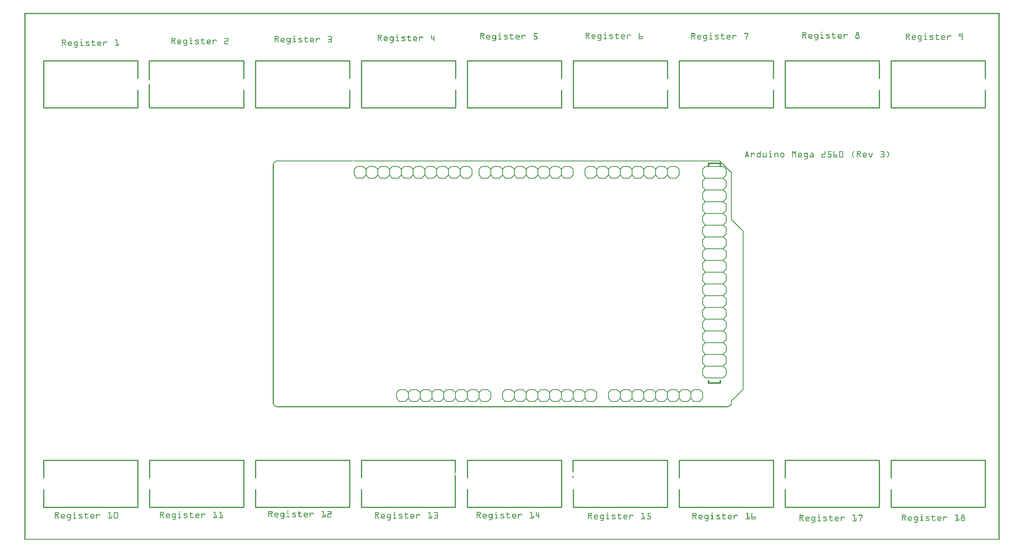
<source format=gto>
G04 MADE WITH FRITZING*
G04 WWW.FRITZING.ORG*
G04 DOUBLE SIDED*
G04 HOLES PLATED*
G04 CONTOUR ON CENTER OF CONTOUR VECTOR*
%ASAXBY*%
%FSLAX23Y23*%
%MOIN*%
%OFA0B0*%
%SFA1.0B1.0*%
%ADD10C,0.012000*%
%ADD11C,0.006000*%
%ADD12C,0.010000*%
%ADD13R,0.001000X0.001000*%
%LNSILK1*%
G90*
G70*
G54D10*
X5811Y1354D02*
X5811Y1334D01*
D02*
X5811Y1334D02*
X5911Y1334D01*
D02*
X5911Y1334D02*
X5911Y1354D01*
D02*
X5811Y3179D02*
X5811Y3204D01*
D02*
X5811Y3204D02*
X5911Y3204D01*
D02*
X5911Y3204D02*
X5911Y3179D01*
G54D11*
D02*
X5586Y1279D02*
X5636Y1279D01*
D02*
X5636Y1279D02*
X5661Y1254D01*
D02*
X5661Y1254D02*
X5661Y1204D01*
D02*
X5661Y1204D02*
X5636Y1179D01*
D02*
X5461Y1254D02*
X5486Y1279D01*
D02*
X5486Y1279D02*
X5536Y1279D01*
D02*
X5536Y1279D02*
X5561Y1254D01*
D02*
X5561Y1254D02*
X5561Y1204D01*
D02*
X5561Y1204D02*
X5536Y1179D01*
D02*
X5536Y1179D02*
X5486Y1179D01*
D02*
X5486Y1179D02*
X5461Y1204D01*
D02*
X5586Y1279D02*
X5561Y1254D01*
D02*
X5561Y1204D02*
X5586Y1179D01*
D02*
X5636Y1179D02*
X5586Y1179D01*
D02*
X5286Y1279D02*
X5336Y1279D01*
D02*
X5336Y1279D02*
X5361Y1254D01*
D02*
X5361Y1254D02*
X5361Y1204D01*
D02*
X5361Y1204D02*
X5336Y1179D01*
D02*
X5361Y1254D02*
X5386Y1279D01*
D02*
X5386Y1279D02*
X5436Y1279D01*
D02*
X5436Y1279D02*
X5461Y1254D01*
D02*
X5461Y1254D02*
X5461Y1204D01*
D02*
X5461Y1204D02*
X5436Y1179D01*
D02*
X5436Y1179D02*
X5386Y1179D01*
D02*
X5386Y1179D02*
X5361Y1204D01*
D02*
X5161Y1254D02*
X5186Y1279D01*
D02*
X5186Y1279D02*
X5236Y1279D01*
D02*
X5236Y1279D02*
X5261Y1254D01*
D02*
X5261Y1254D02*
X5261Y1204D01*
D02*
X5261Y1204D02*
X5236Y1179D01*
D02*
X5236Y1179D02*
X5186Y1179D01*
D02*
X5186Y1179D02*
X5161Y1204D01*
D02*
X5286Y1279D02*
X5261Y1254D01*
D02*
X5261Y1204D02*
X5286Y1179D01*
D02*
X5336Y1179D02*
X5286Y1179D01*
D02*
X4986Y1279D02*
X5036Y1279D01*
D02*
X5036Y1279D02*
X5061Y1254D01*
D02*
X5061Y1254D02*
X5061Y1204D01*
D02*
X5061Y1204D02*
X5036Y1179D01*
D02*
X5061Y1254D02*
X5086Y1279D01*
D02*
X5086Y1279D02*
X5136Y1279D01*
D02*
X5136Y1279D02*
X5161Y1254D01*
D02*
X5161Y1254D02*
X5161Y1204D01*
D02*
X5161Y1204D02*
X5136Y1179D01*
D02*
X5136Y1179D02*
X5086Y1179D01*
D02*
X5086Y1179D02*
X5061Y1204D01*
D02*
X4961Y1254D02*
X4961Y1204D01*
D02*
X4986Y1279D02*
X4961Y1254D01*
D02*
X4961Y1204D02*
X4986Y1179D01*
D02*
X5036Y1179D02*
X4986Y1179D01*
D02*
X5686Y1279D02*
X5736Y1279D01*
D02*
X5736Y1279D02*
X5761Y1254D01*
D02*
X5761Y1254D02*
X5761Y1204D01*
D02*
X5761Y1204D02*
X5736Y1179D01*
D02*
X5686Y1279D02*
X5661Y1254D01*
D02*
X5661Y1204D02*
X5686Y1179D01*
D02*
X5736Y1179D02*
X5686Y1179D01*
D02*
X4686Y1279D02*
X4736Y1279D01*
D02*
X4736Y1279D02*
X4761Y1254D01*
D02*
X4761Y1254D02*
X4761Y1204D01*
D02*
X4761Y1204D02*
X4736Y1179D01*
D02*
X4561Y1254D02*
X4586Y1279D01*
D02*
X4586Y1279D02*
X4636Y1279D01*
D02*
X4636Y1279D02*
X4661Y1254D01*
D02*
X4661Y1254D02*
X4661Y1204D01*
D02*
X4661Y1204D02*
X4636Y1179D01*
D02*
X4636Y1179D02*
X4586Y1179D01*
D02*
X4586Y1179D02*
X4561Y1204D01*
D02*
X4686Y1279D02*
X4661Y1254D01*
D02*
X4661Y1204D02*
X4686Y1179D01*
D02*
X4736Y1179D02*
X4686Y1179D01*
D02*
X4386Y1279D02*
X4436Y1279D01*
D02*
X4436Y1279D02*
X4461Y1254D01*
D02*
X4461Y1254D02*
X4461Y1204D01*
D02*
X4461Y1204D02*
X4436Y1179D01*
D02*
X4461Y1254D02*
X4486Y1279D01*
D02*
X4486Y1279D02*
X4536Y1279D01*
D02*
X4536Y1279D02*
X4561Y1254D01*
D02*
X4561Y1254D02*
X4561Y1204D01*
D02*
X4561Y1204D02*
X4536Y1179D01*
D02*
X4536Y1179D02*
X4486Y1179D01*
D02*
X4486Y1179D02*
X4461Y1204D01*
D02*
X4261Y1254D02*
X4286Y1279D01*
D02*
X4286Y1279D02*
X4336Y1279D01*
D02*
X4336Y1279D02*
X4361Y1254D01*
D02*
X4361Y1254D02*
X4361Y1204D01*
D02*
X4361Y1204D02*
X4336Y1179D01*
D02*
X4336Y1179D02*
X4286Y1179D01*
D02*
X4286Y1179D02*
X4261Y1204D01*
D02*
X4386Y1279D02*
X4361Y1254D01*
D02*
X4361Y1204D02*
X4386Y1179D01*
D02*
X4436Y1179D02*
X4386Y1179D01*
D02*
X4086Y1279D02*
X4136Y1279D01*
D02*
X4136Y1279D02*
X4161Y1254D01*
D02*
X4161Y1254D02*
X4161Y1204D01*
D02*
X4161Y1204D02*
X4136Y1179D01*
D02*
X4161Y1254D02*
X4186Y1279D01*
D02*
X4186Y1279D02*
X4236Y1279D01*
D02*
X4236Y1279D02*
X4261Y1254D01*
D02*
X4261Y1254D02*
X4261Y1204D01*
D02*
X4261Y1204D02*
X4236Y1179D01*
D02*
X4236Y1179D02*
X4186Y1179D01*
D02*
X4186Y1179D02*
X4161Y1204D01*
D02*
X4061Y1254D02*
X4061Y1204D01*
D02*
X4086Y1279D02*
X4061Y1254D01*
D02*
X4061Y1204D02*
X4086Y1179D01*
D02*
X4136Y1179D02*
X4086Y1179D01*
D02*
X4786Y1279D02*
X4836Y1279D01*
D02*
X4836Y1279D02*
X4861Y1254D01*
D02*
X4861Y1254D02*
X4861Y1204D01*
D02*
X4861Y1204D02*
X4836Y1179D01*
D02*
X4786Y1279D02*
X4761Y1254D01*
D02*
X4761Y1204D02*
X4786Y1179D01*
D02*
X4836Y1179D02*
X4786Y1179D01*
D02*
X4936Y3079D02*
X4886Y3079D01*
D02*
X4886Y3079D02*
X4861Y3104D01*
D02*
X4861Y3104D02*
X4861Y3154D01*
D02*
X4861Y3154D02*
X4886Y3179D01*
D02*
X5061Y3104D02*
X5036Y3079D01*
D02*
X5036Y3079D02*
X4986Y3079D01*
D02*
X4986Y3079D02*
X4961Y3104D01*
D02*
X4961Y3104D02*
X4961Y3154D01*
D02*
X4961Y3154D02*
X4986Y3179D01*
D02*
X4986Y3179D02*
X5036Y3179D01*
D02*
X5036Y3179D02*
X5061Y3154D01*
D02*
X4936Y3079D02*
X4961Y3104D01*
D02*
X4961Y3154D02*
X4936Y3179D01*
D02*
X4886Y3179D02*
X4936Y3179D01*
D02*
X5236Y3079D02*
X5186Y3079D01*
D02*
X5186Y3079D02*
X5161Y3104D01*
D02*
X5161Y3104D02*
X5161Y3154D01*
D02*
X5161Y3154D02*
X5186Y3179D01*
D02*
X5161Y3104D02*
X5136Y3079D01*
D02*
X5136Y3079D02*
X5086Y3079D01*
D02*
X5086Y3079D02*
X5061Y3104D01*
D02*
X5061Y3104D02*
X5061Y3154D01*
D02*
X5061Y3154D02*
X5086Y3179D01*
D02*
X5086Y3179D02*
X5136Y3179D01*
D02*
X5136Y3179D02*
X5161Y3154D01*
D02*
X5361Y3104D02*
X5336Y3079D01*
D02*
X5336Y3079D02*
X5286Y3079D01*
D02*
X5286Y3079D02*
X5261Y3104D01*
D02*
X5261Y3104D02*
X5261Y3154D01*
D02*
X5261Y3154D02*
X5286Y3179D01*
D02*
X5286Y3179D02*
X5336Y3179D01*
D02*
X5336Y3179D02*
X5361Y3154D01*
D02*
X5236Y3079D02*
X5261Y3104D01*
D02*
X5261Y3154D02*
X5236Y3179D01*
D02*
X5186Y3179D02*
X5236Y3179D01*
D02*
X5536Y3079D02*
X5486Y3079D01*
D02*
X5486Y3079D02*
X5461Y3104D01*
D02*
X5461Y3104D02*
X5461Y3154D01*
D02*
X5461Y3154D02*
X5486Y3179D01*
D02*
X5461Y3104D02*
X5436Y3079D01*
D02*
X5436Y3079D02*
X5386Y3079D01*
D02*
X5386Y3079D02*
X5361Y3104D01*
D02*
X5361Y3104D02*
X5361Y3154D01*
D02*
X5361Y3154D02*
X5386Y3179D01*
D02*
X5386Y3179D02*
X5436Y3179D01*
D02*
X5436Y3179D02*
X5461Y3154D01*
D02*
X5561Y3104D02*
X5561Y3154D01*
D02*
X5536Y3079D02*
X5561Y3104D01*
D02*
X5561Y3154D02*
X5536Y3179D01*
D02*
X5486Y3179D02*
X5536Y3179D01*
D02*
X4836Y3079D02*
X4786Y3079D01*
D02*
X4786Y3079D02*
X4761Y3104D01*
D02*
X4761Y3104D02*
X4761Y3154D01*
D02*
X4761Y3154D02*
X4786Y3179D01*
D02*
X4836Y3079D02*
X4861Y3104D01*
D02*
X4861Y3154D02*
X4836Y3179D01*
D02*
X4786Y3179D02*
X4836Y3179D01*
D02*
X3601Y3154D02*
X3626Y3179D01*
D02*
X3626Y3179D02*
X3676Y3179D01*
D02*
X3676Y3179D02*
X3701Y3154D01*
D02*
X3701Y3154D02*
X3701Y3104D01*
D02*
X3701Y3104D02*
X3676Y3079D01*
D02*
X3676Y3079D02*
X3626Y3079D01*
D02*
X3626Y3079D02*
X3601Y3104D01*
D02*
X3426Y3179D02*
X3476Y3179D01*
D02*
X3476Y3179D02*
X3501Y3154D01*
D02*
X3501Y3154D02*
X3501Y3104D01*
D02*
X3501Y3104D02*
X3476Y3079D01*
D02*
X3501Y3154D02*
X3526Y3179D01*
D02*
X3526Y3179D02*
X3576Y3179D01*
D02*
X3576Y3179D02*
X3601Y3154D01*
D02*
X3601Y3154D02*
X3601Y3104D01*
D02*
X3601Y3104D02*
X3576Y3079D01*
D02*
X3576Y3079D02*
X3526Y3079D01*
D02*
X3526Y3079D02*
X3501Y3104D01*
D02*
X3301Y3154D02*
X3326Y3179D01*
D02*
X3326Y3179D02*
X3376Y3179D01*
D02*
X3376Y3179D02*
X3401Y3154D01*
D02*
X3401Y3154D02*
X3401Y3104D01*
D02*
X3401Y3104D02*
X3376Y3079D01*
D02*
X3376Y3079D02*
X3326Y3079D01*
D02*
X3326Y3079D02*
X3301Y3104D01*
D02*
X3426Y3179D02*
X3401Y3154D01*
D02*
X3401Y3104D02*
X3426Y3079D01*
D02*
X3476Y3079D02*
X3426Y3079D01*
D02*
X3126Y3179D02*
X3176Y3179D01*
D02*
X3176Y3179D02*
X3201Y3154D01*
D02*
X3201Y3154D02*
X3201Y3104D01*
D02*
X3201Y3104D02*
X3176Y3079D01*
D02*
X3201Y3154D02*
X3226Y3179D01*
D02*
X3226Y3179D02*
X3276Y3179D01*
D02*
X3276Y3179D02*
X3301Y3154D01*
D02*
X3301Y3154D02*
X3301Y3104D01*
D02*
X3301Y3104D02*
X3276Y3079D01*
D02*
X3276Y3079D02*
X3226Y3079D01*
D02*
X3226Y3079D02*
X3201Y3104D01*
D02*
X3001Y3154D02*
X3026Y3179D01*
D02*
X3026Y3179D02*
X3076Y3179D01*
D02*
X3076Y3179D02*
X3101Y3154D01*
D02*
X3101Y3154D02*
X3101Y3104D01*
D02*
X3101Y3104D02*
X3076Y3079D01*
D02*
X3076Y3079D02*
X3026Y3079D01*
D02*
X3026Y3079D02*
X3001Y3104D01*
D02*
X3126Y3179D02*
X3101Y3154D01*
D02*
X3101Y3104D02*
X3126Y3079D01*
D02*
X3176Y3079D02*
X3126Y3079D01*
D02*
X2826Y3179D02*
X2876Y3179D01*
D02*
X2876Y3179D02*
X2901Y3154D01*
D02*
X2901Y3154D02*
X2901Y3104D01*
D02*
X2901Y3104D02*
X2876Y3079D01*
D02*
X2901Y3154D02*
X2926Y3179D01*
D02*
X2926Y3179D02*
X2976Y3179D01*
D02*
X2976Y3179D02*
X3001Y3154D01*
D02*
X3001Y3154D02*
X3001Y3104D01*
D02*
X3001Y3104D02*
X2976Y3079D01*
D02*
X2976Y3079D02*
X2926Y3079D01*
D02*
X2926Y3079D02*
X2901Y3104D01*
D02*
X2801Y3154D02*
X2801Y3104D01*
D02*
X2826Y3179D02*
X2801Y3154D01*
D02*
X2801Y3104D02*
X2826Y3079D01*
D02*
X2876Y3079D02*
X2826Y3079D01*
D02*
X3726Y3179D02*
X3776Y3179D01*
D02*
X3776Y3179D02*
X3801Y3154D01*
D02*
X3801Y3154D02*
X3801Y3104D01*
D02*
X3801Y3104D02*
X3776Y3079D01*
D02*
X3726Y3179D02*
X3701Y3154D01*
D02*
X3701Y3104D02*
X3726Y3079D01*
D02*
X3776Y3079D02*
X3726Y3079D01*
D02*
X3786Y1279D02*
X3836Y1279D01*
D02*
X3836Y1279D02*
X3861Y1254D01*
D02*
X3861Y1254D02*
X3861Y1204D01*
D02*
X3861Y1204D02*
X3836Y1179D01*
D02*
X3661Y1254D02*
X3686Y1279D01*
D02*
X3686Y1279D02*
X3736Y1279D01*
D02*
X3736Y1279D02*
X3761Y1254D01*
D02*
X3761Y1254D02*
X3761Y1204D01*
D02*
X3761Y1204D02*
X3736Y1179D01*
D02*
X3736Y1179D02*
X3686Y1179D01*
D02*
X3686Y1179D02*
X3661Y1204D01*
D02*
X3786Y1279D02*
X3761Y1254D01*
D02*
X3761Y1204D02*
X3786Y1179D01*
D02*
X3836Y1179D02*
X3786Y1179D01*
D02*
X3486Y1279D02*
X3536Y1279D01*
D02*
X3536Y1279D02*
X3561Y1254D01*
D02*
X3561Y1254D02*
X3561Y1204D01*
D02*
X3561Y1204D02*
X3536Y1179D01*
D02*
X3561Y1254D02*
X3586Y1279D01*
D02*
X3586Y1279D02*
X3636Y1279D01*
D02*
X3636Y1279D02*
X3661Y1254D01*
D02*
X3661Y1254D02*
X3661Y1204D01*
D02*
X3661Y1204D02*
X3636Y1179D01*
D02*
X3636Y1179D02*
X3586Y1179D01*
D02*
X3586Y1179D02*
X3561Y1204D01*
D02*
X3361Y1254D02*
X3386Y1279D01*
D02*
X3386Y1279D02*
X3436Y1279D01*
D02*
X3436Y1279D02*
X3461Y1254D01*
D02*
X3461Y1254D02*
X3461Y1204D01*
D02*
X3461Y1204D02*
X3436Y1179D01*
D02*
X3436Y1179D02*
X3386Y1179D01*
D02*
X3386Y1179D02*
X3361Y1204D01*
D02*
X3486Y1279D02*
X3461Y1254D01*
D02*
X3461Y1204D02*
X3486Y1179D01*
D02*
X3536Y1179D02*
X3486Y1179D01*
D02*
X3186Y1279D02*
X3236Y1279D01*
D02*
X3236Y1279D02*
X3261Y1254D01*
D02*
X3261Y1254D02*
X3261Y1204D01*
D02*
X3261Y1204D02*
X3236Y1179D01*
D02*
X3261Y1254D02*
X3286Y1279D01*
D02*
X3286Y1279D02*
X3336Y1279D01*
D02*
X3336Y1279D02*
X3361Y1254D01*
D02*
X3361Y1254D02*
X3361Y1204D01*
D02*
X3361Y1204D02*
X3336Y1179D01*
D02*
X3336Y1179D02*
X3286Y1179D01*
D02*
X3286Y1179D02*
X3261Y1204D01*
D02*
X3161Y1254D02*
X3161Y1204D01*
D02*
X3186Y1279D02*
X3161Y1254D01*
D02*
X3161Y1204D02*
X3186Y1179D01*
D02*
X3236Y1179D02*
X3186Y1179D01*
D02*
X3886Y1279D02*
X3936Y1279D01*
D02*
X3936Y1279D02*
X3961Y1254D01*
D02*
X3961Y1254D02*
X3961Y1204D01*
D02*
X3961Y1204D02*
X3936Y1179D01*
D02*
X3886Y1279D02*
X3861Y1254D01*
D02*
X3861Y1204D02*
X3886Y1179D01*
D02*
X3936Y1179D02*
X3886Y1179D01*
D02*
X4036Y3079D02*
X3986Y3079D01*
D02*
X3986Y3079D02*
X3961Y3104D01*
D02*
X3961Y3104D02*
X3961Y3154D01*
D02*
X3961Y3154D02*
X3986Y3179D01*
D02*
X4161Y3104D02*
X4136Y3079D01*
D02*
X4136Y3079D02*
X4086Y3079D01*
D02*
X4086Y3079D02*
X4061Y3104D01*
D02*
X4061Y3104D02*
X4061Y3154D01*
D02*
X4061Y3154D02*
X4086Y3179D01*
D02*
X4086Y3179D02*
X4136Y3179D01*
D02*
X4136Y3179D02*
X4161Y3154D01*
D02*
X4036Y3079D02*
X4061Y3104D01*
D02*
X4061Y3154D02*
X4036Y3179D01*
D02*
X3986Y3179D02*
X4036Y3179D01*
D02*
X4336Y3079D02*
X4286Y3079D01*
D02*
X4286Y3079D02*
X4261Y3104D01*
D02*
X4261Y3104D02*
X4261Y3154D01*
D02*
X4261Y3154D02*
X4286Y3179D01*
D02*
X4261Y3104D02*
X4236Y3079D01*
D02*
X4236Y3079D02*
X4186Y3079D01*
D02*
X4186Y3079D02*
X4161Y3104D01*
D02*
X4161Y3104D02*
X4161Y3154D01*
D02*
X4161Y3154D02*
X4186Y3179D01*
D02*
X4186Y3179D02*
X4236Y3179D01*
D02*
X4236Y3179D02*
X4261Y3154D01*
D02*
X4461Y3104D02*
X4436Y3079D01*
D02*
X4436Y3079D02*
X4386Y3079D01*
D02*
X4386Y3079D02*
X4361Y3104D01*
D02*
X4361Y3104D02*
X4361Y3154D01*
D02*
X4361Y3154D02*
X4386Y3179D01*
D02*
X4386Y3179D02*
X4436Y3179D01*
D02*
X4436Y3179D02*
X4461Y3154D01*
D02*
X4336Y3079D02*
X4361Y3104D01*
D02*
X4361Y3154D02*
X4336Y3179D01*
D02*
X4286Y3179D02*
X4336Y3179D01*
D02*
X4636Y3079D02*
X4586Y3079D01*
D02*
X4586Y3079D02*
X4561Y3104D01*
D02*
X4561Y3104D02*
X4561Y3154D01*
D02*
X4561Y3154D02*
X4586Y3179D01*
D02*
X4561Y3104D02*
X4536Y3079D01*
D02*
X4536Y3079D02*
X4486Y3079D01*
D02*
X4486Y3079D02*
X4461Y3104D01*
D02*
X4461Y3104D02*
X4461Y3154D01*
D02*
X4461Y3154D02*
X4486Y3179D01*
D02*
X4486Y3179D02*
X4536Y3179D01*
D02*
X4536Y3179D02*
X4561Y3154D01*
D02*
X4661Y3104D02*
X4661Y3154D01*
D02*
X4636Y3079D02*
X4661Y3104D01*
D02*
X4661Y3154D02*
X4636Y3179D01*
D02*
X4586Y3179D02*
X4636Y3179D01*
D02*
X3936Y3079D02*
X3886Y3079D01*
D02*
X3886Y3079D02*
X3861Y3104D01*
D02*
X3861Y3104D02*
X3861Y3154D01*
D02*
X3861Y3154D02*
X3886Y3179D01*
D02*
X3936Y3079D02*
X3961Y3104D01*
D02*
X3961Y3154D02*
X3936Y3179D01*
D02*
X3886Y3179D02*
X3936Y3179D01*
D02*
X5786Y3179D02*
X5761Y3154D01*
D02*
X5761Y3154D02*
X5761Y3104D01*
D02*
X5761Y3104D02*
X5786Y3079D01*
D02*
X5786Y3079D02*
X5761Y3054D01*
D02*
X5761Y3054D02*
X5761Y3004D01*
D02*
X5761Y3004D02*
X5786Y2979D01*
D02*
X5786Y2979D02*
X5761Y2954D01*
D02*
X5761Y2954D02*
X5761Y2904D01*
D02*
X5761Y2904D02*
X5786Y2879D01*
D02*
X5786Y2879D02*
X5761Y2854D01*
D02*
X5761Y2854D02*
X5761Y2804D01*
D02*
X5761Y2804D02*
X5786Y2779D01*
D02*
X5786Y2779D02*
X5761Y2754D01*
D02*
X5761Y2754D02*
X5761Y2704D01*
D02*
X5761Y2704D02*
X5786Y2679D01*
D02*
X5786Y2679D02*
X5761Y2654D01*
D02*
X5761Y2654D02*
X5761Y2604D01*
D02*
X5761Y2604D02*
X5786Y2579D01*
D02*
X5786Y3179D02*
X5936Y3179D01*
D02*
X5936Y3179D02*
X5961Y3154D01*
D02*
X5961Y3154D02*
X5961Y3104D01*
D02*
X5961Y3104D02*
X5936Y3079D01*
D02*
X5936Y3079D02*
X5961Y3054D01*
D02*
X5961Y3054D02*
X5961Y3004D01*
D02*
X5961Y3004D02*
X5936Y2979D01*
D02*
X5936Y2979D02*
X5961Y2954D01*
D02*
X5961Y2954D02*
X5961Y2904D01*
D02*
X5961Y2904D02*
X5936Y2879D01*
D02*
X5936Y2879D02*
X5961Y2854D01*
D02*
X5961Y2854D02*
X5961Y2804D01*
D02*
X5961Y2804D02*
X5936Y2779D01*
D02*
X5936Y2779D02*
X5961Y2754D01*
D02*
X5961Y2754D02*
X5961Y2704D01*
D02*
X5961Y2704D02*
X5936Y2679D01*
D02*
X5936Y2679D02*
X5961Y2654D01*
D02*
X5961Y2654D02*
X5961Y2604D01*
D02*
X5961Y2604D02*
X5936Y2579D01*
D02*
X5936Y2579D02*
X5961Y2554D01*
D02*
X5961Y2554D02*
X5961Y2504D01*
D02*
X5961Y2504D02*
X5936Y2479D01*
D02*
X5936Y2479D02*
X5961Y2454D01*
D02*
X5961Y2454D02*
X5961Y2404D01*
D02*
X5961Y2404D02*
X5936Y2379D01*
D02*
X5936Y2379D02*
X5961Y2354D01*
D02*
X5961Y2354D02*
X5961Y2304D01*
D02*
X5961Y2304D02*
X5936Y2279D01*
D02*
X5936Y2279D02*
X5961Y2254D01*
D02*
X5961Y2254D02*
X5961Y2204D01*
D02*
X5961Y2204D02*
X5936Y2179D01*
D02*
X5936Y2179D02*
X5961Y2154D01*
D02*
X5961Y2154D02*
X5961Y2104D01*
D02*
X5961Y2104D02*
X5936Y2079D01*
D02*
X5936Y2079D02*
X5961Y2054D01*
D02*
X5961Y2054D02*
X5961Y2004D01*
D02*
X5936Y1979D02*
X5961Y2004D01*
D02*
X5936Y1979D02*
X5961Y1954D01*
D02*
X5961Y1904D02*
X5961Y1954D01*
D02*
X5961Y1904D02*
X5936Y1879D01*
D02*
X5936Y1879D02*
X5961Y1854D01*
D02*
X5961Y1804D02*
X5961Y1854D01*
D02*
X5961Y1804D02*
X5936Y1779D01*
D02*
X5936Y1779D02*
X5961Y1754D01*
D02*
X5961Y1704D02*
X5961Y1754D01*
D02*
X5961Y1704D02*
X5936Y1679D01*
D02*
X5936Y1679D02*
X5961Y1654D01*
D02*
X5961Y1604D02*
X5961Y1654D01*
D02*
X5961Y1604D02*
X5936Y1579D01*
D02*
X5936Y1579D02*
X5961Y1554D01*
D02*
X5961Y1504D02*
X5961Y1554D01*
D02*
X5961Y1504D02*
X5936Y1479D01*
D02*
X5936Y1479D02*
X5961Y1454D01*
D02*
X5961Y1404D02*
X5961Y1454D01*
D02*
X5961Y1404D02*
X5936Y1379D01*
D02*
X5786Y1379D02*
X5761Y1404D01*
D02*
X5761Y1404D02*
X5761Y1454D01*
D02*
X5786Y1479D02*
X5761Y1454D01*
D02*
X5786Y1479D02*
X5761Y1504D01*
D02*
X5761Y1504D02*
X5761Y1554D01*
D02*
X5786Y1579D02*
X5761Y1554D01*
D02*
X5786Y1579D02*
X5761Y1604D01*
D02*
X5761Y1654D02*
X5761Y1604D01*
D02*
X5761Y1654D02*
X5786Y1679D01*
D02*
X5786Y1679D02*
X5761Y1704D01*
D02*
X5761Y1754D02*
X5761Y1704D01*
D02*
X5761Y1754D02*
X5786Y1779D01*
D02*
X5786Y1779D02*
X5761Y1804D01*
D02*
X5761Y1804D02*
X5761Y1854D01*
D02*
X5786Y1879D02*
X5761Y1854D01*
D02*
X5786Y1879D02*
X5761Y1904D01*
D02*
X5761Y1904D02*
X5761Y1954D01*
D02*
X5786Y1979D02*
X5761Y1954D01*
D02*
X5786Y1979D02*
X5761Y2004D01*
D02*
X5761Y2004D02*
X5761Y2054D01*
D02*
X5786Y2079D02*
X5761Y2054D01*
D02*
X5786Y2079D02*
X5761Y2104D01*
D02*
X5761Y2104D02*
X5761Y2154D01*
D02*
X5786Y2179D02*
X5761Y2154D01*
D02*
X5786Y2179D02*
X5761Y2204D01*
D02*
X5761Y2204D02*
X5761Y2254D01*
D02*
X5786Y2279D02*
X5761Y2254D01*
D02*
X5786Y2279D02*
X5761Y2304D01*
D02*
X5761Y2304D02*
X5761Y2354D01*
D02*
X5786Y2379D02*
X5761Y2354D01*
D02*
X5786Y2379D02*
X5761Y2404D01*
D02*
X5761Y2404D02*
X5761Y2454D01*
D02*
X5786Y2479D02*
X5761Y2454D01*
D02*
X5786Y2479D02*
X5761Y2504D01*
D02*
X5761Y2504D02*
X5761Y2554D01*
D02*
X5786Y2579D02*
X5761Y2554D01*
D02*
X5936Y3079D02*
X5786Y3079D01*
D02*
X5936Y2979D02*
X5786Y2979D01*
D02*
X5936Y2879D02*
X5786Y2879D01*
D02*
X5936Y2779D02*
X5786Y2779D01*
D02*
X5936Y2679D02*
X5786Y2679D01*
D02*
X5936Y2579D02*
X5786Y2579D01*
D02*
X5936Y2479D02*
X5786Y2479D01*
D02*
X5936Y2379D02*
X5786Y2379D01*
D02*
X5936Y2279D02*
X5786Y2279D01*
D02*
X5936Y2179D02*
X5786Y2179D01*
D02*
X5936Y2079D02*
X5786Y2079D01*
D02*
X5936Y1979D02*
X5786Y1979D01*
D02*
X5936Y1879D02*
X5786Y1879D01*
D02*
X5936Y1779D02*
X5786Y1779D01*
D02*
X5936Y1679D02*
X5786Y1679D01*
D02*
X5936Y1579D02*
X5786Y1579D01*
D02*
X5936Y1479D02*
X5786Y1479D01*
D02*
X5936Y1379D02*
X5786Y1379D01*
G54D12*
D02*
X961Y4079D02*
X161Y4079D01*
D02*
X161Y4079D02*
X161Y3679D01*
D02*
X161Y3679D02*
X961Y3679D01*
D02*
X961Y4079D02*
X961Y3929D01*
D02*
X961Y3829D02*
X961Y3679D01*
D02*
X7361Y279D02*
X8161Y279D01*
D02*
X8161Y279D02*
X8161Y679D01*
D02*
X8161Y679D02*
X7361Y679D01*
D02*
X7361Y279D02*
X7361Y429D01*
D02*
X7361Y529D02*
X7361Y679D01*
D02*
X1861Y4079D02*
X1061Y4079D01*
D02*
X1061Y3679D02*
X1861Y3679D01*
D02*
X1861Y4079D02*
X1861Y3929D01*
D02*
X1861Y3829D02*
X1861Y3679D01*
D02*
X2761Y4079D02*
X1961Y4079D01*
D02*
X1961Y4079D02*
X1961Y3679D01*
D02*
X1961Y3679D02*
X2761Y3679D01*
D02*
X2761Y4079D02*
X2761Y3929D01*
D02*
X2761Y3829D02*
X2761Y3679D01*
D02*
X3661Y4079D02*
X2861Y4079D01*
D02*
X2861Y4079D02*
X2861Y3679D01*
D02*
X2861Y3679D02*
X3661Y3679D01*
D02*
X3661Y4079D02*
X3661Y3929D01*
D02*
X3661Y3829D02*
X3661Y3679D01*
D02*
X4561Y4079D02*
X3761Y4079D01*
D02*
X3761Y4079D02*
X3761Y3679D01*
D02*
X3761Y3679D02*
X4561Y3679D01*
D02*
X4561Y4079D02*
X4561Y3929D01*
D02*
X4561Y3829D02*
X4561Y3679D01*
D02*
X5461Y4079D02*
X4661Y4079D01*
D02*
X4661Y4079D02*
X4661Y3679D01*
D02*
X4661Y3679D02*
X5461Y3679D01*
D02*
X5461Y4079D02*
X5461Y3929D01*
D02*
X5461Y3829D02*
X5461Y3679D01*
D02*
X6361Y4079D02*
X5561Y4079D01*
D02*
X5561Y4079D02*
X5561Y3679D01*
D02*
X5561Y3679D02*
X6361Y3679D01*
D02*
X6361Y4079D02*
X6361Y3929D01*
D02*
X6361Y3829D02*
X6361Y3679D01*
D02*
X7261Y4079D02*
X6461Y4079D01*
D02*
X6461Y4079D02*
X6461Y3679D01*
D02*
X6461Y3679D02*
X7261Y3679D01*
D02*
X7261Y4079D02*
X7261Y3929D01*
D02*
X7261Y3829D02*
X7261Y3679D01*
D02*
X8161Y4079D02*
X7361Y4079D01*
D02*
X7361Y4079D02*
X7361Y3679D01*
D02*
X7361Y3679D02*
X8161Y3679D01*
D02*
X8161Y4079D02*
X8161Y3929D01*
D02*
X8161Y3829D02*
X8161Y3679D01*
D02*
X161Y279D02*
X961Y279D01*
D02*
X961Y279D02*
X961Y679D01*
D02*
X961Y679D02*
X161Y679D01*
D02*
X161Y279D02*
X161Y429D01*
D02*
X161Y529D02*
X161Y679D01*
D02*
X1061Y279D02*
X1861Y279D01*
D02*
X1861Y279D02*
X1861Y679D01*
D02*
X1861Y679D02*
X1061Y679D01*
D02*
X1061Y279D02*
X1061Y429D01*
D02*
X1061Y529D02*
X1061Y679D01*
D02*
X1961Y279D02*
X2761Y279D01*
D02*
X2761Y279D02*
X2761Y679D01*
D02*
X2761Y679D02*
X1961Y679D01*
D02*
X1961Y279D02*
X1961Y429D01*
D02*
X1961Y529D02*
X1961Y679D01*
D02*
X2861Y279D02*
X3661Y279D01*
D02*
X3661Y679D02*
X2861Y679D01*
D02*
X2861Y279D02*
X2861Y429D01*
D02*
X2861Y529D02*
X2861Y679D01*
D02*
X3761Y279D02*
X4561Y279D01*
D02*
X4561Y279D02*
X4561Y679D01*
D02*
X4561Y679D02*
X3761Y679D01*
D02*
X3761Y279D02*
X3761Y429D01*
D02*
X3761Y529D02*
X3761Y679D01*
D02*
X4661Y279D02*
X5461Y279D01*
D02*
X5461Y279D02*
X5461Y679D01*
D02*
X5461Y679D02*
X4661Y679D01*
D02*
X4661Y279D02*
X4661Y429D01*
D02*
X5561Y279D02*
X6361Y279D01*
D02*
X6361Y279D02*
X6361Y679D01*
D02*
X6361Y679D02*
X5561Y679D01*
D02*
X5561Y279D02*
X5561Y429D01*
D02*
X5561Y529D02*
X5561Y679D01*
D02*
X6461Y279D02*
X7261Y279D01*
D02*
X7261Y279D02*
X7261Y679D01*
D02*
X7261Y679D02*
X6461Y679D01*
D02*
X6461Y279D02*
X6461Y429D01*
D02*
X6461Y529D02*
X6461Y679D01*
G54D13*
X0Y4483D02*
X8284Y4483D01*
X0Y4482D02*
X8284Y4482D01*
X0Y4481D02*
X8284Y4481D01*
X0Y4480D02*
X8284Y4480D01*
X0Y4479D02*
X8284Y4479D01*
X0Y4478D02*
X8284Y4478D01*
X0Y4477D02*
X8284Y4477D01*
X0Y4476D02*
X8284Y4476D01*
X0Y4475D02*
X7Y4475D01*
X8277Y4475D02*
X8284Y4475D01*
X0Y4474D02*
X7Y4474D01*
X8277Y4474D02*
X8284Y4474D01*
X0Y4473D02*
X7Y4473D01*
X8277Y4473D02*
X8284Y4473D01*
X0Y4472D02*
X7Y4472D01*
X8277Y4472D02*
X8284Y4472D01*
X0Y4471D02*
X7Y4471D01*
X8277Y4471D02*
X8284Y4471D01*
X0Y4470D02*
X7Y4470D01*
X8277Y4470D02*
X8284Y4470D01*
X0Y4469D02*
X7Y4469D01*
X8277Y4469D02*
X8284Y4469D01*
X0Y4468D02*
X7Y4468D01*
X8277Y4468D02*
X8284Y4468D01*
X0Y4467D02*
X7Y4467D01*
X8277Y4467D02*
X8284Y4467D01*
X0Y4466D02*
X7Y4466D01*
X8277Y4466D02*
X8284Y4466D01*
X0Y4465D02*
X7Y4465D01*
X8277Y4465D02*
X8284Y4465D01*
X0Y4464D02*
X7Y4464D01*
X8277Y4464D02*
X8284Y4464D01*
X0Y4463D02*
X7Y4463D01*
X8277Y4463D02*
X8284Y4463D01*
X0Y4462D02*
X7Y4462D01*
X8277Y4462D02*
X8284Y4462D01*
X0Y4461D02*
X7Y4461D01*
X8277Y4461D02*
X8284Y4461D01*
X0Y4460D02*
X7Y4460D01*
X8277Y4460D02*
X8284Y4460D01*
X0Y4459D02*
X7Y4459D01*
X8277Y4459D02*
X8284Y4459D01*
X0Y4458D02*
X7Y4458D01*
X8277Y4458D02*
X8284Y4458D01*
X0Y4457D02*
X7Y4457D01*
X8277Y4457D02*
X8284Y4457D01*
X0Y4456D02*
X7Y4456D01*
X8277Y4456D02*
X8284Y4456D01*
X0Y4455D02*
X7Y4455D01*
X8277Y4455D02*
X8284Y4455D01*
X0Y4454D02*
X7Y4454D01*
X8277Y4454D02*
X8284Y4454D01*
X0Y4453D02*
X7Y4453D01*
X8277Y4453D02*
X8284Y4453D01*
X0Y4452D02*
X7Y4452D01*
X8277Y4452D02*
X8284Y4452D01*
X0Y4451D02*
X7Y4451D01*
X8277Y4451D02*
X8284Y4451D01*
X0Y4450D02*
X7Y4450D01*
X8277Y4450D02*
X8284Y4450D01*
X0Y4449D02*
X7Y4449D01*
X8277Y4449D02*
X8284Y4449D01*
X0Y4448D02*
X7Y4448D01*
X8277Y4448D02*
X8284Y4448D01*
X0Y4447D02*
X7Y4447D01*
X8277Y4447D02*
X8284Y4447D01*
X0Y4446D02*
X7Y4446D01*
X8277Y4446D02*
X8284Y4446D01*
X0Y4445D02*
X7Y4445D01*
X8277Y4445D02*
X8284Y4445D01*
X0Y4444D02*
X7Y4444D01*
X8277Y4444D02*
X8284Y4444D01*
X0Y4443D02*
X7Y4443D01*
X8277Y4443D02*
X8284Y4443D01*
X0Y4442D02*
X7Y4442D01*
X8277Y4442D02*
X8284Y4442D01*
X0Y4441D02*
X7Y4441D01*
X8277Y4441D02*
X8284Y4441D01*
X0Y4440D02*
X7Y4440D01*
X8277Y4440D02*
X8284Y4440D01*
X0Y4439D02*
X7Y4439D01*
X8277Y4439D02*
X8284Y4439D01*
X0Y4438D02*
X7Y4438D01*
X8277Y4438D02*
X8284Y4438D01*
X0Y4437D02*
X7Y4437D01*
X8277Y4437D02*
X8284Y4437D01*
X0Y4436D02*
X7Y4436D01*
X8277Y4436D02*
X8284Y4436D01*
X0Y4435D02*
X7Y4435D01*
X8277Y4435D02*
X8284Y4435D01*
X0Y4434D02*
X7Y4434D01*
X8277Y4434D02*
X8284Y4434D01*
X0Y4433D02*
X7Y4433D01*
X8277Y4433D02*
X8284Y4433D01*
X0Y4432D02*
X7Y4432D01*
X8277Y4432D02*
X8284Y4432D01*
X0Y4431D02*
X7Y4431D01*
X8277Y4431D02*
X8284Y4431D01*
X0Y4430D02*
X7Y4430D01*
X8277Y4430D02*
X8284Y4430D01*
X0Y4429D02*
X7Y4429D01*
X8277Y4429D02*
X8284Y4429D01*
X0Y4428D02*
X7Y4428D01*
X8277Y4428D02*
X8284Y4428D01*
X0Y4427D02*
X7Y4427D01*
X8277Y4427D02*
X8284Y4427D01*
X0Y4426D02*
X7Y4426D01*
X8277Y4426D02*
X8284Y4426D01*
X0Y4425D02*
X7Y4425D01*
X8277Y4425D02*
X8284Y4425D01*
X0Y4424D02*
X7Y4424D01*
X8277Y4424D02*
X8284Y4424D01*
X0Y4423D02*
X7Y4423D01*
X8277Y4423D02*
X8284Y4423D01*
X0Y4422D02*
X7Y4422D01*
X8277Y4422D02*
X8284Y4422D01*
X0Y4421D02*
X7Y4421D01*
X8277Y4421D02*
X8284Y4421D01*
X0Y4420D02*
X7Y4420D01*
X8277Y4420D02*
X8284Y4420D01*
X0Y4419D02*
X7Y4419D01*
X8277Y4419D02*
X8284Y4419D01*
X0Y4418D02*
X7Y4418D01*
X8277Y4418D02*
X8284Y4418D01*
X0Y4417D02*
X7Y4417D01*
X8277Y4417D02*
X8284Y4417D01*
X0Y4416D02*
X7Y4416D01*
X8277Y4416D02*
X8284Y4416D01*
X0Y4415D02*
X7Y4415D01*
X8277Y4415D02*
X8284Y4415D01*
X0Y4414D02*
X7Y4414D01*
X8277Y4414D02*
X8284Y4414D01*
X0Y4413D02*
X7Y4413D01*
X8277Y4413D02*
X8284Y4413D01*
X0Y4412D02*
X7Y4412D01*
X8277Y4412D02*
X8284Y4412D01*
X0Y4411D02*
X7Y4411D01*
X8277Y4411D02*
X8284Y4411D01*
X0Y4410D02*
X7Y4410D01*
X8277Y4410D02*
X8284Y4410D01*
X0Y4409D02*
X7Y4409D01*
X8277Y4409D02*
X8284Y4409D01*
X0Y4408D02*
X7Y4408D01*
X8277Y4408D02*
X8284Y4408D01*
X0Y4407D02*
X7Y4407D01*
X8277Y4407D02*
X8284Y4407D01*
X0Y4406D02*
X7Y4406D01*
X8277Y4406D02*
X8284Y4406D01*
X0Y4405D02*
X7Y4405D01*
X8277Y4405D02*
X8284Y4405D01*
X0Y4404D02*
X7Y4404D01*
X8277Y4404D02*
X8284Y4404D01*
X0Y4403D02*
X7Y4403D01*
X8277Y4403D02*
X8284Y4403D01*
X0Y4402D02*
X7Y4402D01*
X8277Y4402D02*
X8284Y4402D01*
X0Y4401D02*
X7Y4401D01*
X8277Y4401D02*
X8284Y4401D01*
X0Y4400D02*
X7Y4400D01*
X8277Y4400D02*
X8284Y4400D01*
X0Y4399D02*
X7Y4399D01*
X8277Y4399D02*
X8284Y4399D01*
X0Y4398D02*
X7Y4398D01*
X8277Y4398D02*
X8284Y4398D01*
X0Y4397D02*
X7Y4397D01*
X8277Y4397D02*
X8284Y4397D01*
X0Y4396D02*
X7Y4396D01*
X8277Y4396D02*
X8284Y4396D01*
X0Y4395D02*
X7Y4395D01*
X8277Y4395D02*
X8284Y4395D01*
X0Y4394D02*
X7Y4394D01*
X8277Y4394D02*
X8284Y4394D01*
X0Y4393D02*
X7Y4393D01*
X8277Y4393D02*
X8284Y4393D01*
X0Y4392D02*
X7Y4392D01*
X8277Y4392D02*
X8284Y4392D01*
X0Y4391D02*
X7Y4391D01*
X8277Y4391D02*
X8284Y4391D01*
X0Y4390D02*
X7Y4390D01*
X8277Y4390D02*
X8284Y4390D01*
X0Y4389D02*
X7Y4389D01*
X8277Y4389D02*
X8284Y4389D01*
X0Y4388D02*
X7Y4388D01*
X8277Y4388D02*
X8284Y4388D01*
X0Y4387D02*
X7Y4387D01*
X8277Y4387D02*
X8284Y4387D01*
X0Y4386D02*
X7Y4386D01*
X8277Y4386D02*
X8284Y4386D01*
X0Y4385D02*
X7Y4385D01*
X8277Y4385D02*
X8284Y4385D01*
X0Y4384D02*
X7Y4384D01*
X8277Y4384D02*
X8284Y4384D01*
X0Y4383D02*
X7Y4383D01*
X8277Y4383D02*
X8284Y4383D01*
X0Y4382D02*
X7Y4382D01*
X8277Y4382D02*
X8284Y4382D01*
X0Y4381D02*
X7Y4381D01*
X8277Y4381D02*
X8284Y4381D01*
X0Y4380D02*
X7Y4380D01*
X8277Y4380D02*
X8284Y4380D01*
X0Y4379D02*
X7Y4379D01*
X8277Y4379D02*
X8284Y4379D01*
X0Y4378D02*
X7Y4378D01*
X8277Y4378D02*
X8284Y4378D01*
X0Y4377D02*
X7Y4377D01*
X8277Y4377D02*
X8284Y4377D01*
X0Y4376D02*
X7Y4376D01*
X8277Y4376D02*
X8284Y4376D01*
X0Y4375D02*
X7Y4375D01*
X8277Y4375D02*
X8284Y4375D01*
X0Y4374D02*
X7Y4374D01*
X8277Y4374D02*
X8284Y4374D01*
X0Y4373D02*
X7Y4373D01*
X8277Y4373D02*
X8284Y4373D01*
X0Y4372D02*
X7Y4372D01*
X8277Y4372D02*
X8284Y4372D01*
X0Y4371D02*
X7Y4371D01*
X8277Y4371D02*
X8284Y4371D01*
X0Y4370D02*
X7Y4370D01*
X8277Y4370D02*
X8284Y4370D01*
X0Y4369D02*
X7Y4369D01*
X8277Y4369D02*
X8284Y4369D01*
X0Y4368D02*
X7Y4368D01*
X8277Y4368D02*
X8284Y4368D01*
X0Y4367D02*
X7Y4367D01*
X8277Y4367D02*
X8284Y4367D01*
X0Y4366D02*
X7Y4366D01*
X8277Y4366D02*
X8284Y4366D01*
X0Y4365D02*
X7Y4365D01*
X8277Y4365D02*
X8284Y4365D01*
X0Y4364D02*
X7Y4364D01*
X8277Y4364D02*
X8284Y4364D01*
X0Y4363D02*
X7Y4363D01*
X8277Y4363D02*
X8284Y4363D01*
X0Y4362D02*
X7Y4362D01*
X8277Y4362D02*
X8284Y4362D01*
X0Y4361D02*
X7Y4361D01*
X8277Y4361D02*
X8284Y4361D01*
X0Y4360D02*
X7Y4360D01*
X8277Y4360D02*
X8284Y4360D01*
X0Y4359D02*
X7Y4359D01*
X8277Y4359D02*
X8284Y4359D01*
X0Y4358D02*
X7Y4358D01*
X8277Y4358D02*
X8284Y4358D01*
X0Y4357D02*
X7Y4357D01*
X8277Y4357D02*
X8284Y4357D01*
X0Y4356D02*
X7Y4356D01*
X8277Y4356D02*
X8284Y4356D01*
X0Y4355D02*
X7Y4355D01*
X8277Y4355D02*
X8284Y4355D01*
X0Y4354D02*
X7Y4354D01*
X8277Y4354D02*
X8284Y4354D01*
X0Y4353D02*
X7Y4353D01*
X8277Y4353D02*
X8284Y4353D01*
X0Y4352D02*
X7Y4352D01*
X8277Y4352D02*
X8284Y4352D01*
X0Y4351D02*
X7Y4351D01*
X8277Y4351D02*
X8284Y4351D01*
X0Y4350D02*
X7Y4350D01*
X8277Y4350D02*
X8284Y4350D01*
X0Y4349D02*
X7Y4349D01*
X8277Y4349D02*
X8284Y4349D01*
X0Y4348D02*
X7Y4348D01*
X8277Y4348D02*
X8284Y4348D01*
X0Y4347D02*
X7Y4347D01*
X8277Y4347D02*
X8284Y4347D01*
X0Y4346D02*
X7Y4346D01*
X8277Y4346D02*
X8284Y4346D01*
X0Y4345D02*
X7Y4345D01*
X8277Y4345D02*
X8284Y4345D01*
X0Y4344D02*
X7Y4344D01*
X8277Y4344D02*
X8284Y4344D01*
X0Y4343D02*
X7Y4343D01*
X8277Y4343D02*
X8284Y4343D01*
X0Y4342D02*
X7Y4342D01*
X8277Y4342D02*
X8284Y4342D01*
X0Y4341D02*
X7Y4341D01*
X8277Y4341D02*
X8284Y4341D01*
X0Y4340D02*
X7Y4340D01*
X8277Y4340D02*
X8284Y4340D01*
X0Y4339D02*
X7Y4339D01*
X8277Y4339D02*
X8284Y4339D01*
X0Y4338D02*
X7Y4338D01*
X8277Y4338D02*
X8284Y4338D01*
X0Y4337D02*
X7Y4337D01*
X8277Y4337D02*
X8284Y4337D01*
X0Y4336D02*
X7Y4336D01*
X8277Y4336D02*
X8284Y4336D01*
X0Y4335D02*
X7Y4335D01*
X8277Y4335D02*
X8284Y4335D01*
X0Y4334D02*
X7Y4334D01*
X8277Y4334D02*
X8284Y4334D01*
X0Y4333D02*
X7Y4333D01*
X8277Y4333D02*
X8284Y4333D01*
X0Y4332D02*
X7Y4332D01*
X8277Y4332D02*
X8284Y4332D01*
X0Y4331D02*
X7Y4331D01*
X8277Y4331D02*
X8284Y4331D01*
X0Y4330D02*
X7Y4330D01*
X8277Y4330D02*
X8284Y4330D01*
X0Y4329D02*
X7Y4329D01*
X8277Y4329D02*
X8284Y4329D01*
X0Y4328D02*
X7Y4328D01*
X8277Y4328D02*
X8284Y4328D01*
X0Y4327D02*
X7Y4327D01*
X8277Y4327D02*
X8284Y4327D01*
X0Y4326D02*
X7Y4326D01*
X8277Y4326D02*
X8284Y4326D01*
X0Y4325D02*
X7Y4325D01*
X8277Y4325D02*
X8284Y4325D01*
X0Y4324D02*
X7Y4324D01*
X8277Y4324D02*
X8284Y4324D01*
X0Y4323D02*
X7Y4323D01*
X6772Y4323D02*
X6779Y4323D01*
X8277Y4323D02*
X8284Y4323D01*
X0Y4322D02*
X7Y4322D01*
X6771Y4322D02*
X6780Y4322D01*
X8277Y4322D02*
X8284Y4322D01*
X0Y4321D02*
X7Y4321D01*
X6771Y4321D02*
X6780Y4321D01*
X8277Y4321D02*
X8284Y4321D01*
X0Y4320D02*
X7Y4320D01*
X6610Y4320D02*
X6638Y4320D01*
X6770Y4320D02*
X6780Y4320D01*
X7068Y4320D02*
X7086Y4320D01*
X8277Y4320D02*
X8284Y4320D01*
X0Y4319D02*
X7Y4319D01*
X4929Y4319D02*
X4936Y4319D01*
X6610Y4319D02*
X6639Y4319D01*
X6770Y4319D02*
X6780Y4319D01*
X7067Y4319D02*
X7086Y4319D01*
X8277Y4319D02*
X8284Y4319D01*
X0Y4318D02*
X7Y4318D01*
X4928Y4318D02*
X4937Y4318D01*
X6610Y4318D02*
X6640Y4318D01*
X6770Y4318D02*
X6780Y4318D01*
X6870Y4318D02*
X6870Y4318D01*
X7067Y4318D02*
X7087Y4318D01*
X8277Y4318D02*
X8284Y4318D01*
X0Y4317D02*
X7Y4317D01*
X4928Y4317D02*
X4937Y4317D01*
X6610Y4317D02*
X6641Y4317D01*
X6771Y4317D02*
X6780Y4317D01*
X6868Y4317D02*
X6872Y4317D01*
X7067Y4317D02*
X7087Y4317D01*
X8277Y4317D02*
X8284Y4317D01*
X0Y4316D02*
X7Y4316D01*
X4035Y4316D02*
X4041Y4316D01*
X4768Y4316D02*
X4795Y4316D01*
X4928Y4316D02*
X4937Y4316D01*
X5219Y4316D02*
X5226Y4316D01*
X5828Y4316D02*
X5834Y4316D01*
X6610Y4316D02*
X6642Y4316D01*
X6771Y4316D02*
X6780Y4316D01*
X6867Y4316D02*
X6873Y4316D01*
X7067Y4316D02*
X7087Y4316D01*
X8277Y4316D02*
X8284Y4316D01*
X0Y4315D02*
X7Y4315D01*
X4034Y4315D02*
X4042Y4315D01*
X4768Y4315D02*
X4797Y4315D01*
X4928Y4315D02*
X4937Y4315D01*
X5218Y4315D02*
X5227Y4315D01*
X5827Y4315D02*
X5835Y4315D01*
X6610Y4315D02*
X6643Y4315D01*
X6772Y4315D02*
X6779Y4315D01*
X6867Y4315D02*
X6873Y4315D01*
X7067Y4315D02*
X7087Y4315D01*
X8277Y4315D02*
X8284Y4315D01*
X0Y4314D02*
X7Y4314D01*
X4034Y4314D02*
X4043Y4314D01*
X4768Y4314D02*
X4798Y4314D01*
X4928Y4314D02*
X4937Y4314D01*
X5218Y4314D02*
X5227Y4314D01*
X5826Y4314D02*
X5835Y4314D01*
X6610Y4314D02*
X6643Y4314D01*
X6773Y4314D02*
X6777Y4314D01*
X6867Y4314D02*
X6873Y4314D01*
X7067Y4314D02*
X7087Y4314D01*
X8277Y4314D02*
X8284Y4314D01*
X0Y4313D02*
X7Y4313D01*
X3873Y4313D02*
X3900Y4313D01*
X4034Y4313D02*
X4043Y4313D01*
X4330Y4313D02*
X4355Y4313D01*
X4768Y4313D02*
X4799Y4313D01*
X4928Y4313D02*
X4937Y4313D01*
X5026Y4313D02*
X5029Y4313D01*
X5218Y4313D02*
X5227Y4313D01*
X5666Y4313D02*
X5692Y4313D01*
X5826Y4313D02*
X5836Y4313D01*
X6117Y4313D02*
X6149Y4313D01*
X6610Y4313D02*
X6616Y4313D01*
X6637Y4313D02*
X6643Y4313D01*
X6867Y4313D02*
X6873Y4313D01*
X7067Y4313D02*
X7073Y4313D01*
X7081Y4313D02*
X7087Y4313D01*
X8277Y4313D02*
X8284Y4313D01*
X0Y4312D02*
X7Y4312D01*
X3873Y4312D02*
X3902Y4312D01*
X4034Y4312D02*
X4043Y4312D01*
X4330Y4312D02*
X4356Y4312D01*
X4768Y4312D02*
X4800Y4312D01*
X4928Y4312D02*
X4937Y4312D01*
X5025Y4312D02*
X5030Y4312D01*
X5218Y4312D02*
X5227Y4312D01*
X5666Y4312D02*
X5694Y4312D01*
X5826Y4312D02*
X5836Y4312D01*
X6116Y4312D02*
X6149Y4312D01*
X6610Y4312D02*
X6616Y4312D01*
X6637Y4312D02*
X6644Y4312D01*
X6867Y4312D02*
X6873Y4312D01*
X7067Y4312D02*
X7073Y4312D01*
X7081Y4312D02*
X7087Y4312D01*
X7652Y4312D02*
X7658Y4312D01*
X8277Y4312D02*
X8284Y4312D01*
X0Y4311D02*
X7Y4311D01*
X3873Y4311D02*
X3903Y4311D01*
X4034Y4311D02*
X4043Y4311D01*
X4330Y4311D02*
X4357Y4311D01*
X4768Y4311D02*
X4800Y4311D01*
X4929Y4311D02*
X4936Y4311D01*
X5025Y4311D02*
X5031Y4311D01*
X5218Y4311D02*
X5226Y4311D01*
X5666Y4311D02*
X5696Y4311D01*
X5826Y4311D02*
X5836Y4311D01*
X6116Y4311D02*
X6149Y4311D01*
X6610Y4311D02*
X6616Y4311D01*
X6638Y4311D02*
X6644Y4311D01*
X6867Y4311D02*
X6873Y4311D01*
X7067Y4311D02*
X7073Y4311D01*
X7081Y4311D02*
X7087Y4311D01*
X7651Y4311D02*
X7659Y4311D01*
X8277Y4311D02*
X8284Y4311D01*
X0Y4310D02*
X7Y4310D01*
X3873Y4310D02*
X3904Y4310D01*
X4034Y4310D02*
X4043Y4310D01*
X4132Y4310D02*
X4135Y4310D01*
X4330Y4310D02*
X4357Y4310D01*
X4768Y4310D02*
X4801Y4310D01*
X4931Y4310D02*
X4935Y4310D01*
X5025Y4310D02*
X5031Y4310D01*
X5218Y4310D02*
X5225Y4310D01*
X5666Y4310D02*
X5697Y4310D01*
X5826Y4310D02*
X5836Y4310D01*
X5924Y4310D02*
X5927Y4310D01*
X6116Y4310D02*
X6149Y4310D01*
X6610Y4310D02*
X6616Y4310D01*
X6638Y4310D02*
X6644Y4310D01*
X6867Y4310D02*
X6873Y4310D01*
X7067Y4310D02*
X7073Y4310D01*
X7081Y4310D02*
X7087Y4310D01*
X7650Y4310D02*
X7659Y4310D01*
X8277Y4310D02*
X8284Y4310D01*
X0Y4309D02*
X7Y4309D01*
X3873Y4309D02*
X3905Y4309D01*
X4034Y4309D02*
X4043Y4309D01*
X4131Y4309D02*
X4136Y4309D01*
X4330Y4309D02*
X4357Y4309D01*
X4768Y4309D02*
X4774Y4309D01*
X4794Y4309D02*
X4801Y4309D01*
X5025Y4309D02*
X5031Y4309D01*
X5218Y4309D02*
X5224Y4309D01*
X5666Y4309D02*
X5697Y4309D01*
X5826Y4309D02*
X5835Y4309D01*
X5923Y4309D02*
X5928Y4309D01*
X6116Y4309D02*
X6149Y4309D01*
X6610Y4309D02*
X6616Y4309D01*
X6638Y4309D02*
X6644Y4309D01*
X6867Y4309D02*
X6873Y4309D01*
X7067Y4309D02*
X7073Y4309D01*
X7081Y4309D02*
X7087Y4309D01*
X7490Y4309D02*
X7516Y4309D01*
X7650Y4309D02*
X7660Y4309D01*
X7941Y4309D02*
X7972Y4309D01*
X8277Y4309D02*
X8284Y4309D01*
X0Y4308D02*
X7Y4308D01*
X3873Y4308D02*
X3906Y4308D01*
X4034Y4308D02*
X4042Y4308D01*
X4130Y4308D02*
X4136Y4308D01*
X4330Y4308D02*
X4356Y4308D01*
X4768Y4308D02*
X4774Y4308D01*
X4795Y4308D02*
X4801Y4308D01*
X5025Y4308D02*
X5031Y4308D01*
X5218Y4308D02*
X5224Y4308D01*
X5666Y4308D02*
X5698Y4308D01*
X5827Y4308D02*
X5835Y4308D01*
X5923Y4308D02*
X5929Y4308D01*
X6116Y4308D02*
X6149Y4308D01*
X6610Y4308D02*
X6616Y4308D01*
X6638Y4308D02*
X6644Y4308D01*
X6867Y4308D02*
X6873Y4308D01*
X7067Y4308D02*
X7073Y4308D01*
X7081Y4308D02*
X7087Y4308D01*
X7490Y4308D02*
X7518Y4308D01*
X7650Y4308D02*
X7660Y4308D01*
X7940Y4308D02*
X7973Y4308D01*
X8277Y4308D02*
X8284Y4308D01*
X0Y4307D02*
X7Y4307D01*
X3873Y4307D02*
X3906Y4307D01*
X4035Y4307D02*
X4041Y4307D01*
X4130Y4307D02*
X4136Y4307D01*
X4330Y4307D02*
X4355Y4307D01*
X4768Y4307D02*
X4774Y4307D01*
X4795Y4307D02*
X4801Y4307D01*
X5025Y4307D02*
X5031Y4307D01*
X5218Y4307D02*
X5224Y4307D01*
X5666Y4307D02*
X5699Y4307D01*
X5828Y4307D02*
X5834Y4307D01*
X5923Y4307D02*
X5929Y4307D01*
X6116Y4307D02*
X6149Y4307D01*
X6610Y4307D02*
X6616Y4307D01*
X6638Y4307D02*
X6644Y4307D01*
X6867Y4307D02*
X6873Y4307D01*
X7067Y4307D02*
X7073Y4307D01*
X7081Y4307D02*
X7087Y4307D01*
X7490Y4307D02*
X7520Y4307D01*
X7650Y4307D02*
X7660Y4307D01*
X7940Y4307D02*
X7973Y4307D01*
X8277Y4307D02*
X8284Y4307D01*
X0Y4306D02*
X7Y4306D01*
X3873Y4306D02*
X3879Y4306D01*
X3899Y4306D02*
X3906Y4306D01*
X4130Y4306D02*
X4136Y4306D01*
X4330Y4306D02*
X4336Y4306D01*
X4768Y4306D02*
X4774Y4306D01*
X4795Y4306D02*
X4801Y4306D01*
X5025Y4306D02*
X5031Y4306D01*
X5218Y4306D02*
X5224Y4306D01*
X5666Y4306D02*
X5672Y4306D01*
X5692Y4306D02*
X5699Y4306D01*
X5923Y4306D02*
X5929Y4306D01*
X6116Y4306D02*
X6122Y4306D01*
X6143Y4306D02*
X6149Y4306D01*
X6610Y4306D02*
X6616Y4306D01*
X6638Y4306D02*
X6644Y4306D01*
X6671Y4306D02*
X6683Y4306D01*
X6721Y4306D02*
X6729Y4306D01*
X6740Y4306D02*
X6741Y4306D01*
X6766Y4306D02*
X6778Y4306D01*
X6818Y4306D02*
X6836Y4306D01*
X6862Y4306D02*
X6888Y4306D01*
X6921Y4306D02*
X6933Y4306D01*
X6962Y4306D02*
X6964Y4306D01*
X6976Y4306D02*
X6986Y4306D01*
X7067Y4306D02*
X7073Y4306D01*
X7081Y4306D02*
X7087Y4306D01*
X7490Y4306D02*
X7521Y4306D01*
X7650Y4306D02*
X7660Y4306D01*
X7748Y4306D02*
X7751Y4306D01*
X7940Y4306D02*
X7973Y4306D01*
X8277Y4306D02*
X8284Y4306D01*
X0Y4305D02*
X7Y4305D01*
X3873Y4305D02*
X3879Y4305D01*
X3900Y4305D02*
X3907Y4305D01*
X4130Y4305D02*
X4136Y4305D01*
X4330Y4305D02*
X4336Y4305D01*
X4768Y4305D02*
X4774Y4305D01*
X4795Y4305D02*
X4801Y4305D01*
X5025Y4305D02*
X5031Y4305D01*
X5218Y4305D02*
X5224Y4305D01*
X5666Y4305D02*
X5672Y4305D01*
X5693Y4305D02*
X5699Y4305D01*
X5923Y4305D02*
X5929Y4305D01*
X6116Y4305D02*
X6121Y4305D01*
X6143Y4305D02*
X6149Y4305D01*
X6610Y4305D02*
X6616Y4305D01*
X6637Y4305D02*
X6644Y4305D01*
X6668Y4305D02*
X6686Y4305D01*
X6718Y4305D02*
X6732Y4305D01*
X6739Y4305D02*
X6743Y4305D01*
X6764Y4305D02*
X6779Y4305D01*
X6815Y4305D02*
X6839Y4305D01*
X6861Y4305D02*
X6889Y4305D01*
X6918Y4305D02*
X6936Y4305D01*
X6961Y4305D02*
X6965Y4305D01*
X6975Y4305D02*
X6988Y4305D01*
X7067Y4305D02*
X7073Y4305D01*
X7081Y4305D02*
X7087Y4305D01*
X7490Y4305D02*
X7521Y4305D01*
X7650Y4305D02*
X7659Y4305D01*
X7747Y4305D02*
X7752Y4305D01*
X7940Y4305D02*
X7973Y4305D01*
X8277Y4305D02*
X8284Y4305D01*
X0Y4304D02*
X7Y4304D01*
X3873Y4304D02*
X3879Y4304D01*
X3901Y4304D02*
X3907Y4304D01*
X4130Y4304D02*
X4136Y4304D01*
X4330Y4304D02*
X4336Y4304D01*
X4768Y4304D02*
X4774Y4304D01*
X4795Y4304D02*
X4801Y4304D01*
X5025Y4304D02*
X5031Y4304D01*
X5218Y4304D02*
X5224Y4304D01*
X5666Y4304D02*
X5672Y4304D01*
X5693Y4304D02*
X5699Y4304D01*
X5923Y4304D02*
X5929Y4304D01*
X6118Y4304D02*
X6120Y4304D01*
X6143Y4304D02*
X6149Y4304D01*
X6610Y4304D02*
X6616Y4304D01*
X6636Y4304D02*
X6643Y4304D01*
X6667Y4304D02*
X6687Y4304D01*
X6717Y4304D02*
X6734Y4304D01*
X6738Y4304D02*
X6744Y4304D01*
X6764Y4304D02*
X6780Y4304D01*
X6814Y4304D02*
X6840Y4304D01*
X6860Y4304D02*
X6890Y4304D01*
X6917Y4304D02*
X6937Y4304D01*
X6960Y4304D02*
X6966Y4304D01*
X6974Y4304D02*
X6990Y4304D01*
X7067Y4304D02*
X7073Y4304D01*
X7081Y4304D02*
X7087Y4304D01*
X7490Y4304D02*
X7522Y4304D01*
X7651Y4304D02*
X7659Y4304D01*
X7747Y4304D02*
X7753Y4304D01*
X7940Y4304D02*
X7973Y4304D01*
X8277Y4304D02*
X8284Y4304D01*
X0Y4303D02*
X7Y4303D01*
X3873Y4303D02*
X3879Y4303D01*
X3901Y4303D02*
X3907Y4303D01*
X4130Y4303D02*
X4136Y4303D01*
X4330Y4303D02*
X4336Y4303D01*
X4768Y4303D02*
X4774Y4303D01*
X4795Y4303D02*
X4801Y4303D01*
X5025Y4303D02*
X5031Y4303D01*
X5218Y4303D02*
X5224Y4303D01*
X5666Y4303D02*
X5672Y4303D01*
X5693Y4303D02*
X5699Y4303D01*
X5923Y4303D02*
X5929Y4303D01*
X6143Y4303D02*
X6149Y4303D01*
X6610Y4303D02*
X6643Y4303D01*
X6665Y4303D02*
X6688Y4303D01*
X6715Y4303D02*
X6735Y4303D01*
X6738Y4303D02*
X6744Y4303D01*
X6764Y4303D02*
X6780Y4303D01*
X6813Y4303D02*
X6841Y4303D01*
X6860Y4303D02*
X6890Y4303D01*
X6915Y4303D02*
X6938Y4303D01*
X6960Y4303D02*
X6966Y4303D01*
X6972Y4303D02*
X6991Y4303D01*
X7067Y4303D02*
X7073Y4303D01*
X7081Y4303D02*
X7087Y4303D01*
X7490Y4303D02*
X7523Y4303D01*
X7652Y4303D02*
X7658Y4303D01*
X7747Y4303D02*
X7753Y4303D01*
X7940Y4303D02*
X7973Y4303D01*
X8277Y4303D02*
X8284Y4303D01*
X0Y4302D02*
X7Y4302D01*
X3873Y4302D02*
X3879Y4302D01*
X3901Y4302D02*
X3907Y4302D01*
X4130Y4302D02*
X4136Y4302D01*
X4330Y4302D02*
X4336Y4302D01*
X4768Y4302D02*
X4774Y4302D01*
X4795Y4302D02*
X4801Y4302D01*
X4829Y4302D02*
X4840Y4302D01*
X4879Y4302D02*
X4887Y4302D01*
X4898Y4302D02*
X4899Y4302D01*
X4924Y4302D02*
X4935Y4302D01*
X4976Y4302D02*
X4993Y4302D01*
X5020Y4302D02*
X5045Y4302D01*
X5079Y4302D02*
X5090Y4302D01*
X5120Y4302D02*
X5121Y4302D01*
X5134Y4302D02*
X5143Y4302D01*
X5218Y4302D02*
X5224Y4302D01*
X5666Y4302D02*
X5672Y4302D01*
X5693Y4302D02*
X5699Y4302D01*
X5923Y4302D02*
X5929Y4302D01*
X6143Y4302D02*
X6149Y4302D01*
X6610Y4302D02*
X6643Y4302D01*
X6664Y4302D02*
X6690Y4302D01*
X6714Y4302D02*
X6736Y4302D01*
X6738Y4302D02*
X6744Y4302D01*
X6764Y4302D02*
X6780Y4302D01*
X6812Y4302D02*
X6842Y4302D01*
X6860Y4302D02*
X6890Y4302D01*
X6914Y4302D02*
X6940Y4302D01*
X6960Y4302D02*
X6966Y4302D01*
X6971Y4302D02*
X6992Y4302D01*
X7067Y4302D02*
X7073Y4302D01*
X7081Y4302D02*
X7087Y4302D01*
X7490Y4302D02*
X7496Y4302D01*
X7515Y4302D02*
X7523Y4302D01*
X7747Y4302D02*
X7753Y4302D01*
X7940Y4302D02*
X7946Y4302D01*
X7967Y4302D02*
X7973Y4302D01*
X8277Y4302D02*
X8284Y4302D01*
X0Y4301D02*
X7Y4301D01*
X3165Y4301D02*
X3171Y4301D01*
X3873Y4301D02*
X3879Y4301D01*
X3901Y4301D02*
X3907Y4301D01*
X4130Y4301D02*
X4136Y4301D01*
X4330Y4301D02*
X4336Y4301D01*
X4768Y4301D02*
X4774Y4301D01*
X4795Y4301D02*
X4801Y4301D01*
X4826Y4301D02*
X4843Y4301D01*
X4876Y4301D02*
X4890Y4301D01*
X4896Y4301D02*
X4900Y4301D01*
X4922Y4301D02*
X4937Y4301D01*
X4973Y4301D02*
X4996Y4301D01*
X5019Y4301D02*
X5047Y4301D01*
X5076Y4301D02*
X5093Y4301D01*
X5119Y4301D02*
X5123Y4301D01*
X5132Y4301D02*
X5146Y4301D01*
X5218Y4301D02*
X5224Y4301D01*
X5666Y4301D02*
X5672Y4301D01*
X5693Y4301D02*
X5699Y4301D01*
X5923Y4301D02*
X5929Y4301D01*
X6143Y4301D02*
X6149Y4301D01*
X6610Y4301D02*
X6642Y4301D01*
X6663Y4301D02*
X6691Y4301D01*
X6713Y4301D02*
X6744Y4301D01*
X6764Y4301D02*
X6780Y4301D01*
X6812Y4301D02*
X6843Y4301D01*
X6861Y4301D02*
X6890Y4301D01*
X6913Y4301D02*
X6941Y4301D01*
X6960Y4301D02*
X6966Y4301D01*
X6970Y4301D02*
X6992Y4301D01*
X7067Y4301D02*
X7073Y4301D01*
X7081Y4301D02*
X7087Y4301D01*
X7490Y4301D02*
X7496Y4301D01*
X7517Y4301D02*
X7523Y4301D01*
X7747Y4301D02*
X7753Y4301D01*
X7940Y4301D02*
X7946Y4301D01*
X7967Y4301D02*
X7973Y4301D01*
X8277Y4301D02*
X8284Y4301D01*
X0Y4300D02*
X7Y4300D01*
X3164Y4300D02*
X3172Y4300D01*
X3873Y4300D02*
X3879Y4300D01*
X3901Y4300D02*
X3907Y4300D01*
X4130Y4300D02*
X4136Y4300D01*
X4330Y4300D02*
X4336Y4300D01*
X4768Y4300D02*
X4774Y4300D01*
X4794Y4300D02*
X4801Y4300D01*
X4824Y4300D02*
X4845Y4300D01*
X4874Y4300D02*
X4891Y4300D01*
X4896Y4300D02*
X4901Y4300D01*
X4921Y4300D02*
X4937Y4300D01*
X4972Y4300D02*
X4998Y4300D01*
X5018Y4300D02*
X5047Y4300D01*
X5074Y4300D02*
X5095Y4300D01*
X5118Y4300D02*
X5123Y4300D01*
X5131Y4300D02*
X5147Y4300D01*
X5218Y4300D02*
X5224Y4300D01*
X5666Y4300D02*
X5672Y4300D01*
X5693Y4300D02*
X5699Y4300D01*
X5923Y4300D02*
X5929Y4300D01*
X6143Y4300D02*
X6149Y4300D01*
X6610Y4300D02*
X6641Y4300D01*
X6662Y4300D02*
X6692Y4300D01*
X6712Y4300D02*
X6744Y4300D01*
X6765Y4300D02*
X6780Y4300D01*
X6811Y4300D02*
X6843Y4300D01*
X6861Y4300D02*
X6889Y4300D01*
X6912Y4300D02*
X6942Y4300D01*
X6960Y4300D02*
X6966Y4300D01*
X6969Y4300D02*
X6993Y4300D01*
X7067Y4300D02*
X7073Y4300D01*
X7081Y4300D02*
X7087Y4300D01*
X7490Y4300D02*
X7496Y4300D01*
X7517Y4300D02*
X7523Y4300D01*
X7747Y4300D02*
X7753Y4300D01*
X7940Y4300D02*
X7946Y4300D01*
X7967Y4300D02*
X7973Y4300D01*
X8277Y4300D02*
X8284Y4300D01*
X0Y4299D02*
X7Y4299D01*
X3163Y4299D02*
X3173Y4299D01*
X3873Y4299D02*
X3879Y4299D01*
X3901Y4299D02*
X3907Y4299D01*
X4130Y4299D02*
X4136Y4299D01*
X4330Y4299D02*
X4336Y4299D01*
X4768Y4299D02*
X4801Y4299D01*
X4823Y4299D02*
X4846Y4299D01*
X4873Y4299D02*
X4892Y4299D01*
X4895Y4299D02*
X4901Y4299D01*
X4921Y4299D02*
X4937Y4299D01*
X4971Y4299D02*
X4999Y4299D01*
X5018Y4299D02*
X5048Y4299D01*
X5073Y4299D02*
X5096Y4299D01*
X5118Y4299D02*
X5124Y4299D01*
X5130Y4299D02*
X5148Y4299D01*
X5218Y4299D02*
X5224Y4299D01*
X5666Y4299D02*
X5672Y4299D01*
X5693Y4299D02*
X5699Y4299D01*
X5922Y4299D02*
X5929Y4299D01*
X6143Y4299D02*
X6149Y4299D01*
X6610Y4299D02*
X6640Y4299D01*
X6662Y4299D02*
X6671Y4299D01*
X6683Y4299D02*
X6692Y4299D01*
X6712Y4299D02*
X6721Y4299D01*
X6730Y4299D02*
X6744Y4299D01*
X6774Y4299D02*
X6780Y4299D01*
X6811Y4299D02*
X6818Y4299D01*
X6836Y4299D02*
X6843Y4299D01*
X6867Y4299D02*
X6873Y4299D01*
X6912Y4299D02*
X6921Y4299D01*
X6933Y4299D02*
X6942Y4299D01*
X6960Y4299D02*
X6978Y4299D01*
X6986Y4299D02*
X6993Y4299D01*
X7067Y4299D02*
X7073Y4299D01*
X7081Y4299D02*
X7087Y4299D01*
X7490Y4299D02*
X7496Y4299D01*
X7517Y4299D02*
X7523Y4299D01*
X7747Y4299D02*
X7753Y4299D01*
X7940Y4299D02*
X7946Y4299D01*
X7967Y4299D02*
X7973Y4299D01*
X8277Y4299D02*
X8284Y4299D01*
X0Y4298D02*
X7Y4298D01*
X3003Y4298D02*
X3030Y4298D01*
X3163Y4298D02*
X3173Y4298D01*
X3456Y4298D02*
X3459Y4298D01*
X3873Y4298D02*
X3879Y4298D01*
X3901Y4298D02*
X3907Y4298D01*
X3932Y4298D02*
X3948Y4298D01*
X3982Y4298D02*
X3995Y4298D01*
X4002Y4298D02*
X4006Y4298D01*
X4028Y4298D02*
X4042Y4298D01*
X4079Y4298D02*
X4101Y4298D01*
X4125Y4298D02*
X4152Y4298D01*
X4182Y4298D02*
X4198Y4298D01*
X4225Y4298D02*
X4228Y4298D01*
X4238Y4298D02*
X4251Y4298D01*
X4330Y4298D02*
X4336Y4298D01*
X4768Y4298D02*
X4800Y4298D01*
X4822Y4298D02*
X4847Y4298D01*
X4872Y4298D02*
X4901Y4298D01*
X4921Y4298D02*
X4937Y4298D01*
X4970Y4298D02*
X5000Y4298D01*
X5018Y4298D02*
X5048Y4298D01*
X5072Y4298D02*
X5097Y4298D01*
X5118Y4298D02*
X5124Y4298D01*
X5129Y4298D02*
X5149Y4298D01*
X5218Y4298D02*
X5224Y4298D01*
X5666Y4298D02*
X5672Y4298D01*
X5693Y4298D02*
X5699Y4298D01*
X5725Y4298D02*
X5741Y4298D01*
X5775Y4298D02*
X5787Y4298D01*
X5795Y4298D02*
X5798Y4298D01*
X5821Y4298D02*
X5834Y4298D01*
X5872Y4298D02*
X5894Y4298D01*
X5917Y4298D02*
X5945Y4298D01*
X5975Y4298D02*
X5991Y4298D01*
X6017Y4298D02*
X6021Y4298D01*
X6031Y4298D02*
X6043Y4298D01*
X6143Y4298D02*
X6149Y4298D01*
X6610Y4298D02*
X6639Y4298D01*
X6661Y4298D02*
X6669Y4298D01*
X6685Y4298D02*
X6693Y4298D01*
X6711Y4298D02*
X6719Y4298D01*
X6731Y4298D02*
X6744Y4298D01*
X6774Y4298D02*
X6780Y4298D01*
X6811Y4298D02*
X6817Y4298D01*
X6837Y4298D02*
X6843Y4298D01*
X6867Y4298D02*
X6873Y4298D01*
X6911Y4298D02*
X6919Y4298D01*
X6935Y4298D02*
X6943Y4298D01*
X6960Y4298D02*
X6976Y4298D01*
X6987Y4298D02*
X6994Y4298D01*
X7067Y4298D02*
X7073Y4298D01*
X7081Y4298D02*
X7087Y4298D01*
X7490Y4298D02*
X7496Y4298D01*
X7517Y4298D02*
X7523Y4298D01*
X7747Y4298D02*
X7753Y4298D01*
X7940Y4298D02*
X7946Y4298D01*
X7967Y4298D02*
X7973Y4298D01*
X8277Y4298D02*
X8284Y4298D01*
X0Y4297D02*
X7Y4297D01*
X3003Y4297D02*
X3032Y4297D01*
X3163Y4297D02*
X3173Y4297D01*
X3455Y4297D02*
X3460Y4297D01*
X3873Y4297D02*
X3879Y4297D01*
X3900Y4297D02*
X3907Y4297D01*
X3930Y4297D02*
X3950Y4297D01*
X3980Y4297D02*
X3996Y4297D01*
X4001Y4297D02*
X4006Y4297D01*
X4027Y4297D02*
X4043Y4297D01*
X4078Y4297D02*
X4103Y4297D01*
X4124Y4297D02*
X4153Y4297D01*
X4180Y4297D02*
X4200Y4297D01*
X4224Y4297D02*
X4229Y4297D01*
X4237Y4297D02*
X4252Y4297D01*
X4330Y4297D02*
X4336Y4297D01*
X4768Y4297D02*
X4800Y4297D01*
X4821Y4297D02*
X4848Y4297D01*
X4871Y4297D02*
X4901Y4297D01*
X4922Y4297D02*
X4937Y4297D01*
X4969Y4297D02*
X5000Y4297D01*
X5018Y4297D02*
X5047Y4297D01*
X5071Y4297D02*
X5098Y4297D01*
X5118Y4297D02*
X5124Y4297D01*
X5128Y4297D02*
X5150Y4297D01*
X5218Y4297D02*
X5224Y4297D01*
X5666Y4297D02*
X5672Y4297D01*
X5692Y4297D02*
X5699Y4297D01*
X5723Y4297D02*
X5742Y4297D01*
X5773Y4297D02*
X5789Y4297D01*
X5794Y4297D02*
X5799Y4297D01*
X5820Y4297D02*
X5835Y4297D01*
X5870Y4297D02*
X5895Y4297D01*
X5916Y4297D02*
X5945Y4297D01*
X5973Y4297D02*
X5992Y4297D01*
X6016Y4297D02*
X6021Y4297D01*
X6030Y4297D02*
X6045Y4297D01*
X6143Y4297D02*
X6149Y4297D01*
X6610Y4297D02*
X6637Y4297D01*
X6661Y4297D02*
X6668Y4297D01*
X6686Y4297D02*
X6693Y4297D01*
X6711Y4297D02*
X6718Y4297D01*
X6732Y4297D02*
X6744Y4297D01*
X6774Y4297D02*
X6780Y4297D01*
X6811Y4297D02*
X6817Y4297D01*
X6839Y4297D02*
X6842Y4297D01*
X6867Y4297D02*
X6873Y4297D01*
X6911Y4297D02*
X6918Y4297D01*
X6936Y4297D02*
X6943Y4297D01*
X6960Y4297D02*
X6975Y4297D01*
X6988Y4297D02*
X6994Y4297D01*
X7065Y4297D02*
X7089Y4297D01*
X7490Y4297D02*
X7496Y4297D01*
X7517Y4297D02*
X7523Y4297D01*
X7747Y4297D02*
X7753Y4297D01*
X7940Y4297D02*
X7946Y4297D01*
X7967Y4297D02*
X7973Y4297D01*
X8277Y4297D02*
X8284Y4297D01*
X0Y4296D02*
X7Y4296D01*
X3003Y4296D02*
X3033Y4296D01*
X3163Y4296D02*
X3173Y4296D01*
X3455Y4296D02*
X3461Y4296D01*
X3873Y4296D02*
X3880Y4296D01*
X3898Y4296D02*
X3906Y4296D01*
X3929Y4296D02*
X3951Y4296D01*
X3979Y4296D02*
X3998Y4296D01*
X4001Y4296D02*
X4007Y4296D01*
X4027Y4296D02*
X4043Y4296D01*
X4077Y4296D02*
X4104Y4296D01*
X4123Y4296D02*
X4153Y4296D01*
X4179Y4296D02*
X4201Y4296D01*
X4223Y4296D02*
X4229Y4296D01*
X4236Y4296D02*
X4254Y4296D01*
X4330Y4296D02*
X4336Y4296D01*
X4768Y4296D02*
X4799Y4296D01*
X4820Y4296D02*
X4849Y4296D01*
X4870Y4296D02*
X4901Y4296D01*
X4922Y4296D02*
X4937Y4296D01*
X4969Y4296D02*
X5000Y4296D01*
X5019Y4296D02*
X5047Y4296D01*
X5070Y4296D02*
X5099Y4296D01*
X5118Y4296D02*
X5124Y4296D01*
X5126Y4296D02*
X5150Y4296D01*
X5218Y4296D02*
X5224Y4296D01*
X5666Y4296D02*
X5672Y4296D01*
X5691Y4296D02*
X5699Y4296D01*
X5722Y4296D02*
X5744Y4296D01*
X5772Y4296D02*
X5790Y4296D01*
X5793Y4296D02*
X5799Y4296D01*
X5819Y4296D02*
X5835Y4296D01*
X5869Y4296D02*
X5897Y4296D01*
X5916Y4296D02*
X5946Y4296D01*
X5972Y4296D02*
X5994Y4296D01*
X6016Y4296D02*
X6022Y4296D01*
X6028Y4296D02*
X6046Y4296D01*
X6143Y4296D02*
X6149Y4296D01*
X6610Y4296D02*
X6616Y4296D01*
X6622Y4296D02*
X6630Y4296D01*
X6660Y4296D02*
X6667Y4296D01*
X6687Y4296D02*
X6694Y4296D01*
X6710Y4296D02*
X6717Y4296D01*
X6733Y4296D02*
X6744Y4296D01*
X6774Y4296D02*
X6780Y4296D01*
X6811Y4296D02*
X6817Y4296D01*
X6867Y4296D02*
X6873Y4296D01*
X6910Y4296D02*
X6917Y4296D01*
X6937Y4296D02*
X6944Y4296D01*
X6960Y4296D02*
X6974Y4296D01*
X6988Y4296D02*
X6994Y4296D01*
X7063Y4296D02*
X7091Y4296D01*
X7490Y4296D02*
X7496Y4296D01*
X7517Y4296D02*
X7523Y4296D01*
X7747Y4296D02*
X7753Y4296D01*
X7940Y4296D02*
X7946Y4296D01*
X7967Y4296D02*
X7973Y4296D01*
X8277Y4296D02*
X8284Y4296D01*
X0Y4295D02*
X7Y4295D01*
X3003Y4295D02*
X3034Y4295D01*
X3163Y4295D02*
X3173Y4295D01*
X3261Y4295D02*
X3265Y4295D01*
X3455Y4295D02*
X3461Y4295D01*
X3873Y4295D02*
X3906Y4295D01*
X3928Y4295D02*
X3952Y4295D01*
X3978Y4295D02*
X3999Y4295D01*
X4001Y4295D02*
X4007Y4295D01*
X4027Y4295D02*
X4043Y4295D01*
X4076Y4295D02*
X4105Y4295D01*
X4123Y4295D02*
X4153Y4295D01*
X4178Y4295D02*
X4202Y4295D01*
X4223Y4295D02*
X4229Y4295D01*
X4235Y4295D02*
X4254Y4295D01*
X4330Y4295D02*
X4336Y4295D01*
X4768Y4295D02*
X4798Y4295D01*
X4819Y4295D02*
X4829Y4295D01*
X4840Y4295D02*
X4850Y4295D01*
X4869Y4295D02*
X4879Y4295D01*
X4887Y4295D02*
X4901Y4295D01*
X4931Y4295D02*
X4937Y4295D01*
X4969Y4295D02*
X4976Y4295D01*
X4993Y4295D02*
X5000Y4295D01*
X5024Y4295D02*
X5031Y4295D01*
X5069Y4295D02*
X5079Y4295D01*
X5090Y4295D02*
X5100Y4295D01*
X5118Y4295D02*
X5135Y4295D01*
X5143Y4295D02*
X5151Y4295D01*
X5218Y4295D02*
X5224Y4295D01*
X5666Y4295D02*
X5698Y4295D01*
X5720Y4295D02*
X5745Y4295D01*
X5770Y4295D02*
X5791Y4295D01*
X5793Y4295D02*
X5799Y4295D01*
X5819Y4295D02*
X5836Y4295D01*
X5868Y4295D02*
X5897Y4295D01*
X5916Y4295D02*
X5946Y4295D01*
X5970Y4295D02*
X5995Y4295D01*
X6016Y4295D02*
X6022Y4295D01*
X6027Y4295D02*
X6047Y4295D01*
X6143Y4295D02*
X6149Y4295D01*
X6610Y4295D02*
X6616Y4295D01*
X6623Y4295D02*
X6630Y4295D01*
X6660Y4295D02*
X6666Y4295D01*
X6687Y4295D02*
X6694Y4295D01*
X6710Y4295D02*
X6716Y4295D01*
X6734Y4295D02*
X6744Y4295D01*
X6774Y4295D02*
X6780Y4295D01*
X6811Y4295D02*
X6819Y4295D01*
X6867Y4295D02*
X6873Y4295D01*
X6910Y4295D02*
X6916Y4295D01*
X6937Y4295D02*
X6944Y4295D01*
X6960Y4295D02*
X6973Y4295D01*
X6988Y4295D02*
X6994Y4295D01*
X7062Y4295D02*
X7092Y4295D01*
X7490Y4295D02*
X7496Y4295D01*
X7517Y4295D02*
X7523Y4295D01*
X7746Y4295D02*
X7753Y4295D01*
X7940Y4295D02*
X7946Y4295D01*
X7967Y4295D02*
X7973Y4295D01*
X8277Y4295D02*
X8284Y4295D01*
X0Y4294D02*
X7Y4294D01*
X3003Y4294D02*
X3035Y4294D01*
X3163Y4294D02*
X3173Y4294D01*
X3260Y4294D02*
X3265Y4294D01*
X3455Y4294D02*
X3461Y4294D01*
X3873Y4294D02*
X3905Y4294D01*
X3927Y4294D02*
X3953Y4294D01*
X3977Y4294D02*
X4007Y4294D01*
X4027Y4294D02*
X4043Y4294D01*
X4075Y4294D02*
X4106Y4294D01*
X4124Y4294D02*
X4153Y4294D01*
X4177Y4294D02*
X4203Y4294D01*
X4223Y4294D02*
X4229Y4294D01*
X4234Y4294D02*
X4255Y4294D01*
X4330Y4294D02*
X4336Y4294D01*
X4768Y4294D02*
X4797Y4294D01*
X4819Y4294D02*
X4827Y4294D01*
X4842Y4294D02*
X4850Y4294D01*
X4869Y4294D02*
X4877Y4294D01*
X4888Y4294D02*
X4901Y4294D01*
X4932Y4294D02*
X4937Y4294D01*
X4969Y4294D02*
X4975Y4294D01*
X4995Y4294D02*
X5000Y4294D01*
X5025Y4294D02*
X5031Y4294D01*
X5069Y4294D02*
X5077Y4294D01*
X5092Y4294D02*
X5100Y4294D01*
X5118Y4294D02*
X5134Y4294D01*
X5144Y4294D02*
X5151Y4294D01*
X5218Y4294D02*
X5224Y4294D01*
X5666Y4294D02*
X5698Y4294D01*
X5719Y4294D02*
X5746Y4294D01*
X5769Y4294D02*
X5799Y4294D01*
X5819Y4294D02*
X5836Y4294D01*
X5868Y4294D02*
X5898Y4294D01*
X5916Y4294D02*
X5946Y4294D01*
X5969Y4294D02*
X5996Y4294D01*
X6016Y4294D02*
X6022Y4294D01*
X6026Y4294D02*
X6048Y4294D01*
X6143Y4294D02*
X6149Y4294D01*
X6610Y4294D02*
X6616Y4294D01*
X6623Y4294D02*
X6631Y4294D01*
X6660Y4294D02*
X6666Y4294D01*
X6688Y4294D02*
X6694Y4294D01*
X6710Y4294D02*
X6716Y4294D01*
X6736Y4294D02*
X6744Y4294D01*
X6774Y4294D02*
X6780Y4294D01*
X6812Y4294D02*
X6822Y4294D01*
X6867Y4294D02*
X6873Y4294D01*
X6910Y4294D02*
X6916Y4294D01*
X6938Y4294D02*
X6944Y4294D01*
X6960Y4294D02*
X6972Y4294D01*
X6988Y4294D02*
X6994Y4294D01*
X7061Y4294D02*
X7093Y4294D01*
X7490Y4294D02*
X7496Y4294D01*
X7517Y4294D02*
X7523Y4294D01*
X7549Y4294D02*
X7564Y4294D01*
X7599Y4294D02*
X7611Y4294D01*
X7619Y4294D02*
X7622Y4294D01*
X7645Y4294D02*
X7658Y4294D01*
X7696Y4294D02*
X7717Y4294D01*
X7741Y4294D02*
X7768Y4294D01*
X7799Y4294D02*
X7814Y4294D01*
X7841Y4294D02*
X7844Y4294D01*
X7855Y4294D02*
X7867Y4294D01*
X7940Y4294D02*
X7946Y4294D01*
X7967Y4294D02*
X7973Y4294D01*
X8277Y4294D02*
X8284Y4294D01*
X0Y4293D02*
X7Y4293D01*
X3003Y4293D02*
X3035Y4293D01*
X3164Y4293D02*
X3172Y4293D01*
X3260Y4293D02*
X3266Y4293D01*
X3455Y4293D02*
X3461Y4293D01*
X3873Y4293D02*
X3905Y4293D01*
X3926Y4293D02*
X3954Y4293D01*
X3976Y4293D02*
X4007Y4293D01*
X4028Y4293D02*
X4043Y4293D01*
X4075Y4293D02*
X4106Y4293D01*
X4124Y4293D02*
X4152Y4293D01*
X4176Y4293D02*
X4204Y4293D01*
X4223Y4293D02*
X4229Y4293D01*
X4232Y4293D02*
X4256Y4293D01*
X4330Y4293D02*
X4336Y4293D01*
X4768Y4293D02*
X4795Y4293D01*
X4818Y4293D02*
X4826Y4293D01*
X4843Y4293D02*
X4851Y4293D01*
X4868Y4293D02*
X4876Y4293D01*
X4890Y4293D02*
X4901Y4293D01*
X4932Y4293D02*
X4937Y4293D01*
X4969Y4293D02*
X4975Y4293D01*
X4996Y4293D02*
X4999Y4293D01*
X5025Y4293D02*
X5031Y4293D01*
X5068Y4293D02*
X5076Y4293D01*
X5093Y4293D02*
X5101Y4293D01*
X5118Y4293D02*
X5133Y4293D01*
X5145Y4293D02*
X5151Y4293D01*
X5218Y4293D02*
X5224Y4293D01*
X5666Y4293D02*
X5697Y4293D01*
X5718Y4293D02*
X5747Y4293D01*
X5768Y4293D02*
X5799Y4293D01*
X5820Y4293D02*
X5836Y4293D01*
X5867Y4293D02*
X5899Y4293D01*
X5917Y4293D02*
X5945Y4293D01*
X5968Y4293D02*
X5997Y4293D01*
X6016Y4293D02*
X6022Y4293D01*
X6025Y4293D02*
X6048Y4293D01*
X6142Y4293D02*
X6149Y4293D01*
X6610Y4293D02*
X6616Y4293D01*
X6624Y4293D02*
X6631Y4293D01*
X6660Y4293D02*
X6666Y4293D01*
X6688Y4293D02*
X6694Y4293D01*
X6710Y4293D02*
X6716Y4293D01*
X6737Y4293D02*
X6744Y4293D01*
X6774Y4293D02*
X6780Y4293D01*
X6812Y4293D02*
X6824Y4293D01*
X6867Y4293D02*
X6873Y4293D01*
X6910Y4293D02*
X6916Y4293D01*
X6938Y4293D02*
X6944Y4293D01*
X6960Y4293D02*
X6971Y4293D01*
X6988Y4293D02*
X6994Y4293D01*
X7061Y4293D02*
X7093Y4293D01*
X7490Y4293D02*
X7496Y4293D01*
X7516Y4293D02*
X7523Y4293D01*
X7547Y4293D02*
X7566Y4293D01*
X7597Y4293D02*
X7613Y4293D01*
X7618Y4293D02*
X7623Y4293D01*
X7644Y4293D02*
X7659Y4293D01*
X7694Y4293D02*
X7719Y4293D01*
X7740Y4293D02*
X7769Y4293D01*
X7797Y4293D02*
X7816Y4293D01*
X7840Y4293D02*
X7845Y4293D01*
X7854Y4293D02*
X7869Y4293D01*
X7940Y4293D02*
X7946Y4293D01*
X7967Y4293D02*
X7973Y4293D01*
X8277Y4293D02*
X8284Y4293D01*
X0Y4292D02*
X7Y4292D01*
X3003Y4292D02*
X3036Y4292D01*
X3165Y4292D02*
X3171Y4292D01*
X3260Y4292D02*
X3266Y4292D01*
X3455Y4292D02*
X3461Y4292D01*
X3477Y4292D02*
X3480Y4292D01*
X3873Y4292D02*
X3904Y4292D01*
X3925Y4292D02*
X3955Y4292D01*
X3975Y4292D02*
X4007Y4292D01*
X4029Y4292D02*
X4043Y4292D01*
X4074Y4292D02*
X4106Y4292D01*
X4126Y4292D02*
X4151Y4292D01*
X4175Y4292D02*
X4205Y4292D01*
X4223Y4292D02*
X4229Y4292D01*
X4231Y4292D02*
X4256Y4292D01*
X4330Y4292D02*
X4336Y4292D01*
X4768Y4292D02*
X4774Y4292D01*
X4779Y4292D02*
X4787Y4292D01*
X4818Y4292D02*
X4825Y4292D01*
X4844Y4292D02*
X4851Y4292D01*
X4868Y4292D02*
X4875Y4292D01*
X4891Y4292D02*
X4901Y4292D01*
X4932Y4292D02*
X4937Y4292D01*
X4969Y4292D02*
X4975Y4292D01*
X5025Y4292D02*
X5031Y4292D01*
X5068Y4292D02*
X5075Y4292D01*
X5094Y4292D02*
X5101Y4292D01*
X5118Y4292D02*
X5132Y4292D01*
X5145Y4292D02*
X5151Y4292D01*
X5218Y4292D02*
X5224Y4292D01*
X5666Y4292D02*
X5696Y4292D01*
X5718Y4292D02*
X5748Y4292D01*
X5768Y4292D02*
X5799Y4292D01*
X5822Y4292D02*
X5836Y4292D01*
X5867Y4292D02*
X5899Y4292D01*
X5918Y4292D02*
X5943Y4292D01*
X5968Y4292D02*
X5998Y4292D01*
X6016Y4292D02*
X6022Y4292D01*
X6024Y4292D02*
X6049Y4292D01*
X6141Y4292D02*
X6149Y4292D01*
X6610Y4292D02*
X6616Y4292D01*
X6624Y4292D02*
X6632Y4292D01*
X6660Y4292D02*
X6666Y4292D01*
X6688Y4292D02*
X6694Y4292D01*
X6710Y4292D02*
X6716Y4292D01*
X6737Y4292D02*
X6744Y4292D01*
X6774Y4292D02*
X6780Y4292D01*
X6813Y4292D02*
X6826Y4292D01*
X6867Y4292D02*
X6873Y4292D01*
X6910Y4292D02*
X6916Y4292D01*
X6938Y4292D02*
X6944Y4292D01*
X6960Y4292D02*
X6969Y4292D01*
X6988Y4292D02*
X6993Y4292D01*
X7060Y4292D02*
X7094Y4292D01*
X7490Y4292D02*
X7496Y4292D01*
X7515Y4292D02*
X7523Y4292D01*
X7546Y4292D02*
X7567Y4292D01*
X7596Y4292D02*
X7614Y4292D01*
X7617Y4292D02*
X7623Y4292D01*
X7643Y4292D02*
X7659Y4292D01*
X7693Y4292D02*
X7720Y4292D01*
X7740Y4292D02*
X7770Y4292D01*
X7796Y4292D02*
X7817Y4292D01*
X7840Y4292D02*
X7846Y4292D01*
X7852Y4292D02*
X7870Y4292D01*
X7940Y4292D02*
X7946Y4292D01*
X7967Y4292D02*
X7973Y4292D01*
X8277Y4292D02*
X8284Y4292D01*
X0Y4291D02*
X7Y4291D01*
X3003Y4291D02*
X3009Y4291D01*
X3029Y4291D02*
X3036Y4291D01*
X3260Y4291D02*
X3266Y4291D01*
X3455Y4291D02*
X3461Y4291D01*
X3476Y4291D02*
X3481Y4291D01*
X3873Y4291D02*
X3903Y4291D01*
X3925Y4291D02*
X3933Y4291D01*
X3947Y4291D02*
X3956Y4291D01*
X3974Y4291D02*
X3983Y4291D01*
X3994Y4291D02*
X4007Y4291D01*
X4037Y4291D02*
X4043Y4291D01*
X4074Y4291D02*
X4080Y4291D01*
X4100Y4291D02*
X4106Y4291D01*
X4130Y4291D02*
X4136Y4291D01*
X4175Y4291D02*
X4183Y4291D01*
X4197Y4291D02*
X4206Y4291D01*
X4223Y4291D02*
X4240Y4291D01*
X4250Y4291D02*
X4257Y4291D01*
X4330Y4291D02*
X4336Y4291D01*
X4768Y4291D02*
X4774Y4291D01*
X4780Y4291D02*
X4787Y4291D01*
X4818Y4291D02*
X4824Y4291D01*
X4845Y4291D02*
X4851Y4291D01*
X4868Y4291D02*
X4874Y4291D01*
X4892Y4291D02*
X4901Y4291D01*
X4932Y4291D02*
X4937Y4291D01*
X4969Y4291D02*
X4977Y4291D01*
X5025Y4291D02*
X5031Y4291D01*
X5068Y4291D02*
X5074Y4291D01*
X5095Y4291D02*
X5101Y4291D01*
X5118Y4291D02*
X5130Y4291D01*
X5145Y4291D02*
X5151Y4291D01*
X5218Y4291D02*
X5224Y4291D01*
X5666Y4291D02*
X5695Y4291D01*
X5717Y4291D02*
X5725Y4291D01*
X5740Y4291D02*
X5748Y4291D01*
X5767Y4291D02*
X5775Y4291D01*
X5786Y4291D02*
X5799Y4291D01*
X5830Y4291D02*
X5836Y4291D01*
X5867Y4291D02*
X5873Y4291D01*
X5892Y4291D02*
X5898Y4291D01*
X5923Y4291D02*
X5929Y4291D01*
X5967Y4291D02*
X5975Y4291D01*
X5990Y4291D02*
X5998Y4291D01*
X6016Y4291D02*
X6032Y4291D01*
X6042Y4291D02*
X6049Y4291D01*
X6140Y4291D02*
X6149Y4291D01*
X6610Y4291D02*
X6616Y4291D01*
X6625Y4291D02*
X6632Y4291D01*
X6660Y4291D02*
X6666Y4291D01*
X6688Y4291D02*
X6694Y4291D01*
X6710Y4291D02*
X6716Y4291D01*
X6738Y4291D02*
X6744Y4291D01*
X6774Y4291D02*
X6780Y4291D01*
X6814Y4291D02*
X6829Y4291D01*
X6867Y4291D02*
X6873Y4291D01*
X6910Y4291D02*
X6916Y4291D01*
X6938Y4291D02*
X6944Y4291D01*
X6960Y4291D02*
X6968Y4291D01*
X6989Y4291D02*
X6992Y4291D01*
X7060Y4291D02*
X7094Y4291D01*
X7490Y4291D02*
X7522Y4291D01*
X7544Y4291D02*
X7569Y4291D01*
X7594Y4291D02*
X7615Y4291D01*
X7617Y4291D02*
X7623Y4291D01*
X7643Y4291D02*
X7660Y4291D01*
X7692Y4291D02*
X7721Y4291D01*
X7740Y4291D02*
X7770Y4291D01*
X7794Y4291D02*
X7819Y4291D01*
X7840Y4291D02*
X7846Y4291D01*
X7851Y4291D02*
X7871Y4291D01*
X7940Y4291D02*
X7973Y4291D01*
X8277Y4291D02*
X8284Y4291D01*
X0Y4290D02*
X7Y4290D01*
X2290Y4290D02*
X2294Y4290D01*
X3003Y4290D02*
X3009Y4290D01*
X3030Y4290D02*
X3036Y4290D01*
X3260Y4290D02*
X3266Y4290D01*
X3455Y4290D02*
X3461Y4290D01*
X3475Y4290D02*
X3481Y4290D01*
X3873Y4290D02*
X3901Y4290D01*
X3924Y4290D02*
X3932Y4290D01*
X3949Y4290D02*
X3956Y4290D01*
X3974Y4290D02*
X3982Y4290D01*
X3995Y4290D02*
X4007Y4290D01*
X4037Y4290D02*
X4043Y4290D01*
X4074Y4290D02*
X4080Y4290D01*
X4101Y4290D02*
X4105Y4290D01*
X4130Y4290D02*
X4136Y4290D01*
X4174Y4290D02*
X4182Y4290D01*
X4199Y4290D02*
X4206Y4290D01*
X4223Y4290D02*
X4239Y4290D01*
X4250Y4290D02*
X4257Y4290D01*
X4330Y4290D02*
X4350Y4290D01*
X4768Y4290D02*
X4774Y4290D01*
X4781Y4290D02*
X4788Y4290D01*
X4818Y4290D02*
X4824Y4290D01*
X4845Y4290D02*
X4851Y4290D01*
X4868Y4290D02*
X4874Y4290D01*
X4893Y4290D02*
X4901Y4290D01*
X4932Y4290D02*
X4937Y4290D01*
X4969Y4290D02*
X4979Y4290D01*
X5025Y4290D02*
X5031Y4290D01*
X5068Y4290D02*
X5074Y4290D01*
X5095Y4290D02*
X5101Y4290D01*
X5118Y4290D02*
X5129Y4290D01*
X5145Y4290D02*
X5151Y4290D01*
X5218Y4290D02*
X5224Y4290D01*
X5666Y4290D02*
X5694Y4290D01*
X5717Y4290D02*
X5724Y4290D01*
X5741Y4290D02*
X5749Y4290D01*
X5766Y4290D02*
X5774Y4290D01*
X5787Y4290D02*
X5799Y4290D01*
X5830Y4290D02*
X5836Y4290D01*
X5867Y4290D02*
X5873Y4290D01*
X5894Y4290D02*
X5898Y4290D01*
X5923Y4290D02*
X5929Y4290D01*
X5967Y4290D02*
X5974Y4290D01*
X5991Y4290D02*
X5999Y4290D01*
X6016Y4290D02*
X6031Y4290D01*
X6043Y4290D02*
X6049Y4290D01*
X6139Y4290D02*
X6148Y4290D01*
X6610Y4290D02*
X6616Y4290D01*
X6626Y4290D02*
X6633Y4290D01*
X6660Y4290D02*
X6666Y4290D01*
X6688Y4290D02*
X6694Y4290D01*
X6710Y4290D02*
X6716Y4290D01*
X6738Y4290D02*
X6744Y4290D01*
X6774Y4290D02*
X6780Y4290D01*
X6815Y4290D02*
X6831Y4290D01*
X6867Y4290D02*
X6873Y4290D01*
X6910Y4290D02*
X6916Y4290D01*
X6938Y4290D02*
X6944Y4290D01*
X6960Y4290D02*
X6967Y4290D01*
X7060Y4290D02*
X7066Y4290D01*
X7088Y4290D02*
X7094Y4290D01*
X7490Y4290D02*
X7522Y4290D01*
X7543Y4290D02*
X7570Y4290D01*
X7593Y4290D02*
X7623Y4290D01*
X7643Y4290D02*
X7660Y4290D01*
X7692Y4290D02*
X7722Y4290D01*
X7740Y4290D02*
X7770Y4290D01*
X7793Y4290D02*
X7820Y4290D01*
X7840Y4290D02*
X7846Y4290D01*
X7850Y4290D02*
X7872Y4290D01*
X7940Y4290D02*
X7973Y4290D01*
X8277Y4290D02*
X8284Y4290D01*
X0Y4289D02*
X7Y4289D01*
X2288Y4289D02*
X2296Y4289D01*
X3003Y4289D02*
X3009Y4289D01*
X3030Y4289D02*
X3037Y4289D01*
X3260Y4289D02*
X3266Y4289D01*
X3455Y4289D02*
X3461Y4289D01*
X3475Y4289D02*
X3481Y4289D01*
X3873Y4289D02*
X3898Y4289D01*
X3924Y4289D02*
X3931Y4289D01*
X3950Y4289D02*
X3957Y4289D01*
X3974Y4289D02*
X3981Y4289D01*
X3996Y4289D02*
X4007Y4289D01*
X4037Y4289D02*
X4043Y4289D01*
X4074Y4289D02*
X4080Y4289D01*
X4103Y4289D02*
X4104Y4289D01*
X4130Y4289D02*
X4136Y4289D01*
X4174Y4289D02*
X4181Y4289D01*
X4200Y4289D02*
X4207Y4289D01*
X4223Y4289D02*
X4238Y4289D01*
X4251Y4289D02*
X4257Y4289D01*
X4330Y4289D02*
X4353Y4289D01*
X4768Y4289D02*
X4774Y4289D01*
X4781Y4289D02*
X4789Y4289D01*
X4818Y4289D02*
X4824Y4289D01*
X4845Y4289D02*
X4851Y4289D01*
X4868Y4289D02*
X4874Y4289D01*
X4894Y4289D02*
X4901Y4289D01*
X4932Y4289D02*
X4937Y4289D01*
X4970Y4289D02*
X4981Y4289D01*
X5025Y4289D02*
X5031Y4289D01*
X5068Y4289D02*
X5074Y4289D01*
X5095Y4289D02*
X5101Y4289D01*
X5118Y4289D02*
X5128Y4289D01*
X5145Y4289D02*
X5151Y4289D01*
X5218Y4289D02*
X5224Y4289D01*
X5666Y4289D02*
X5691Y4289D01*
X5716Y4289D02*
X5723Y4289D01*
X5742Y4289D02*
X5749Y4289D01*
X5766Y4289D02*
X5773Y4289D01*
X5788Y4289D02*
X5799Y4289D01*
X5830Y4289D02*
X5836Y4289D01*
X5867Y4289D02*
X5873Y4289D01*
X5895Y4289D02*
X5896Y4289D01*
X5923Y4289D02*
X5929Y4289D01*
X5966Y4289D02*
X5973Y4289D01*
X5992Y4289D02*
X5999Y4289D01*
X6016Y4289D02*
X6030Y4289D01*
X6043Y4289D02*
X6049Y4289D01*
X6138Y4289D02*
X6147Y4289D01*
X6610Y4289D02*
X6616Y4289D01*
X6626Y4289D02*
X6633Y4289D01*
X6660Y4289D02*
X6666Y4289D01*
X6688Y4289D02*
X6694Y4289D01*
X6710Y4289D02*
X6716Y4289D01*
X6738Y4289D02*
X6744Y4289D01*
X6774Y4289D02*
X6780Y4289D01*
X6817Y4289D02*
X6833Y4289D01*
X6867Y4289D02*
X6873Y4289D01*
X6910Y4289D02*
X6916Y4289D01*
X6938Y4289D02*
X6944Y4289D01*
X6960Y4289D02*
X6966Y4289D01*
X7060Y4289D02*
X7066Y4289D01*
X7088Y4289D02*
X7094Y4289D01*
X7490Y4289D02*
X7521Y4289D01*
X7542Y4289D02*
X7571Y4289D01*
X7592Y4289D02*
X7623Y4289D01*
X7644Y4289D02*
X7660Y4289D01*
X7691Y4289D02*
X7723Y4289D01*
X7741Y4289D02*
X7769Y4289D01*
X7792Y4289D02*
X7821Y4289D01*
X7840Y4289D02*
X7846Y4289D01*
X7849Y4289D02*
X7872Y4289D01*
X7940Y4289D02*
X7973Y4289D01*
X8277Y4289D02*
X8284Y4289D01*
X0Y4288D02*
X7Y4288D01*
X2288Y4288D02*
X2297Y4288D01*
X3003Y4288D02*
X3009Y4288D01*
X3031Y4288D02*
X3037Y4288D01*
X3260Y4288D02*
X3266Y4288D01*
X3455Y4288D02*
X3461Y4288D01*
X3475Y4288D02*
X3481Y4288D01*
X3873Y4288D02*
X3879Y4288D01*
X3886Y4288D02*
X3893Y4288D01*
X3923Y4288D02*
X3930Y4288D01*
X3950Y4288D02*
X3957Y4288D01*
X3973Y4288D02*
X3980Y4288D01*
X3997Y4288D02*
X4007Y4288D01*
X4037Y4288D02*
X4043Y4288D01*
X4074Y4288D02*
X4082Y4288D01*
X4130Y4288D02*
X4136Y4288D01*
X4173Y4288D02*
X4180Y4288D01*
X4200Y4288D02*
X4207Y4288D01*
X4223Y4288D02*
X4236Y4288D01*
X4251Y4288D02*
X4257Y4288D01*
X4330Y4288D02*
X4355Y4288D01*
X4768Y4288D02*
X4774Y4288D01*
X4782Y4288D02*
X4789Y4288D01*
X4818Y4288D02*
X4824Y4288D01*
X4845Y4288D02*
X4851Y4288D01*
X4868Y4288D02*
X4874Y4288D01*
X4895Y4288D02*
X4901Y4288D01*
X4932Y4288D02*
X4937Y4288D01*
X4970Y4288D02*
X4984Y4288D01*
X5025Y4288D02*
X5031Y4288D01*
X5068Y4288D02*
X5074Y4288D01*
X5095Y4288D02*
X5101Y4288D01*
X5118Y4288D02*
X5127Y4288D01*
X5146Y4288D02*
X5151Y4288D01*
X5218Y4288D02*
X5224Y4288D01*
X5666Y4288D02*
X5672Y4288D01*
X5678Y4288D02*
X5685Y4288D01*
X5716Y4288D02*
X5722Y4288D01*
X5743Y4288D02*
X5749Y4288D01*
X5766Y4288D02*
X5772Y4288D01*
X5790Y4288D02*
X5799Y4288D01*
X5830Y4288D02*
X5836Y4288D01*
X5867Y4288D02*
X5874Y4288D01*
X5923Y4288D02*
X5929Y4288D01*
X5966Y4288D02*
X5972Y4288D01*
X5993Y4288D02*
X5999Y4288D01*
X6016Y4288D02*
X6029Y4288D01*
X6043Y4288D02*
X6049Y4288D01*
X6136Y4288D02*
X6146Y4288D01*
X6610Y4288D02*
X6616Y4288D01*
X6627Y4288D02*
X6634Y4288D01*
X6660Y4288D02*
X6694Y4288D01*
X6710Y4288D02*
X6716Y4288D01*
X6738Y4288D02*
X6744Y4288D01*
X6774Y4288D02*
X6780Y4288D01*
X6819Y4288D02*
X6836Y4288D01*
X6867Y4288D02*
X6873Y4288D01*
X6910Y4288D02*
X6944Y4288D01*
X6960Y4288D02*
X6966Y4288D01*
X7060Y4288D02*
X7066Y4288D01*
X7088Y4288D02*
X7094Y4288D01*
X7490Y4288D02*
X7520Y4288D01*
X7542Y4288D02*
X7572Y4288D01*
X7592Y4288D02*
X7623Y4288D01*
X7645Y4288D02*
X7660Y4288D01*
X7691Y4288D02*
X7723Y4288D01*
X7742Y4288D02*
X7768Y4288D01*
X7792Y4288D02*
X7822Y4288D01*
X7840Y4288D02*
X7846Y4288D01*
X7848Y4288D02*
X7873Y4288D01*
X7940Y4288D02*
X7973Y4288D01*
X8277Y4288D02*
X8284Y4288D01*
X0Y4287D02*
X7Y4287D01*
X2127Y4287D02*
X2152Y4287D01*
X2287Y4287D02*
X2297Y4287D01*
X2579Y4287D02*
X2605Y4287D01*
X3003Y4287D02*
X3009Y4287D01*
X3031Y4287D02*
X3037Y4287D01*
X3260Y4287D02*
X3266Y4287D01*
X3455Y4287D02*
X3461Y4287D01*
X3475Y4287D02*
X3481Y4287D01*
X3873Y4287D02*
X3879Y4287D01*
X3886Y4287D02*
X3893Y4287D01*
X3923Y4287D02*
X3929Y4287D01*
X3951Y4287D02*
X3957Y4287D01*
X3973Y4287D02*
X3979Y4287D01*
X3998Y4287D02*
X4007Y4287D01*
X4037Y4287D02*
X4043Y4287D01*
X4075Y4287D02*
X4084Y4287D01*
X4130Y4287D02*
X4136Y4287D01*
X4173Y4287D02*
X4179Y4287D01*
X4201Y4287D02*
X4207Y4287D01*
X4223Y4287D02*
X4235Y4287D01*
X4251Y4287D02*
X4257Y4287D01*
X4330Y4287D02*
X4356Y4287D01*
X4768Y4287D02*
X4774Y4287D01*
X4783Y4287D02*
X4790Y4287D01*
X4818Y4287D02*
X4824Y4287D01*
X4845Y4287D02*
X4851Y4287D01*
X4868Y4287D02*
X4874Y4287D01*
X4895Y4287D02*
X4901Y4287D01*
X4932Y4287D02*
X4937Y4287D01*
X4971Y4287D02*
X4986Y4287D01*
X5025Y4287D02*
X5031Y4287D01*
X5068Y4287D02*
X5074Y4287D01*
X5095Y4287D02*
X5101Y4287D01*
X5118Y4287D02*
X5126Y4287D01*
X5147Y4287D02*
X5150Y4287D01*
X5218Y4287D02*
X5249Y4287D01*
X5666Y4287D02*
X5672Y4287D01*
X5679Y4287D02*
X5686Y4287D01*
X5716Y4287D02*
X5722Y4287D01*
X5743Y4287D02*
X5749Y4287D01*
X5766Y4287D02*
X5772Y4287D01*
X5791Y4287D02*
X5799Y4287D01*
X5830Y4287D02*
X5836Y4287D01*
X5867Y4287D02*
X5876Y4287D01*
X5923Y4287D02*
X5929Y4287D01*
X5966Y4287D02*
X5972Y4287D01*
X5993Y4287D02*
X5999Y4287D01*
X6016Y4287D02*
X6028Y4287D01*
X6043Y4287D02*
X6049Y4287D01*
X6135Y4287D02*
X6145Y4287D01*
X6610Y4287D02*
X6616Y4287D01*
X6627Y4287D02*
X6635Y4287D01*
X6660Y4287D02*
X6694Y4287D01*
X6710Y4287D02*
X6716Y4287D01*
X6738Y4287D02*
X6744Y4287D01*
X6774Y4287D02*
X6780Y4287D01*
X6821Y4287D02*
X6838Y4287D01*
X6867Y4287D02*
X6873Y4287D01*
X6910Y4287D02*
X6944Y4287D01*
X6960Y4287D02*
X6966Y4287D01*
X7060Y4287D02*
X7066Y4287D01*
X7088Y4287D02*
X7094Y4287D01*
X7490Y4287D02*
X7519Y4287D01*
X7541Y4287D02*
X7549Y4287D01*
X7564Y4287D02*
X7572Y4287D01*
X7591Y4287D02*
X7599Y4287D01*
X7610Y4287D02*
X7623Y4287D01*
X7654Y4287D02*
X7660Y4287D01*
X7691Y4287D02*
X7697Y4287D01*
X7716Y4287D02*
X7722Y4287D01*
X7747Y4287D02*
X7753Y4287D01*
X7791Y4287D02*
X7799Y4287D01*
X7814Y4287D02*
X7822Y4287D01*
X7840Y4287D02*
X7856Y4287D01*
X7866Y4287D02*
X7873Y4287D01*
X7940Y4287D02*
X7973Y4287D01*
X8277Y4287D02*
X8284Y4287D01*
X0Y4286D02*
X7Y4286D01*
X2127Y4286D02*
X2155Y4286D01*
X2287Y4286D02*
X2297Y4286D01*
X2578Y4286D02*
X2608Y4286D01*
X3003Y4286D02*
X3009Y4286D01*
X3031Y4286D02*
X3037Y4286D01*
X3260Y4286D02*
X3266Y4286D01*
X3455Y4286D02*
X3461Y4286D01*
X3475Y4286D02*
X3481Y4286D01*
X3873Y4286D02*
X3879Y4286D01*
X3887Y4286D02*
X3894Y4286D01*
X3923Y4286D02*
X3929Y4286D01*
X3951Y4286D02*
X3957Y4286D01*
X3973Y4286D02*
X3979Y4286D01*
X3999Y4286D02*
X4007Y4286D01*
X4037Y4286D02*
X4043Y4286D01*
X4075Y4286D02*
X4086Y4286D01*
X4130Y4286D02*
X4136Y4286D01*
X4173Y4286D02*
X4179Y4286D01*
X4201Y4286D02*
X4207Y4286D01*
X4223Y4286D02*
X4234Y4286D01*
X4251Y4286D02*
X4257Y4286D01*
X4330Y4286D02*
X4356Y4286D01*
X4768Y4286D02*
X4774Y4286D01*
X4783Y4286D02*
X4790Y4286D01*
X4818Y4286D02*
X4824Y4286D01*
X4845Y4286D02*
X4851Y4286D01*
X4868Y4286D02*
X4874Y4286D01*
X4895Y4286D02*
X4901Y4286D01*
X4932Y4286D02*
X4937Y4286D01*
X4972Y4286D02*
X4988Y4286D01*
X5025Y4286D02*
X5031Y4286D01*
X5068Y4286D02*
X5074Y4286D01*
X5095Y4286D02*
X5101Y4286D01*
X5118Y4286D02*
X5125Y4286D01*
X5218Y4286D02*
X5251Y4286D01*
X5666Y4286D02*
X5672Y4286D01*
X5679Y4286D02*
X5686Y4286D01*
X5716Y4286D02*
X5722Y4286D01*
X5743Y4286D02*
X5749Y4286D01*
X5766Y4286D02*
X5772Y4286D01*
X5792Y4286D02*
X5799Y4286D01*
X5830Y4286D02*
X5836Y4286D01*
X5868Y4286D02*
X5879Y4286D01*
X5923Y4286D02*
X5929Y4286D01*
X5966Y4286D02*
X5972Y4286D01*
X5993Y4286D02*
X5999Y4286D01*
X6016Y4286D02*
X6027Y4286D01*
X6043Y4286D02*
X6049Y4286D01*
X6134Y4286D02*
X6144Y4286D01*
X6610Y4286D02*
X6616Y4286D01*
X6628Y4286D02*
X6635Y4286D01*
X6660Y4286D02*
X6694Y4286D01*
X6710Y4286D02*
X6716Y4286D01*
X6738Y4286D02*
X6744Y4286D01*
X6774Y4286D02*
X6780Y4286D01*
X6824Y4286D02*
X6839Y4286D01*
X6867Y4286D02*
X6873Y4286D01*
X6910Y4286D02*
X6944Y4286D01*
X6960Y4286D02*
X6966Y4286D01*
X7060Y4286D02*
X7066Y4286D01*
X7088Y4286D02*
X7094Y4286D01*
X7490Y4286D02*
X7518Y4286D01*
X7541Y4286D02*
X7548Y4286D01*
X7565Y4286D02*
X7573Y4286D01*
X7590Y4286D02*
X7598Y4286D01*
X7611Y4286D02*
X7623Y4286D01*
X7654Y4286D02*
X7660Y4286D01*
X7691Y4286D02*
X7697Y4286D01*
X7718Y4286D02*
X7722Y4286D01*
X7747Y4286D02*
X7753Y4286D01*
X7791Y4286D02*
X7798Y4286D01*
X7815Y4286D02*
X7823Y4286D01*
X7840Y4286D02*
X7855Y4286D01*
X7867Y4286D02*
X7873Y4286D01*
X7941Y4286D02*
X7973Y4286D01*
X8277Y4286D02*
X8284Y4286D01*
X0Y4285D02*
X7Y4285D01*
X2127Y4285D02*
X2157Y4285D01*
X2287Y4285D02*
X2297Y4285D01*
X2577Y4285D02*
X2609Y4285D01*
X3003Y4285D02*
X3009Y4285D01*
X3031Y4285D02*
X3037Y4285D01*
X3260Y4285D02*
X3266Y4285D01*
X3455Y4285D02*
X3461Y4285D01*
X3475Y4285D02*
X3481Y4285D01*
X3873Y4285D02*
X3879Y4285D01*
X3887Y4285D02*
X3895Y4285D01*
X3923Y4285D02*
X3929Y4285D01*
X3951Y4285D02*
X3957Y4285D01*
X3973Y4285D02*
X3979Y4285D01*
X4000Y4285D02*
X4007Y4285D01*
X4037Y4285D02*
X4043Y4285D01*
X4076Y4285D02*
X4088Y4285D01*
X4130Y4285D02*
X4136Y4285D01*
X4173Y4285D02*
X4179Y4285D01*
X4201Y4285D02*
X4207Y4285D01*
X4223Y4285D02*
X4233Y4285D01*
X4251Y4285D02*
X4257Y4285D01*
X4330Y4285D02*
X4357Y4285D01*
X4768Y4285D02*
X4774Y4285D01*
X4784Y4285D02*
X4791Y4285D01*
X4818Y4285D02*
X4824Y4285D01*
X4845Y4285D02*
X4851Y4285D01*
X4868Y4285D02*
X4874Y4285D01*
X4895Y4285D02*
X4901Y4285D01*
X4932Y4285D02*
X4937Y4285D01*
X4974Y4285D02*
X4991Y4285D01*
X5025Y4285D02*
X5031Y4285D01*
X5068Y4285D02*
X5074Y4285D01*
X5095Y4285D02*
X5101Y4285D01*
X5118Y4285D02*
X5124Y4285D01*
X5218Y4285D02*
X5251Y4285D01*
X5666Y4285D02*
X5672Y4285D01*
X5680Y4285D02*
X5687Y4285D01*
X5716Y4285D02*
X5722Y4285D01*
X5743Y4285D02*
X5749Y4285D01*
X5766Y4285D02*
X5772Y4285D01*
X5793Y4285D02*
X5799Y4285D01*
X5830Y4285D02*
X5836Y4285D01*
X5868Y4285D02*
X5881Y4285D01*
X5923Y4285D02*
X5929Y4285D01*
X5966Y4285D02*
X5972Y4285D01*
X5993Y4285D02*
X5999Y4285D01*
X6016Y4285D02*
X6025Y4285D01*
X6044Y4285D02*
X6049Y4285D01*
X6133Y4285D02*
X6143Y4285D01*
X6610Y4285D02*
X6616Y4285D01*
X6629Y4285D02*
X6636Y4285D01*
X6660Y4285D02*
X6694Y4285D01*
X6710Y4285D02*
X6716Y4285D01*
X6738Y4285D02*
X6744Y4285D01*
X6774Y4285D02*
X6780Y4285D01*
X6826Y4285D02*
X6841Y4285D01*
X6867Y4285D02*
X6873Y4285D01*
X6910Y4285D02*
X6944Y4285D01*
X6960Y4285D02*
X6966Y4285D01*
X7060Y4285D02*
X7066Y4285D01*
X7088Y4285D02*
X7094Y4285D01*
X7490Y4285D02*
X7515Y4285D01*
X7540Y4285D02*
X7547Y4285D01*
X7566Y4285D02*
X7573Y4285D01*
X7590Y4285D02*
X7597Y4285D01*
X7612Y4285D02*
X7623Y4285D01*
X7654Y4285D02*
X7660Y4285D01*
X7691Y4285D02*
X7697Y4285D01*
X7719Y4285D02*
X7720Y4285D01*
X7747Y4285D02*
X7753Y4285D01*
X7790Y4285D02*
X7797Y4285D01*
X7816Y4285D02*
X7823Y4285D01*
X7840Y4285D02*
X7854Y4285D01*
X7867Y4285D02*
X7873Y4285D01*
X7942Y4285D02*
X7973Y4285D01*
X8277Y4285D02*
X8284Y4285D01*
X0Y4284D02*
X7Y4284D01*
X2127Y4284D02*
X2158Y4284D01*
X2287Y4284D02*
X2297Y4284D01*
X2386Y4284D02*
X2388Y4284D01*
X2577Y4284D02*
X2610Y4284D01*
X3003Y4284D02*
X3009Y4284D01*
X3030Y4284D02*
X3037Y4284D01*
X3065Y4284D02*
X3074Y4284D01*
X3115Y4284D02*
X3121Y4284D01*
X3160Y4284D02*
X3170Y4284D01*
X3212Y4284D02*
X3227Y4284D01*
X3256Y4284D02*
X3280Y4284D01*
X3315Y4284D02*
X3324Y4284D01*
X3356Y4284D02*
X3356Y4284D01*
X3370Y4284D02*
X3377Y4284D01*
X3455Y4284D02*
X3461Y4284D01*
X3475Y4284D02*
X3481Y4284D01*
X3873Y4284D02*
X3879Y4284D01*
X3888Y4284D02*
X3895Y4284D01*
X3923Y4284D02*
X3929Y4284D01*
X3951Y4284D02*
X3957Y4284D01*
X3973Y4284D02*
X3979Y4284D01*
X4001Y4284D02*
X4007Y4284D01*
X4037Y4284D02*
X4043Y4284D01*
X4076Y4284D02*
X4091Y4284D01*
X4130Y4284D02*
X4136Y4284D01*
X4173Y4284D02*
X4179Y4284D01*
X4201Y4284D02*
X4207Y4284D01*
X4223Y4284D02*
X4232Y4284D01*
X4252Y4284D02*
X4256Y4284D01*
X4330Y4284D02*
X4357Y4284D01*
X4768Y4284D02*
X4774Y4284D01*
X4784Y4284D02*
X4791Y4284D01*
X4818Y4284D02*
X4851Y4284D01*
X4868Y4284D02*
X4874Y4284D01*
X4895Y4284D02*
X4901Y4284D01*
X4932Y4284D02*
X4937Y4284D01*
X4976Y4284D02*
X4993Y4284D01*
X5025Y4284D02*
X5031Y4284D01*
X5068Y4284D02*
X5101Y4284D01*
X5118Y4284D02*
X5124Y4284D01*
X5218Y4284D02*
X5251Y4284D01*
X5666Y4284D02*
X5672Y4284D01*
X5680Y4284D02*
X5688Y4284D01*
X5716Y4284D02*
X5722Y4284D01*
X5743Y4284D02*
X5749Y4284D01*
X5766Y4284D02*
X5772Y4284D01*
X5793Y4284D02*
X5799Y4284D01*
X5830Y4284D02*
X5836Y4284D01*
X5869Y4284D02*
X5883Y4284D01*
X5923Y4284D02*
X5929Y4284D01*
X5966Y4284D02*
X5972Y4284D01*
X5993Y4284D02*
X5999Y4284D01*
X6016Y4284D02*
X6024Y4284D01*
X6044Y4284D02*
X6048Y4284D01*
X6132Y4284D02*
X6141Y4284D01*
X6610Y4284D02*
X6616Y4284D01*
X6629Y4284D02*
X6636Y4284D01*
X6660Y4284D02*
X6694Y4284D01*
X6710Y4284D02*
X6716Y4284D01*
X6738Y4284D02*
X6744Y4284D01*
X6774Y4284D02*
X6780Y4284D01*
X6828Y4284D02*
X6841Y4284D01*
X6867Y4284D02*
X6873Y4284D01*
X6910Y4284D02*
X6944Y4284D01*
X6960Y4284D02*
X6966Y4284D01*
X7060Y4284D02*
X7066Y4284D01*
X7088Y4284D02*
X7094Y4284D01*
X7490Y4284D02*
X7496Y4284D01*
X7502Y4284D02*
X7509Y4284D01*
X7540Y4284D02*
X7546Y4284D01*
X7567Y4284D02*
X7573Y4284D01*
X7590Y4284D02*
X7596Y4284D01*
X7614Y4284D02*
X7623Y4284D01*
X7654Y4284D02*
X7660Y4284D01*
X7691Y4284D02*
X7698Y4284D01*
X7747Y4284D02*
X7753Y4284D01*
X7790Y4284D02*
X7796Y4284D01*
X7817Y4284D02*
X7823Y4284D01*
X7840Y4284D02*
X7853Y4284D01*
X7867Y4284D02*
X7873Y4284D01*
X7967Y4284D02*
X7973Y4284D01*
X8277Y4284D02*
X8284Y4284D01*
X0Y4283D02*
X7Y4283D01*
X2127Y4283D02*
X2159Y4283D01*
X2287Y4283D02*
X2297Y4283D01*
X2385Y4283D02*
X2389Y4283D01*
X2577Y4283D02*
X2610Y4283D01*
X3003Y4283D02*
X3009Y4283D01*
X3030Y4283D02*
X3036Y4283D01*
X3061Y4283D02*
X3078Y4283D01*
X3111Y4283D02*
X3125Y4283D01*
X3132Y4283D02*
X3135Y4283D01*
X3157Y4283D02*
X3172Y4283D01*
X3209Y4283D02*
X3231Y4283D01*
X3254Y4283D02*
X3282Y4283D01*
X3311Y4283D02*
X3328Y4283D01*
X3354Y4283D02*
X3358Y4283D01*
X3368Y4283D02*
X3381Y4283D01*
X3455Y4283D02*
X3461Y4283D01*
X3475Y4283D02*
X3481Y4283D01*
X3873Y4283D02*
X3879Y4283D01*
X3889Y4283D02*
X3896Y4283D01*
X3923Y4283D02*
X3929Y4283D01*
X3951Y4283D02*
X3957Y4283D01*
X3973Y4283D02*
X3979Y4283D01*
X4001Y4283D02*
X4007Y4283D01*
X4037Y4283D02*
X4043Y4283D01*
X4077Y4283D02*
X4093Y4283D01*
X4130Y4283D02*
X4136Y4283D01*
X4173Y4283D02*
X4179Y4283D01*
X4201Y4283D02*
X4207Y4283D01*
X4223Y4283D02*
X4231Y4283D01*
X4331Y4283D02*
X4357Y4283D01*
X4768Y4283D02*
X4774Y4283D01*
X4785Y4283D02*
X4792Y4283D01*
X4818Y4283D02*
X4851Y4283D01*
X4868Y4283D02*
X4874Y4283D01*
X4895Y4283D02*
X4901Y4283D01*
X4932Y4283D02*
X4937Y4283D01*
X4979Y4283D02*
X4995Y4283D01*
X5025Y4283D02*
X5031Y4283D01*
X5068Y4283D02*
X5101Y4283D01*
X5118Y4283D02*
X5124Y4283D01*
X5218Y4283D02*
X5251Y4283D01*
X5666Y4283D02*
X5672Y4283D01*
X5681Y4283D02*
X5688Y4283D01*
X5716Y4283D02*
X5722Y4283D01*
X5743Y4283D02*
X5749Y4283D01*
X5766Y4283D02*
X5772Y4283D01*
X5793Y4283D02*
X5799Y4283D01*
X5830Y4283D02*
X5836Y4283D01*
X5870Y4283D02*
X5886Y4283D01*
X5923Y4283D02*
X5929Y4283D01*
X5966Y4283D02*
X5972Y4283D01*
X5993Y4283D02*
X5999Y4283D01*
X6016Y4283D02*
X6023Y4283D01*
X6131Y4283D02*
X6140Y4283D01*
X6610Y4283D02*
X6616Y4283D01*
X6630Y4283D02*
X6637Y4283D01*
X6660Y4283D02*
X6693Y4283D01*
X6710Y4283D02*
X6716Y4283D01*
X6737Y4283D02*
X6744Y4283D01*
X6774Y4283D02*
X6780Y4283D01*
X6830Y4283D02*
X6842Y4283D01*
X6867Y4283D02*
X6873Y4283D01*
X6910Y4283D02*
X6943Y4283D01*
X6960Y4283D02*
X6966Y4283D01*
X7060Y4283D02*
X7066Y4283D01*
X7088Y4283D02*
X7094Y4283D01*
X7490Y4283D02*
X7496Y4283D01*
X7503Y4283D02*
X7510Y4283D01*
X7540Y4283D02*
X7546Y4283D01*
X7567Y4283D02*
X7573Y4283D01*
X7590Y4283D02*
X7596Y4283D01*
X7615Y4283D02*
X7623Y4283D01*
X7654Y4283D02*
X7660Y4283D01*
X7691Y4283D02*
X7700Y4283D01*
X7747Y4283D02*
X7753Y4283D01*
X7790Y4283D02*
X7796Y4283D01*
X7817Y4283D02*
X7823Y4283D01*
X7840Y4283D02*
X7852Y4283D01*
X7867Y4283D02*
X7873Y4283D01*
X7967Y4283D02*
X7973Y4283D01*
X8277Y4283D02*
X8284Y4283D01*
X0Y4282D02*
X7Y4282D01*
X2127Y4282D02*
X2159Y4282D01*
X2288Y4282D02*
X2296Y4282D01*
X2384Y4282D02*
X2390Y4282D01*
X2578Y4282D02*
X2610Y4282D01*
X3003Y4282D02*
X3009Y4282D01*
X3029Y4282D02*
X3036Y4282D01*
X3060Y4282D02*
X3080Y4282D01*
X3110Y4282D02*
X3126Y4282D01*
X3131Y4282D02*
X3136Y4282D01*
X3157Y4282D02*
X3172Y4282D01*
X3207Y4282D02*
X3233Y4282D01*
X3253Y4282D02*
X3283Y4282D01*
X3310Y4282D02*
X3330Y4282D01*
X3353Y4282D02*
X3359Y4282D01*
X3367Y4282D02*
X3382Y4282D01*
X3455Y4282D02*
X3461Y4282D01*
X3475Y4282D02*
X3481Y4282D01*
X3873Y4282D02*
X3879Y4282D01*
X3889Y4282D02*
X3896Y4282D01*
X3923Y4282D02*
X3929Y4282D01*
X3951Y4282D02*
X3957Y4282D01*
X3973Y4282D02*
X3979Y4282D01*
X4001Y4282D02*
X4007Y4282D01*
X4037Y4282D02*
X4043Y4282D01*
X4079Y4282D02*
X4095Y4282D01*
X4130Y4282D02*
X4136Y4282D01*
X4173Y4282D02*
X4179Y4282D01*
X4201Y4282D02*
X4207Y4282D01*
X4223Y4282D02*
X4230Y4282D01*
X4351Y4282D02*
X4357Y4282D01*
X4768Y4282D02*
X4774Y4282D01*
X4785Y4282D02*
X4793Y4282D01*
X4818Y4282D02*
X4851Y4282D01*
X4868Y4282D02*
X4874Y4282D01*
X4895Y4282D02*
X4901Y4282D01*
X4932Y4282D02*
X4937Y4282D01*
X4981Y4282D02*
X4997Y4282D01*
X5025Y4282D02*
X5031Y4282D01*
X5068Y4282D02*
X5101Y4282D01*
X5118Y4282D02*
X5124Y4282D01*
X5218Y4282D02*
X5251Y4282D01*
X5666Y4282D02*
X5672Y4282D01*
X5682Y4282D02*
X5689Y4282D01*
X5716Y4282D02*
X5722Y4282D01*
X5743Y4282D02*
X5749Y4282D01*
X5766Y4282D02*
X5772Y4282D01*
X5793Y4282D02*
X5799Y4282D01*
X5830Y4282D02*
X5836Y4282D01*
X5871Y4282D02*
X5888Y4282D01*
X5923Y4282D02*
X5929Y4282D01*
X5966Y4282D02*
X5972Y4282D01*
X5993Y4282D02*
X5999Y4282D01*
X6016Y4282D02*
X6022Y4282D01*
X6130Y4282D02*
X6139Y4282D01*
X6610Y4282D02*
X6616Y4282D01*
X6630Y4282D02*
X6638Y4282D01*
X6660Y4282D02*
X6692Y4282D01*
X6710Y4282D02*
X6716Y4282D01*
X6736Y4282D02*
X6744Y4282D01*
X6774Y4282D02*
X6780Y4282D01*
X6833Y4282D02*
X6843Y4282D01*
X6867Y4282D02*
X6873Y4282D01*
X6910Y4282D02*
X6942Y4282D01*
X6960Y4282D02*
X6966Y4282D01*
X7060Y4282D02*
X7066Y4282D01*
X7088Y4282D02*
X7094Y4282D01*
X7490Y4282D02*
X7496Y4282D01*
X7503Y4282D02*
X7510Y4282D01*
X7540Y4282D02*
X7546Y4282D01*
X7567Y4282D02*
X7573Y4282D01*
X7590Y4282D02*
X7596Y4282D01*
X7616Y4282D02*
X7623Y4282D01*
X7654Y4282D02*
X7660Y4282D01*
X7692Y4282D02*
X7702Y4282D01*
X7747Y4282D02*
X7753Y4282D01*
X7790Y4282D02*
X7796Y4282D01*
X7817Y4282D02*
X7823Y4282D01*
X7840Y4282D02*
X7851Y4282D01*
X7867Y4282D02*
X7873Y4282D01*
X7967Y4282D02*
X7973Y4282D01*
X8277Y4282D02*
X8284Y4282D01*
X0Y4281D02*
X7Y4281D01*
X2127Y4281D02*
X2160Y4281D01*
X2289Y4281D02*
X2295Y4281D01*
X2384Y4281D02*
X2390Y4281D01*
X2578Y4281D02*
X2611Y4281D01*
X3003Y4281D02*
X3036Y4281D01*
X3059Y4281D02*
X3081Y4281D01*
X3109Y4281D02*
X3128Y4281D01*
X3131Y4281D02*
X3137Y4281D01*
X3156Y4281D02*
X3173Y4281D01*
X3206Y4281D02*
X3234Y4281D01*
X3253Y4281D02*
X3283Y4281D01*
X3309Y4281D02*
X3331Y4281D01*
X3353Y4281D02*
X3359Y4281D01*
X3365Y4281D02*
X3383Y4281D01*
X3455Y4281D02*
X3461Y4281D01*
X3475Y4281D02*
X3481Y4281D01*
X3873Y4281D02*
X3879Y4281D01*
X3890Y4281D02*
X3897Y4281D01*
X3923Y4281D02*
X3957Y4281D01*
X3973Y4281D02*
X3979Y4281D01*
X4001Y4281D02*
X4007Y4281D01*
X4037Y4281D02*
X4043Y4281D01*
X4081Y4281D02*
X4098Y4281D01*
X4130Y4281D02*
X4136Y4281D01*
X4173Y4281D02*
X4207Y4281D01*
X4223Y4281D02*
X4229Y4281D01*
X4351Y4281D02*
X4357Y4281D01*
X4768Y4281D02*
X4774Y4281D01*
X4786Y4281D02*
X4793Y4281D01*
X4818Y4281D02*
X4851Y4281D01*
X4868Y4281D02*
X4874Y4281D01*
X4895Y4281D02*
X4901Y4281D01*
X4932Y4281D02*
X4937Y4281D01*
X4983Y4281D02*
X4998Y4281D01*
X5025Y4281D02*
X5031Y4281D01*
X5068Y4281D02*
X5101Y4281D01*
X5118Y4281D02*
X5124Y4281D01*
X5218Y4281D02*
X5251Y4281D01*
X5666Y4281D02*
X5672Y4281D01*
X5682Y4281D02*
X5689Y4281D01*
X5716Y4281D02*
X5749Y4281D01*
X5766Y4281D02*
X5772Y4281D01*
X5793Y4281D02*
X5799Y4281D01*
X5830Y4281D02*
X5836Y4281D01*
X5874Y4281D02*
X5890Y4281D01*
X5923Y4281D02*
X5929Y4281D01*
X5966Y4281D02*
X5999Y4281D01*
X6016Y4281D02*
X6022Y4281D01*
X6130Y4281D02*
X6138Y4281D01*
X6610Y4281D02*
X6616Y4281D01*
X6631Y4281D02*
X6638Y4281D01*
X6660Y4281D02*
X6666Y4281D01*
X6710Y4281D02*
X6716Y4281D01*
X6735Y4281D02*
X6744Y4281D01*
X6774Y4281D02*
X6780Y4281D01*
X6835Y4281D02*
X6843Y4281D01*
X6867Y4281D02*
X6873Y4281D01*
X6910Y4281D02*
X6916Y4281D01*
X6960Y4281D02*
X6966Y4281D01*
X7060Y4281D02*
X7066Y4281D01*
X7088Y4281D02*
X7094Y4281D01*
X7490Y4281D02*
X7496Y4281D01*
X7504Y4281D02*
X7511Y4281D01*
X7540Y4281D02*
X7546Y4281D01*
X7567Y4281D02*
X7573Y4281D01*
X7590Y4281D02*
X7596Y4281D01*
X7617Y4281D02*
X7623Y4281D01*
X7654Y4281D02*
X7660Y4281D01*
X7692Y4281D02*
X7705Y4281D01*
X7747Y4281D02*
X7753Y4281D01*
X7790Y4281D02*
X7796Y4281D01*
X7817Y4281D02*
X7823Y4281D01*
X7840Y4281D02*
X7849Y4281D01*
X7868Y4281D02*
X7873Y4281D01*
X7967Y4281D02*
X7973Y4281D01*
X8277Y4281D02*
X8284Y4281D01*
X0Y4280D02*
X7Y4280D01*
X2127Y4280D02*
X2133Y4280D01*
X2152Y4280D02*
X2160Y4280D01*
X2384Y4280D02*
X2390Y4280D01*
X2604Y4280D02*
X2611Y4280D01*
X3003Y4280D02*
X3036Y4280D01*
X3057Y4280D02*
X3082Y4280D01*
X3107Y4280D02*
X3129Y4280D01*
X3131Y4280D02*
X3137Y4280D01*
X3156Y4280D02*
X3173Y4280D01*
X3205Y4280D02*
X3235Y4280D01*
X3253Y4280D02*
X3283Y4280D01*
X3307Y4280D02*
X3332Y4280D01*
X3353Y4280D02*
X3359Y4280D01*
X3364Y4280D02*
X3384Y4280D01*
X3455Y4280D02*
X3461Y4280D01*
X3475Y4280D02*
X3481Y4280D01*
X3873Y4280D02*
X3879Y4280D01*
X3890Y4280D02*
X3897Y4280D01*
X3923Y4280D02*
X3957Y4280D01*
X3973Y4280D02*
X3979Y4280D01*
X4001Y4280D02*
X4007Y4280D01*
X4037Y4280D02*
X4043Y4280D01*
X4083Y4280D02*
X4100Y4280D01*
X4130Y4280D02*
X4136Y4280D01*
X4173Y4280D02*
X4207Y4280D01*
X4223Y4280D02*
X4229Y4280D01*
X4351Y4280D02*
X4357Y4280D01*
X4768Y4280D02*
X4774Y4280D01*
X4787Y4280D02*
X4794Y4280D01*
X4818Y4280D02*
X4851Y4280D01*
X4868Y4280D02*
X4874Y4280D01*
X4895Y4280D02*
X4901Y4280D01*
X4932Y4280D02*
X4937Y4280D01*
X4986Y4280D02*
X4999Y4280D01*
X5025Y4280D02*
X5031Y4280D01*
X5068Y4280D02*
X5101Y4280D01*
X5118Y4280D02*
X5124Y4280D01*
X5218Y4280D02*
X5224Y4280D01*
X5245Y4280D02*
X5251Y4280D01*
X5666Y4280D02*
X5672Y4280D01*
X5683Y4280D02*
X5690Y4280D01*
X5716Y4280D02*
X5749Y4280D01*
X5766Y4280D02*
X5772Y4280D01*
X5793Y4280D02*
X5799Y4280D01*
X5830Y4280D02*
X5836Y4280D01*
X5876Y4280D02*
X5893Y4280D01*
X5923Y4280D02*
X5929Y4280D01*
X5966Y4280D02*
X5999Y4280D01*
X6016Y4280D02*
X6022Y4280D01*
X6130Y4280D02*
X6137Y4280D01*
X6610Y4280D02*
X6616Y4280D01*
X6631Y4280D02*
X6639Y4280D01*
X6660Y4280D02*
X6666Y4280D01*
X6710Y4280D02*
X6717Y4280D01*
X6733Y4280D02*
X6744Y4280D01*
X6774Y4280D02*
X6780Y4280D01*
X6837Y4280D02*
X6843Y4280D01*
X6867Y4280D02*
X6873Y4280D01*
X6910Y4280D02*
X6916Y4280D01*
X6960Y4280D02*
X6966Y4280D01*
X7060Y4280D02*
X7066Y4280D01*
X7088Y4280D02*
X7094Y4280D01*
X7490Y4280D02*
X7496Y4280D01*
X7504Y4280D02*
X7512Y4280D01*
X7540Y4280D02*
X7546Y4280D01*
X7567Y4280D02*
X7573Y4280D01*
X7590Y4280D02*
X7596Y4280D01*
X7617Y4280D02*
X7623Y4280D01*
X7654Y4280D02*
X7660Y4280D01*
X7693Y4280D02*
X7707Y4280D01*
X7747Y4280D02*
X7753Y4280D01*
X7790Y4280D02*
X7796Y4280D01*
X7817Y4280D02*
X7823Y4280D01*
X7840Y4280D02*
X7848Y4280D01*
X7868Y4280D02*
X7872Y4280D01*
X7967Y4280D02*
X7973Y4280D01*
X8277Y4280D02*
X8284Y4280D01*
X0Y4279D02*
X7Y4279D01*
X2127Y4279D02*
X2133Y4279D01*
X2154Y4279D02*
X2160Y4279D01*
X2384Y4279D02*
X2390Y4279D01*
X2605Y4279D02*
X2611Y4279D01*
X3003Y4279D02*
X3035Y4279D01*
X3056Y4279D02*
X3083Y4279D01*
X3106Y4279D02*
X3137Y4279D01*
X3157Y4279D02*
X3173Y4279D01*
X3205Y4279D02*
X3235Y4279D01*
X3253Y4279D02*
X3283Y4279D01*
X3306Y4279D02*
X3333Y4279D01*
X3353Y4279D02*
X3359Y4279D01*
X3363Y4279D02*
X3385Y4279D01*
X3455Y4279D02*
X3461Y4279D01*
X3475Y4279D02*
X3481Y4279D01*
X3873Y4279D02*
X3879Y4279D01*
X3891Y4279D02*
X3898Y4279D01*
X3923Y4279D02*
X3957Y4279D01*
X3973Y4279D02*
X3979Y4279D01*
X4001Y4279D02*
X4007Y4279D01*
X4037Y4279D02*
X4043Y4279D01*
X4086Y4279D02*
X4102Y4279D01*
X4130Y4279D02*
X4136Y4279D01*
X4173Y4279D02*
X4207Y4279D01*
X4223Y4279D02*
X4229Y4279D01*
X4351Y4279D02*
X4357Y4279D01*
X4768Y4279D02*
X4774Y4279D01*
X4787Y4279D02*
X4794Y4279D01*
X4818Y4279D02*
X4851Y4279D01*
X4868Y4279D02*
X4874Y4279D01*
X4894Y4279D02*
X4901Y4279D01*
X4932Y4279D02*
X4937Y4279D01*
X4988Y4279D02*
X5000Y4279D01*
X5025Y4279D02*
X5031Y4279D01*
X5068Y4279D02*
X5101Y4279D01*
X5118Y4279D02*
X5124Y4279D01*
X5218Y4279D02*
X5224Y4279D01*
X5245Y4279D02*
X5251Y4279D01*
X5666Y4279D02*
X5672Y4279D01*
X5683Y4279D02*
X5691Y4279D01*
X5716Y4279D02*
X5749Y4279D01*
X5766Y4279D02*
X5772Y4279D01*
X5793Y4279D02*
X5799Y4279D01*
X5830Y4279D02*
X5836Y4279D01*
X5878Y4279D02*
X5894Y4279D01*
X5923Y4279D02*
X5929Y4279D01*
X5966Y4279D02*
X5999Y4279D01*
X6016Y4279D02*
X6022Y4279D01*
X6130Y4279D02*
X6136Y4279D01*
X6610Y4279D02*
X6616Y4279D01*
X6632Y4279D02*
X6639Y4279D01*
X6660Y4279D02*
X6666Y4279D01*
X6711Y4279D02*
X6718Y4279D01*
X6732Y4279D02*
X6744Y4279D01*
X6774Y4279D02*
X6780Y4279D01*
X6837Y4279D02*
X6844Y4279D01*
X6867Y4279D02*
X6873Y4279D01*
X6889Y4279D02*
X6892Y4279D01*
X6910Y4279D02*
X6916Y4279D01*
X6960Y4279D02*
X6966Y4279D01*
X7060Y4279D02*
X7066Y4279D01*
X7088Y4279D02*
X7094Y4279D01*
X7490Y4279D02*
X7496Y4279D01*
X7505Y4279D02*
X7512Y4279D01*
X7540Y4279D02*
X7546Y4279D01*
X7567Y4279D02*
X7573Y4279D01*
X7590Y4279D02*
X7596Y4279D01*
X7617Y4279D02*
X7623Y4279D01*
X7654Y4279D02*
X7660Y4279D01*
X7694Y4279D02*
X7709Y4279D01*
X7747Y4279D02*
X7753Y4279D01*
X7790Y4279D02*
X7796Y4279D01*
X7817Y4279D02*
X7823Y4279D01*
X7840Y4279D02*
X7847Y4279D01*
X7870Y4279D02*
X7871Y4279D01*
X7967Y4279D02*
X7973Y4279D01*
X8277Y4279D02*
X8284Y4279D01*
X0Y4278D02*
X7Y4278D01*
X2127Y4278D02*
X2133Y4278D01*
X2154Y4278D02*
X2161Y4278D01*
X2384Y4278D02*
X2390Y4278D01*
X2605Y4278D02*
X2611Y4278D01*
X3003Y4278D02*
X3034Y4278D01*
X3055Y4278D02*
X3084Y4278D01*
X3105Y4278D02*
X3137Y4278D01*
X3157Y4278D02*
X3173Y4278D01*
X3204Y4278D02*
X3236Y4278D01*
X3254Y4278D02*
X3282Y4278D01*
X3305Y4278D02*
X3334Y4278D01*
X3353Y4278D02*
X3359Y4278D01*
X3362Y4278D02*
X3386Y4278D01*
X3455Y4278D02*
X3461Y4278D01*
X3475Y4278D02*
X3481Y4278D01*
X3873Y4278D02*
X3879Y4278D01*
X3891Y4278D02*
X3899Y4278D01*
X3923Y4278D02*
X3957Y4278D01*
X3973Y4278D02*
X3979Y4278D01*
X4001Y4278D02*
X4007Y4278D01*
X4037Y4278D02*
X4043Y4278D01*
X4088Y4278D02*
X4103Y4278D01*
X4130Y4278D02*
X4136Y4278D01*
X4173Y4278D02*
X4207Y4278D01*
X4223Y4278D02*
X4229Y4278D01*
X4351Y4278D02*
X4357Y4278D01*
X4768Y4278D02*
X4774Y4278D01*
X4788Y4278D02*
X4795Y4278D01*
X4818Y4278D02*
X4850Y4278D01*
X4868Y4278D02*
X4874Y4278D01*
X4893Y4278D02*
X4901Y4278D01*
X4932Y4278D02*
X4937Y4278D01*
X4990Y4278D02*
X5000Y4278D01*
X5025Y4278D02*
X5031Y4278D01*
X5068Y4278D02*
X5100Y4278D01*
X5118Y4278D02*
X5124Y4278D01*
X5218Y4278D02*
X5224Y4278D01*
X5245Y4278D02*
X5251Y4278D01*
X5666Y4278D02*
X5672Y4278D01*
X5684Y4278D02*
X5691Y4278D01*
X5716Y4278D02*
X5749Y4278D01*
X5766Y4278D02*
X5772Y4278D01*
X5793Y4278D02*
X5799Y4278D01*
X5830Y4278D02*
X5836Y4278D01*
X5881Y4278D02*
X5896Y4278D01*
X5923Y4278D02*
X5929Y4278D01*
X5966Y4278D02*
X5999Y4278D01*
X6016Y4278D02*
X6022Y4278D01*
X6130Y4278D02*
X6136Y4278D01*
X6610Y4278D02*
X6616Y4278D01*
X6633Y4278D02*
X6640Y4278D01*
X6660Y4278D02*
X6667Y4278D01*
X6711Y4278D02*
X6719Y4278D01*
X6731Y4278D02*
X6744Y4278D01*
X6774Y4278D02*
X6780Y4278D01*
X6838Y4278D02*
X6844Y4278D01*
X6867Y4278D02*
X6873Y4278D01*
X6888Y4278D02*
X6893Y4278D01*
X6910Y4278D02*
X6917Y4278D01*
X6960Y4278D02*
X6966Y4278D01*
X7060Y4278D02*
X7066Y4278D01*
X7088Y4278D02*
X7094Y4278D01*
X7490Y4278D02*
X7496Y4278D01*
X7506Y4278D02*
X7513Y4278D01*
X7540Y4278D02*
X7546Y4278D01*
X7567Y4278D02*
X7573Y4278D01*
X7590Y4278D02*
X7596Y4278D01*
X7617Y4278D02*
X7623Y4278D01*
X7654Y4278D02*
X7660Y4278D01*
X7695Y4278D02*
X7712Y4278D01*
X7747Y4278D02*
X7753Y4278D01*
X7790Y4278D02*
X7796Y4278D01*
X7817Y4278D02*
X7823Y4278D01*
X7840Y4278D02*
X7846Y4278D01*
X7967Y4278D02*
X7973Y4278D01*
X8277Y4278D02*
X8284Y4278D01*
X0Y4277D02*
X7Y4277D01*
X2127Y4277D02*
X2133Y4277D01*
X2155Y4277D02*
X2161Y4277D01*
X2384Y4277D02*
X2390Y4277D01*
X2605Y4277D02*
X2611Y4277D01*
X3003Y4277D02*
X3033Y4277D01*
X3055Y4277D02*
X3085Y4277D01*
X3105Y4277D02*
X3137Y4277D01*
X3160Y4277D02*
X3173Y4277D01*
X3204Y4277D02*
X3236Y4277D01*
X3257Y4277D02*
X3279Y4277D01*
X3305Y4277D02*
X3335Y4277D01*
X3353Y4277D02*
X3359Y4277D01*
X3361Y4277D02*
X3386Y4277D01*
X3455Y4277D02*
X3461Y4277D01*
X3475Y4277D02*
X3481Y4277D01*
X3873Y4277D02*
X3879Y4277D01*
X3892Y4277D02*
X3899Y4277D01*
X3923Y4277D02*
X3957Y4277D01*
X3973Y4277D02*
X3979Y4277D01*
X4001Y4277D02*
X4007Y4277D01*
X4037Y4277D02*
X4043Y4277D01*
X4090Y4277D02*
X4104Y4277D01*
X4130Y4277D02*
X4136Y4277D01*
X4173Y4277D02*
X4207Y4277D01*
X4223Y4277D02*
X4229Y4277D01*
X4351Y4277D02*
X4357Y4277D01*
X4768Y4277D02*
X4774Y4277D01*
X4788Y4277D02*
X4796Y4277D01*
X4818Y4277D02*
X4824Y4277D01*
X4868Y4277D02*
X4874Y4277D01*
X4892Y4277D02*
X4901Y4277D01*
X4932Y4277D02*
X4937Y4277D01*
X4992Y4277D02*
X5001Y4277D01*
X5025Y4277D02*
X5031Y4277D01*
X5068Y4277D02*
X5074Y4277D01*
X5118Y4277D02*
X5124Y4277D01*
X5218Y4277D02*
X5224Y4277D01*
X5245Y4277D02*
X5251Y4277D01*
X5666Y4277D02*
X5672Y4277D01*
X5685Y4277D02*
X5692Y4277D01*
X5716Y4277D02*
X5749Y4277D01*
X5766Y4277D02*
X5772Y4277D01*
X5793Y4277D02*
X5799Y4277D01*
X5830Y4277D02*
X5836Y4277D01*
X5883Y4277D02*
X5897Y4277D01*
X5923Y4277D02*
X5929Y4277D01*
X5966Y4277D02*
X5999Y4277D01*
X6016Y4277D02*
X6022Y4277D01*
X6130Y4277D02*
X6136Y4277D01*
X6610Y4277D02*
X6616Y4277D01*
X6633Y4277D02*
X6640Y4277D01*
X6660Y4277D02*
X6667Y4277D01*
X6712Y4277D02*
X6721Y4277D01*
X6730Y4277D02*
X6744Y4277D01*
X6774Y4277D02*
X6780Y4277D01*
X6838Y4277D02*
X6844Y4277D01*
X6867Y4277D02*
X6873Y4277D01*
X6888Y4277D02*
X6894Y4277D01*
X6910Y4277D02*
X6917Y4277D01*
X6960Y4277D02*
X6966Y4277D01*
X7060Y4277D02*
X7066Y4277D01*
X7088Y4277D02*
X7094Y4277D01*
X7490Y4277D02*
X7496Y4277D01*
X7506Y4277D02*
X7513Y4277D01*
X7540Y4277D02*
X7573Y4277D01*
X7590Y4277D02*
X7596Y4277D01*
X7617Y4277D02*
X7623Y4277D01*
X7654Y4277D02*
X7660Y4277D01*
X7697Y4277D02*
X7714Y4277D01*
X7747Y4277D02*
X7753Y4277D01*
X7790Y4277D02*
X7823Y4277D01*
X7840Y4277D02*
X7846Y4277D01*
X7967Y4277D02*
X7973Y4277D01*
X8277Y4277D02*
X8284Y4277D01*
X0Y4276D02*
X7Y4276D01*
X2127Y4276D02*
X2133Y4276D01*
X2155Y4276D02*
X2161Y4276D01*
X2384Y4276D02*
X2390Y4276D01*
X2605Y4276D02*
X2611Y4276D01*
X3003Y4276D02*
X3032Y4276D01*
X3054Y4276D02*
X3062Y4276D01*
X3077Y4276D02*
X3086Y4276D01*
X3104Y4276D02*
X3112Y4276D01*
X3124Y4276D02*
X3137Y4276D01*
X3167Y4276D02*
X3173Y4276D01*
X3204Y4276D02*
X3210Y4276D01*
X3230Y4276D02*
X3235Y4276D01*
X3260Y4276D02*
X3266Y4276D01*
X3304Y4276D02*
X3312Y4276D01*
X3327Y4276D02*
X3336Y4276D01*
X3353Y4276D02*
X3369Y4276D01*
X3379Y4276D02*
X3386Y4276D01*
X3455Y4276D02*
X3461Y4276D01*
X3475Y4276D02*
X3481Y4276D01*
X3873Y4276D02*
X3879Y4276D01*
X3893Y4276D02*
X3900Y4276D01*
X3923Y4276D02*
X3956Y4276D01*
X3973Y4276D02*
X3979Y4276D01*
X4000Y4276D02*
X4007Y4276D01*
X4037Y4276D02*
X4043Y4276D01*
X4093Y4276D02*
X4105Y4276D01*
X4130Y4276D02*
X4136Y4276D01*
X4173Y4276D02*
X4206Y4276D01*
X4223Y4276D02*
X4229Y4276D01*
X4351Y4276D02*
X4357Y4276D01*
X4768Y4276D02*
X4774Y4276D01*
X4789Y4276D02*
X4796Y4276D01*
X4818Y4276D02*
X4824Y4276D01*
X4868Y4276D02*
X4874Y4276D01*
X4891Y4276D02*
X4901Y4276D01*
X4932Y4276D02*
X4937Y4276D01*
X4994Y4276D02*
X5001Y4276D01*
X5025Y4276D02*
X5031Y4276D01*
X5068Y4276D02*
X5074Y4276D01*
X5118Y4276D02*
X5124Y4276D01*
X5218Y4276D02*
X5224Y4276D01*
X5245Y4276D02*
X5251Y4276D01*
X5666Y4276D02*
X5672Y4276D01*
X5685Y4276D02*
X5692Y4276D01*
X5716Y4276D02*
X5749Y4276D01*
X5766Y4276D02*
X5772Y4276D01*
X5793Y4276D02*
X5799Y4276D01*
X5830Y4276D02*
X5836Y4276D01*
X5885Y4276D02*
X5897Y4276D01*
X5923Y4276D02*
X5929Y4276D01*
X5966Y4276D02*
X5999Y4276D01*
X6016Y4276D02*
X6022Y4276D01*
X6130Y4276D02*
X6136Y4276D01*
X6610Y4276D02*
X6616Y4276D01*
X6634Y4276D02*
X6641Y4276D01*
X6661Y4276D02*
X6668Y4276D01*
X6712Y4276D02*
X6744Y4276D01*
X6774Y4276D02*
X6780Y4276D01*
X6812Y4276D02*
X6815Y4276D01*
X6837Y4276D02*
X6844Y4276D01*
X6867Y4276D02*
X6873Y4276D01*
X6887Y4276D02*
X6894Y4276D01*
X6911Y4276D02*
X6918Y4276D01*
X6960Y4276D02*
X6966Y4276D01*
X7060Y4276D02*
X7066Y4276D01*
X7088Y4276D02*
X7094Y4276D01*
X7490Y4276D02*
X7496Y4276D01*
X7507Y4276D02*
X7514Y4276D01*
X7540Y4276D02*
X7573Y4276D01*
X7590Y4276D02*
X7596Y4276D01*
X7617Y4276D02*
X7623Y4276D01*
X7654Y4276D02*
X7660Y4276D01*
X7700Y4276D02*
X7716Y4276D01*
X7747Y4276D02*
X7753Y4276D01*
X7790Y4276D02*
X7823Y4276D01*
X7840Y4276D02*
X7846Y4276D01*
X7967Y4276D02*
X7973Y4276D01*
X8277Y4276D02*
X8284Y4276D01*
X0Y4275D02*
X7Y4275D01*
X1412Y4275D02*
X1417Y4275D01*
X2127Y4275D02*
X2133Y4275D01*
X2155Y4275D02*
X2161Y4275D01*
X2384Y4275D02*
X2390Y4275D01*
X2605Y4275D02*
X2611Y4275D01*
X3003Y4275D02*
X3030Y4275D01*
X3054Y4275D02*
X3061Y4275D01*
X3079Y4275D02*
X3086Y4275D01*
X3104Y4275D02*
X3111Y4275D01*
X3125Y4275D02*
X3137Y4275D01*
X3167Y4275D02*
X3173Y4275D01*
X3204Y4275D02*
X3210Y4275D01*
X3231Y4275D02*
X3235Y4275D01*
X3260Y4275D02*
X3266Y4275D01*
X3304Y4275D02*
X3311Y4275D01*
X3329Y4275D02*
X3336Y4275D01*
X3353Y4275D02*
X3368Y4275D01*
X3380Y4275D02*
X3386Y4275D01*
X3455Y4275D02*
X3461Y4275D01*
X3475Y4275D02*
X3481Y4275D01*
X3873Y4275D02*
X3879Y4275D01*
X3893Y4275D02*
X3900Y4275D01*
X3923Y4275D02*
X3956Y4275D01*
X3973Y4275D02*
X3979Y4275D01*
X3999Y4275D02*
X4007Y4275D01*
X4037Y4275D02*
X4043Y4275D01*
X4095Y4275D02*
X4106Y4275D01*
X4130Y4275D02*
X4136Y4275D01*
X4173Y4275D02*
X4206Y4275D01*
X4223Y4275D02*
X4229Y4275D01*
X4351Y4275D02*
X4357Y4275D01*
X4768Y4275D02*
X4774Y4275D01*
X4790Y4275D02*
X4797Y4275D01*
X4818Y4275D02*
X4824Y4275D01*
X4868Y4275D02*
X4875Y4275D01*
X4890Y4275D02*
X4901Y4275D01*
X4932Y4275D02*
X4937Y4275D01*
X4995Y4275D02*
X5001Y4275D01*
X5025Y4275D02*
X5031Y4275D01*
X5047Y4275D02*
X5050Y4275D01*
X5068Y4275D02*
X5074Y4275D01*
X5118Y4275D02*
X5124Y4275D01*
X5218Y4275D02*
X5224Y4275D01*
X5245Y4275D02*
X5251Y4275D01*
X5666Y4275D02*
X5672Y4275D01*
X5686Y4275D02*
X5693Y4275D01*
X5716Y4275D02*
X5748Y4275D01*
X5766Y4275D02*
X5772Y4275D01*
X5792Y4275D02*
X5799Y4275D01*
X5830Y4275D02*
X5836Y4275D01*
X5887Y4275D02*
X5898Y4275D01*
X5923Y4275D02*
X5929Y4275D01*
X5966Y4275D02*
X5998Y4275D01*
X6016Y4275D02*
X6022Y4275D01*
X6130Y4275D02*
X6136Y4275D01*
X6610Y4275D02*
X6616Y4275D01*
X6634Y4275D02*
X6642Y4275D01*
X6661Y4275D02*
X6669Y4275D01*
X6713Y4275D02*
X6744Y4275D01*
X6774Y4275D02*
X6780Y4275D01*
X6811Y4275D02*
X6816Y4275D01*
X6837Y4275D02*
X6843Y4275D01*
X6867Y4275D02*
X6874Y4275D01*
X6887Y4275D02*
X6894Y4275D01*
X6911Y4275D02*
X6919Y4275D01*
X6960Y4275D02*
X6966Y4275D01*
X7060Y4275D02*
X7066Y4275D01*
X7088Y4275D02*
X7094Y4275D01*
X7490Y4275D02*
X7496Y4275D01*
X7507Y4275D02*
X7514Y4275D01*
X7540Y4275D02*
X7573Y4275D01*
X7590Y4275D02*
X7596Y4275D01*
X7617Y4275D02*
X7623Y4275D01*
X7654Y4275D02*
X7660Y4275D01*
X7702Y4275D02*
X7718Y4275D01*
X7747Y4275D02*
X7753Y4275D01*
X7790Y4275D02*
X7823Y4275D01*
X7840Y4275D02*
X7846Y4275D01*
X7967Y4275D02*
X7973Y4275D01*
X8277Y4275D02*
X8284Y4275D01*
X0Y4274D02*
X7Y4274D01*
X1410Y4274D02*
X1418Y4274D01*
X2127Y4274D02*
X2133Y4274D01*
X2155Y4274D02*
X2161Y4274D01*
X2384Y4274D02*
X2390Y4274D01*
X2605Y4274D02*
X2611Y4274D01*
X3003Y4274D02*
X3009Y4274D01*
X3014Y4274D02*
X3023Y4274D01*
X3053Y4274D02*
X3060Y4274D01*
X3080Y4274D02*
X3086Y4274D01*
X3103Y4274D02*
X3110Y4274D01*
X3126Y4274D02*
X3137Y4274D01*
X3167Y4274D02*
X3173Y4274D01*
X3204Y4274D02*
X3210Y4274D01*
X3260Y4274D02*
X3266Y4274D01*
X3303Y4274D02*
X3310Y4274D01*
X3330Y4274D02*
X3336Y4274D01*
X3353Y4274D02*
X3367Y4274D01*
X3381Y4274D02*
X3387Y4274D01*
X3455Y4274D02*
X3461Y4274D01*
X3475Y4274D02*
X3481Y4274D01*
X3873Y4274D02*
X3879Y4274D01*
X3894Y4274D02*
X3901Y4274D01*
X3923Y4274D02*
X3930Y4274D01*
X3973Y4274D02*
X3979Y4274D01*
X3998Y4274D02*
X4007Y4274D01*
X4037Y4274D02*
X4043Y4274D01*
X4097Y4274D02*
X4106Y4274D01*
X4130Y4274D02*
X4136Y4274D01*
X4173Y4274D02*
X4180Y4274D01*
X4223Y4274D02*
X4229Y4274D01*
X4351Y4274D02*
X4357Y4274D01*
X4768Y4274D02*
X4774Y4274D01*
X4790Y4274D02*
X4797Y4274D01*
X4818Y4274D02*
X4824Y4274D01*
X4869Y4274D02*
X4876Y4274D01*
X4889Y4274D02*
X4901Y4274D01*
X4932Y4274D02*
X4937Y4274D01*
X4995Y4274D02*
X5001Y4274D01*
X5025Y4274D02*
X5031Y4274D01*
X5046Y4274D02*
X5051Y4274D01*
X5068Y4274D02*
X5074Y4274D01*
X5118Y4274D02*
X5124Y4274D01*
X5218Y4274D02*
X5224Y4274D01*
X5245Y4274D02*
X5251Y4274D01*
X5666Y4274D02*
X5672Y4274D01*
X5686Y4274D02*
X5693Y4274D01*
X5716Y4274D02*
X5722Y4274D01*
X5766Y4274D02*
X5772Y4274D01*
X5791Y4274D02*
X5799Y4274D01*
X5830Y4274D02*
X5836Y4274D01*
X5890Y4274D02*
X5899Y4274D01*
X5923Y4274D02*
X5929Y4274D01*
X5966Y4274D02*
X5972Y4274D01*
X6016Y4274D02*
X6022Y4274D01*
X6130Y4274D02*
X6136Y4274D01*
X6610Y4274D02*
X6616Y4274D01*
X6635Y4274D02*
X6642Y4274D01*
X6662Y4274D02*
X6671Y4274D01*
X6714Y4274D02*
X6744Y4274D01*
X6774Y4274D02*
X6780Y4274D01*
X6810Y4274D02*
X6818Y4274D01*
X6835Y4274D02*
X6843Y4274D01*
X6868Y4274D02*
X6875Y4274D01*
X6885Y4274D02*
X6893Y4274D01*
X6912Y4274D02*
X6921Y4274D01*
X6960Y4274D02*
X6966Y4274D01*
X7060Y4274D02*
X7066Y4274D01*
X7088Y4274D02*
X7094Y4274D01*
X7490Y4274D02*
X7496Y4274D01*
X7508Y4274D02*
X7515Y4274D01*
X7540Y4274D02*
X7573Y4274D01*
X7590Y4274D02*
X7596Y4274D01*
X7617Y4274D02*
X7623Y4274D01*
X7654Y4274D02*
X7660Y4274D01*
X7704Y4274D02*
X7720Y4274D01*
X7747Y4274D02*
X7753Y4274D01*
X7790Y4274D02*
X7823Y4274D01*
X7840Y4274D02*
X7846Y4274D01*
X7967Y4274D02*
X7973Y4274D01*
X8277Y4274D02*
X8284Y4274D01*
X0Y4273D02*
X7Y4273D01*
X1410Y4273D02*
X1419Y4273D01*
X2127Y4273D02*
X2133Y4273D01*
X2155Y4273D02*
X2161Y4273D01*
X2384Y4273D02*
X2390Y4273D01*
X2605Y4273D02*
X2611Y4273D01*
X3003Y4273D02*
X3009Y4273D01*
X3015Y4273D02*
X3023Y4273D01*
X3053Y4273D02*
X3059Y4273D01*
X3080Y4273D02*
X3086Y4273D01*
X3103Y4273D02*
X3109Y4273D01*
X3127Y4273D02*
X3137Y4273D01*
X3167Y4273D02*
X3173Y4273D01*
X3204Y4273D02*
X3212Y4273D01*
X3260Y4273D02*
X3266Y4273D01*
X3303Y4273D02*
X3309Y4273D01*
X3330Y4273D02*
X3336Y4273D01*
X3353Y4273D02*
X3366Y4273D01*
X3381Y4273D02*
X3387Y4273D01*
X3455Y4273D02*
X3461Y4273D01*
X3475Y4273D02*
X3481Y4273D01*
X3873Y4273D02*
X3879Y4273D01*
X3894Y4273D02*
X3902Y4273D01*
X3923Y4273D02*
X3929Y4273D01*
X3973Y4273D02*
X3980Y4273D01*
X3997Y4273D02*
X4007Y4273D01*
X4037Y4273D02*
X4043Y4273D01*
X4099Y4273D02*
X4106Y4273D01*
X4130Y4273D02*
X4136Y4273D01*
X4173Y4273D02*
X4179Y4273D01*
X4223Y4273D02*
X4229Y4273D01*
X4351Y4273D02*
X4357Y4273D01*
X4768Y4273D02*
X4774Y4273D01*
X4791Y4273D02*
X4798Y4273D01*
X4818Y4273D02*
X4825Y4273D01*
X4869Y4273D02*
X4878Y4273D01*
X4887Y4273D02*
X4901Y4273D01*
X4932Y4273D02*
X4937Y4273D01*
X4995Y4273D02*
X5001Y4273D01*
X5025Y4273D02*
X5031Y4273D01*
X5045Y4273D02*
X5051Y4273D01*
X5068Y4273D02*
X5075Y4273D01*
X5118Y4273D02*
X5124Y4273D01*
X5218Y4273D02*
X5224Y4273D01*
X5245Y4273D02*
X5251Y4273D01*
X5666Y4273D02*
X5672Y4273D01*
X5687Y4273D02*
X5694Y4273D01*
X5716Y4273D02*
X5722Y4273D01*
X5766Y4273D02*
X5772Y4273D01*
X5789Y4273D02*
X5799Y4273D01*
X5830Y4273D02*
X5836Y4273D01*
X5892Y4273D02*
X5899Y4273D01*
X5923Y4273D02*
X5929Y4273D01*
X5966Y4273D02*
X5972Y4273D01*
X6016Y4273D02*
X6022Y4273D01*
X6130Y4273D02*
X6136Y4273D01*
X6610Y4273D02*
X6616Y4273D01*
X6636Y4273D02*
X6643Y4273D01*
X6662Y4273D02*
X6692Y4273D01*
X6715Y4273D02*
X6735Y4273D01*
X6738Y4273D02*
X6744Y4273D01*
X6765Y4273D02*
X6789Y4273D01*
X6810Y4273D02*
X6843Y4273D01*
X6868Y4273D02*
X6893Y4273D01*
X6912Y4273D02*
X6942Y4273D01*
X6960Y4273D02*
X6966Y4273D01*
X7060Y4273D02*
X7094Y4273D01*
X7490Y4273D02*
X7496Y4273D01*
X7508Y4273D02*
X7516Y4273D01*
X7540Y4273D02*
X7573Y4273D01*
X7590Y4273D02*
X7596Y4273D01*
X7617Y4273D02*
X7623Y4273D01*
X7654Y4273D02*
X7660Y4273D01*
X7707Y4273D02*
X7721Y4273D01*
X7747Y4273D02*
X7753Y4273D01*
X7790Y4273D02*
X7823Y4273D01*
X7840Y4273D02*
X7846Y4273D01*
X7967Y4273D02*
X7973Y4273D01*
X8277Y4273D02*
X8284Y4273D01*
X0Y4272D02*
X7Y4272D01*
X1249Y4272D02*
X1275Y4272D01*
X1410Y4272D02*
X1419Y4272D01*
X1701Y4272D02*
X1728Y4272D01*
X2127Y4272D02*
X2133Y4272D01*
X2154Y4272D02*
X2161Y4272D01*
X2187Y4272D02*
X2201Y4272D01*
X2237Y4272D02*
X2247Y4272D01*
X2256Y4272D02*
X2259Y4272D01*
X2282Y4272D02*
X2295Y4272D01*
X2334Y4272D02*
X2354Y4272D01*
X2379Y4272D02*
X2405Y4272D01*
X2437Y4272D02*
X2451Y4272D01*
X2479Y4272D02*
X2481Y4272D01*
X2492Y4272D02*
X2504Y4272D01*
X2605Y4272D02*
X2611Y4272D01*
X3003Y4272D02*
X3009Y4272D01*
X3016Y4272D02*
X3023Y4272D01*
X3053Y4272D02*
X3059Y4272D01*
X3080Y4272D02*
X3087Y4272D01*
X3103Y4272D02*
X3109Y4272D01*
X3128Y4272D02*
X3137Y4272D01*
X3167Y4272D02*
X3173Y4272D01*
X3204Y4272D02*
X3214Y4272D01*
X3260Y4272D02*
X3266Y4272D01*
X3303Y4272D02*
X3309Y4272D01*
X3330Y4272D02*
X3337Y4272D01*
X3353Y4272D02*
X3365Y4272D01*
X3381Y4272D02*
X3387Y4272D01*
X3455Y4272D02*
X3461Y4272D01*
X3475Y4272D02*
X3481Y4272D01*
X3873Y4272D02*
X3879Y4272D01*
X3895Y4272D02*
X3902Y4272D01*
X3923Y4272D02*
X3929Y4272D01*
X3974Y4272D02*
X3981Y4272D01*
X3996Y4272D02*
X4007Y4272D01*
X4037Y4272D02*
X4043Y4272D01*
X4100Y4272D02*
X4107Y4272D01*
X4130Y4272D02*
X4136Y4272D01*
X4153Y4272D02*
X4155Y4272D01*
X4173Y4272D02*
X4179Y4272D01*
X4223Y4272D02*
X4229Y4272D01*
X4351Y4272D02*
X4357Y4272D01*
X4768Y4272D02*
X4774Y4272D01*
X4791Y4272D02*
X4798Y4272D01*
X4818Y4272D02*
X4826Y4272D01*
X4870Y4272D02*
X4901Y4272D01*
X4932Y4272D02*
X4937Y4272D01*
X4969Y4272D02*
X4972Y4272D01*
X4995Y4272D02*
X5001Y4272D01*
X5025Y4272D02*
X5031Y4272D01*
X5045Y4272D02*
X5051Y4272D01*
X5068Y4272D02*
X5076Y4272D01*
X5118Y4272D02*
X5124Y4272D01*
X5218Y4272D02*
X5224Y4272D01*
X5245Y4272D02*
X5251Y4272D01*
X5666Y4272D02*
X5672Y4272D01*
X5687Y4272D02*
X5695Y4272D01*
X5716Y4272D02*
X5722Y4272D01*
X5766Y4272D02*
X5773Y4272D01*
X5788Y4272D02*
X5799Y4272D01*
X5830Y4272D02*
X5836Y4272D01*
X5893Y4272D02*
X5899Y4272D01*
X5923Y4272D02*
X5929Y4272D01*
X5945Y4272D02*
X5947Y4272D01*
X5966Y4272D02*
X5972Y4272D01*
X6016Y4272D02*
X6022Y4272D01*
X6130Y4272D02*
X6136Y4272D01*
X6610Y4272D02*
X6616Y4272D01*
X6636Y4272D02*
X6643Y4272D01*
X6663Y4272D02*
X6693Y4272D01*
X6717Y4272D02*
X6734Y4272D01*
X6738Y4272D02*
X6744Y4272D01*
X6764Y4272D02*
X6790Y4272D01*
X6810Y4272D02*
X6842Y4272D01*
X6868Y4272D02*
X6892Y4272D01*
X6913Y4272D02*
X6943Y4272D01*
X6960Y4272D02*
X6966Y4272D01*
X7060Y4272D02*
X7094Y4272D01*
X7490Y4272D02*
X7496Y4272D01*
X7509Y4272D02*
X7516Y4272D01*
X7540Y4272D02*
X7573Y4272D01*
X7590Y4272D02*
X7596Y4272D01*
X7617Y4272D02*
X7623Y4272D01*
X7654Y4272D02*
X7660Y4272D01*
X7709Y4272D02*
X7721Y4272D01*
X7747Y4272D02*
X7753Y4272D01*
X7790Y4272D02*
X7823Y4272D01*
X7840Y4272D02*
X7846Y4272D01*
X7967Y4272D02*
X7973Y4272D01*
X8277Y4272D02*
X8284Y4272D01*
X0Y4271D02*
X7Y4271D01*
X1249Y4271D02*
X1278Y4271D01*
X1410Y4271D02*
X1419Y4271D01*
X1700Y4271D02*
X1730Y4271D01*
X2127Y4271D02*
X2133Y4271D01*
X2154Y4271D02*
X2160Y4271D01*
X2185Y4271D02*
X2203Y4271D01*
X2235Y4271D02*
X2250Y4271D01*
X2255Y4271D02*
X2260Y4271D01*
X2281Y4271D02*
X2296Y4271D01*
X2332Y4271D02*
X2356Y4271D01*
X2378Y4271D02*
X2407Y4271D01*
X2435Y4271D02*
X2453Y4271D01*
X2478Y4271D02*
X2482Y4271D01*
X2491Y4271D02*
X2506Y4271D01*
X2605Y4271D02*
X2611Y4271D01*
X3003Y4271D02*
X3009Y4271D01*
X3017Y4271D02*
X3024Y4271D01*
X3053Y4271D02*
X3059Y4271D01*
X3081Y4271D02*
X3087Y4271D01*
X3103Y4271D02*
X3109Y4271D01*
X3129Y4271D02*
X3137Y4271D01*
X3167Y4271D02*
X3173Y4271D01*
X3205Y4271D02*
X3216Y4271D01*
X3260Y4271D02*
X3266Y4271D01*
X3303Y4271D02*
X3309Y4271D01*
X3331Y4271D02*
X3337Y4271D01*
X3353Y4271D02*
X3364Y4271D01*
X3381Y4271D02*
X3386Y4271D01*
X3455Y4271D02*
X3461Y4271D01*
X3475Y4271D02*
X3481Y4271D01*
X3873Y4271D02*
X3879Y4271D01*
X3896Y4271D02*
X3903Y4271D01*
X3923Y4271D02*
X3929Y4271D01*
X3974Y4271D02*
X3982Y4271D01*
X3995Y4271D02*
X4007Y4271D01*
X4037Y4271D02*
X4043Y4271D01*
X4101Y4271D02*
X4107Y4271D01*
X4130Y4271D02*
X4136Y4271D01*
X4152Y4271D02*
X4156Y4271D01*
X4173Y4271D02*
X4179Y4271D01*
X4223Y4271D02*
X4229Y4271D01*
X4351Y4271D02*
X4357Y4271D01*
X4768Y4271D02*
X4774Y4271D01*
X4792Y4271D02*
X4799Y4271D01*
X4819Y4271D02*
X4827Y4271D01*
X4871Y4271D02*
X4901Y4271D01*
X4932Y4271D02*
X4937Y4271D01*
X4968Y4271D02*
X4974Y4271D01*
X4994Y4271D02*
X5001Y4271D01*
X5025Y4271D02*
X5031Y4271D01*
X5044Y4271D02*
X5051Y4271D01*
X5069Y4271D02*
X5077Y4271D01*
X5118Y4271D02*
X5124Y4271D01*
X5218Y4271D02*
X5224Y4271D01*
X5245Y4271D02*
X5251Y4271D01*
X5666Y4271D02*
X5672Y4271D01*
X5688Y4271D02*
X5695Y4271D01*
X5716Y4271D02*
X5722Y4271D01*
X5767Y4271D02*
X5774Y4271D01*
X5787Y4271D02*
X5799Y4271D01*
X5830Y4271D02*
X5836Y4271D01*
X5893Y4271D02*
X5899Y4271D01*
X5923Y4271D02*
X5929Y4271D01*
X5944Y4271D02*
X5949Y4271D01*
X5966Y4271D02*
X5972Y4271D01*
X6016Y4271D02*
X6022Y4271D01*
X6130Y4271D02*
X6136Y4271D01*
X6610Y4271D02*
X6616Y4271D01*
X6637Y4271D02*
X6644Y4271D01*
X6664Y4271D02*
X6694Y4271D01*
X6718Y4271D02*
X6732Y4271D01*
X6738Y4271D02*
X6744Y4271D01*
X6764Y4271D02*
X6790Y4271D01*
X6811Y4271D02*
X6841Y4271D01*
X6869Y4271D02*
X6892Y4271D01*
X6914Y4271D02*
X6944Y4271D01*
X6960Y4271D02*
X6966Y4271D01*
X7061Y4271D02*
X7093Y4271D01*
X7490Y4271D02*
X7496Y4271D01*
X7510Y4271D02*
X7517Y4271D01*
X7540Y4271D02*
X7572Y4271D01*
X7590Y4271D02*
X7596Y4271D01*
X7616Y4271D02*
X7623Y4271D01*
X7654Y4271D02*
X7660Y4271D01*
X7711Y4271D02*
X7722Y4271D01*
X7747Y4271D02*
X7753Y4271D01*
X7790Y4271D02*
X7822Y4271D01*
X7840Y4271D02*
X7846Y4271D01*
X7967Y4271D02*
X7973Y4271D01*
X8277Y4271D02*
X8284Y4271D01*
X0Y4270D02*
X7Y4270D01*
X1249Y4270D02*
X1279Y4270D01*
X1410Y4270D02*
X1419Y4270D01*
X1700Y4270D02*
X1731Y4270D01*
X2127Y4270D02*
X2133Y4270D01*
X2153Y4270D02*
X2160Y4270D01*
X2183Y4270D02*
X2205Y4270D01*
X2233Y4270D02*
X2251Y4270D01*
X2255Y4270D02*
X2261Y4270D01*
X2281Y4270D02*
X2297Y4270D01*
X2331Y4270D02*
X2358Y4270D01*
X2377Y4270D02*
X2407Y4270D01*
X2433Y4270D02*
X2454Y4270D01*
X2477Y4270D02*
X2483Y4270D01*
X2490Y4270D02*
X2507Y4270D01*
X2605Y4270D02*
X2611Y4270D01*
X3003Y4270D02*
X3009Y4270D01*
X3017Y4270D02*
X3024Y4270D01*
X3053Y4270D02*
X3059Y4270D01*
X3081Y4270D02*
X3087Y4270D01*
X3103Y4270D02*
X3109Y4270D01*
X3130Y4270D02*
X3137Y4270D01*
X3167Y4270D02*
X3173Y4270D01*
X3205Y4270D02*
X3219Y4270D01*
X3260Y4270D02*
X3266Y4270D01*
X3303Y4270D02*
X3309Y4270D01*
X3331Y4270D02*
X3337Y4270D01*
X3353Y4270D02*
X3362Y4270D01*
X3381Y4270D02*
X3386Y4270D01*
X3455Y4270D02*
X3461Y4270D01*
X3475Y4270D02*
X3481Y4270D01*
X3873Y4270D02*
X3879Y4270D01*
X3896Y4270D02*
X3903Y4270D01*
X3923Y4270D02*
X3930Y4270D01*
X3974Y4270D02*
X3983Y4270D01*
X3993Y4270D02*
X4007Y4270D01*
X4037Y4270D02*
X4043Y4270D01*
X4101Y4270D02*
X4107Y4270D01*
X4130Y4270D02*
X4136Y4270D01*
X4151Y4270D02*
X4157Y4270D01*
X4173Y4270D02*
X4180Y4270D01*
X4223Y4270D02*
X4229Y4270D01*
X4351Y4270D02*
X4357Y4270D01*
X4768Y4270D02*
X4774Y4270D01*
X4792Y4270D02*
X4800Y4270D01*
X4819Y4270D02*
X4828Y4270D01*
X4872Y4270D02*
X4901Y4270D01*
X4931Y4270D02*
X4938Y4270D01*
X4968Y4270D02*
X4976Y4270D01*
X4993Y4270D02*
X5001Y4270D01*
X5025Y4270D02*
X5033Y4270D01*
X5043Y4270D02*
X5051Y4270D01*
X5069Y4270D02*
X5078Y4270D01*
X5118Y4270D02*
X5124Y4270D01*
X5218Y4270D02*
X5224Y4270D01*
X5245Y4270D02*
X5251Y4270D01*
X5666Y4270D02*
X5672Y4270D01*
X5689Y4270D02*
X5696Y4270D01*
X5716Y4270D02*
X5722Y4270D01*
X5767Y4270D02*
X5775Y4270D01*
X5786Y4270D02*
X5799Y4270D01*
X5830Y4270D02*
X5836Y4270D01*
X5893Y4270D02*
X5899Y4270D01*
X5923Y4270D02*
X5929Y4270D01*
X5944Y4270D02*
X5949Y4270D01*
X5966Y4270D02*
X5972Y4270D01*
X6016Y4270D02*
X6022Y4270D01*
X6130Y4270D02*
X6136Y4270D01*
X6610Y4270D02*
X6616Y4270D01*
X6637Y4270D02*
X6644Y4270D01*
X6665Y4270D02*
X6694Y4270D01*
X6721Y4270D02*
X6730Y4270D01*
X6738Y4270D02*
X6744Y4270D01*
X6764Y4270D02*
X6790Y4270D01*
X6812Y4270D02*
X6841Y4270D01*
X6870Y4270D02*
X6891Y4270D01*
X6915Y4270D02*
X6944Y4270D01*
X6960Y4270D02*
X6966Y4270D01*
X7061Y4270D02*
X7093Y4270D01*
X7490Y4270D02*
X7496Y4270D01*
X7510Y4270D02*
X7517Y4270D01*
X7540Y4270D02*
X7546Y4270D01*
X7590Y4270D02*
X7596Y4270D01*
X7615Y4270D02*
X7623Y4270D01*
X7654Y4270D02*
X7660Y4270D01*
X7714Y4270D02*
X7722Y4270D01*
X7747Y4270D02*
X7753Y4270D01*
X7790Y4270D02*
X7796Y4270D01*
X7840Y4270D02*
X7846Y4270D01*
X7967Y4270D02*
X7973Y4270D01*
X8277Y4270D02*
X8284Y4270D01*
X0Y4269D02*
X7Y4269D01*
X1249Y4269D02*
X1280Y4269D01*
X1410Y4269D02*
X1419Y4269D01*
X1508Y4269D02*
X1511Y4269D01*
X1699Y4269D02*
X1732Y4269D01*
X2127Y4269D02*
X2160Y4269D01*
X2182Y4269D02*
X2206Y4269D01*
X2232Y4269D02*
X2252Y4269D01*
X2255Y4269D02*
X2261Y4269D01*
X2281Y4269D02*
X2297Y4269D01*
X2330Y4269D02*
X2359Y4269D01*
X2377Y4269D02*
X2407Y4269D01*
X2432Y4269D02*
X2456Y4269D01*
X2477Y4269D02*
X2483Y4269D01*
X2489Y4269D02*
X2508Y4269D01*
X2605Y4269D02*
X2611Y4269D01*
X3003Y4269D02*
X3009Y4269D01*
X3018Y4269D02*
X3025Y4269D01*
X3053Y4269D02*
X3059Y4269D01*
X3081Y4269D02*
X3087Y4269D01*
X3103Y4269D02*
X3109Y4269D01*
X3130Y4269D02*
X3137Y4269D01*
X3167Y4269D02*
X3173Y4269D01*
X3206Y4269D02*
X3221Y4269D01*
X3260Y4269D02*
X3266Y4269D01*
X3303Y4269D02*
X3309Y4269D01*
X3331Y4269D02*
X3337Y4269D01*
X3353Y4269D02*
X3361Y4269D01*
X3382Y4269D02*
X3385Y4269D01*
X3455Y4269D02*
X3483Y4269D01*
X3873Y4269D02*
X3879Y4269D01*
X3897Y4269D02*
X3904Y4269D01*
X3924Y4269D02*
X3931Y4269D01*
X3975Y4269D02*
X4007Y4269D01*
X4037Y4269D02*
X4043Y4269D01*
X4075Y4269D02*
X4077Y4269D01*
X4101Y4269D02*
X4107Y4269D01*
X4130Y4269D02*
X4136Y4269D01*
X4151Y4269D02*
X4157Y4269D01*
X4174Y4269D02*
X4181Y4269D01*
X4223Y4269D02*
X4229Y4269D01*
X4325Y4269D02*
X4327Y4269D01*
X4351Y4269D02*
X4357Y4269D01*
X4768Y4269D02*
X4774Y4269D01*
X4793Y4269D02*
X4800Y4269D01*
X4820Y4269D02*
X4850Y4269D01*
X4873Y4269D02*
X4893Y4269D01*
X4895Y4269D02*
X4901Y4269D01*
X4923Y4269D02*
X4946Y4269D01*
X4968Y4269D02*
X5000Y4269D01*
X5025Y4269D02*
X5050Y4269D01*
X5070Y4269D02*
X5100Y4269D01*
X5118Y4269D02*
X5124Y4269D01*
X5218Y4269D02*
X5251Y4269D01*
X5666Y4269D02*
X5672Y4269D01*
X5689Y4269D02*
X5696Y4269D01*
X5716Y4269D02*
X5723Y4269D01*
X5768Y4269D02*
X5799Y4269D01*
X5830Y4269D02*
X5836Y4269D01*
X5868Y4269D02*
X5870Y4269D01*
X5893Y4269D02*
X5899Y4269D01*
X5923Y4269D02*
X5929Y4269D01*
X5943Y4269D02*
X5949Y4269D01*
X5966Y4269D02*
X5973Y4269D01*
X6016Y4269D02*
X6022Y4269D01*
X6130Y4269D02*
X6136Y4269D01*
X6610Y4269D02*
X6616Y4269D01*
X6638Y4269D02*
X6644Y4269D01*
X6667Y4269D02*
X6694Y4269D01*
X6738Y4269D02*
X6744Y4269D01*
X6764Y4269D02*
X6790Y4269D01*
X6814Y4269D02*
X6840Y4269D01*
X6871Y4269D02*
X6890Y4269D01*
X6917Y4269D02*
X6943Y4269D01*
X6960Y4269D02*
X6966Y4269D01*
X7062Y4269D02*
X7092Y4269D01*
X7490Y4269D02*
X7496Y4269D01*
X7511Y4269D02*
X7518Y4269D01*
X7540Y4269D02*
X7546Y4269D01*
X7590Y4269D02*
X7596Y4269D01*
X7614Y4269D02*
X7623Y4269D01*
X7654Y4269D02*
X7660Y4269D01*
X7716Y4269D02*
X7723Y4269D01*
X7747Y4269D02*
X7753Y4269D01*
X7790Y4269D02*
X7796Y4269D01*
X7840Y4269D02*
X7846Y4269D01*
X7967Y4269D02*
X7973Y4269D01*
X8277Y4269D02*
X8284Y4269D01*
X0Y4268D02*
X7Y4268D01*
X1249Y4268D02*
X1281Y4268D01*
X1410Y4268D02*
X1419Y4268D01*
X1507Y4268D02*
X1512Y4268D01*
X1699Y4268D02*
X1732Y4268D01*
X2127Y4268D02*
X2159Y4268D01*
X2181Y4268D02*
X2207Y4268D01*
X2231Y4268D02*
X2261Y4268D01*
X2281Y4268D02*
X2297Y4268D01*
X2329Y4268D02*
X2359Y4268D01*
X2377Y4268D02*
X2407Y4268D01*
X2431Y4268D02*
X2457Y4268D01*
X2477Y4268D02*
X2483Y4268D01*
X2488Y4268D02*
X2509Y4268D01*
X2605Y4268D02*
X2611Y4268D01*
X3003Y4268D02*
X3009Y4268D01*
X3018Y4268D02*
X3026Y4268D01*
X3053Y4268D02*
X3059Y4268D01*
X3081Y4268D02*
X3087Y4268D01*
X3103Y4268D02*
X3109Y4268D01*
X3131Y4268D02*
X3137Y4268D01*
X3167Y4268D02*
X3173Y4268D01*
X3207Y4268D02*
X3223Y4268D01*
X3260Y4268D02*
X3266Y4268D01*
X3303Y4268D02*
X3309Y4268D01*
X3331Y4268D02*
X3337Y4268D01*
X3353Y4268D02*
X3360Y4268D01*
X3455Y4268D02*
X3484Y4268D01*
X3873Y4268D02*
X3879Y4268D01*
X3897Y4268D02*
X3904Y4268D01*
X3924Y4268D02*
X3932Y4268D01*
X3976Y4268D02*
X4007Y4268D01*
X4037Y4268D02*
X4043Y4268D01*
X4074Y4268D02*
X4079Y4268D01*
X4100Y4268D02*
X4107Y4268D01*
X4130Y4268D02*
X4137Y4268D01*
X4150Y4268D02*
X4157Y4268D01*
X4174Y4268D02*
X4182Y4268D01*
X4223Y4268D02*
X4229Y4268D01*
X4324Y4268D02*
X4330Y4268D01*
X4351Y4268D02*
X4357Y4268D01*
X4768Y4268D02*
X4774Y4268D01*
X4794Y4268D02*
X4801Y4268D01*
X4821Y4268D02*
X4851Y4268D01*
X4874Y4268D02*
X4892Y4268D01*
X4895Y4268D02*
X4901Y4268D01*
X4922Y4268D02*
X4947Y4268D01*
X4968Y4268D02*
X5000Y4268D01*
X5026Y4268D02*
X5050Y4268D01*
X5071Y4268D02*
X5101Y4268D01*
X5118Y4268D02*
X5124Y4268D01*
X5218Y4268D02*
X5251Y4268D01*
X5666Y4268D02*
X5672Y4268D01*
X5690Y4268D02*
X5697Y4268D01*
X5717Y4268D02*
X5725Y4268D01*
X5768Y4268D02*
X5799Y4268D01*
X5830Y4268D02*
X5836Y4268D01*
X5867Y4268D02*
X5871Y4268D01*
X5893Y4268D02*
X5899Y4268D01*
X5923Y4268D02*
X5929Y4268D01*
X5943Y4268D02*
X5949Y4268D01*
X5966Y4268D02*
X5975Y4268D01*
X6016Y4268D02*
X6022Y4268D01*
X6130Y4268D02*
X6136Y4268D01*
X6611Y4268D02*
X6615Y4268D01*
X6639Y4268D02*
X6643Y4268D01*
X6668Y4268D02*
X6693Y4268D01*
X6738Y4268D02*
X6744Y4268D01*
X6765Y4268D02*
X6789Y4268D01*
X6815Y4268D02*
X6838Y4268D01*
X6873Y4268D02*
X6888Y4268D01*
X6918Y4268D02*
X6943Y4268D01*
X6961Y4268D02*
X6965Y4268D01*
X7063Y4268D02*
X7091Y4268D01*
X7490Y4268D02*
X7496Y4268D01*
X7511Y4268D02*
X7519Y4268D01*
X7540Y4268D02*
X7546Y4268D01*
X7590Y4268D02*
X7597Y4268D01*
X7612Y4268D02*
X7623Y4268D01*
X7654Y4268D02*
X7660Y4268D01*
X7717Y4268D02*
X7723Y4268D01*
X7747Y4268D02*
X7753Y4268D01*
X7770Y4268D02*
X7771Y4268D01*
X7790Y4268D02*
X7796Y4268D01*
X7840Y4268D02*
X7846Y4268D01*
X7967Y4268D02*
X7973Y4268D01*
X8277Y4268D02*
X8284Y4268D01*
X0Y4267D02*
X7Y4267D01*
X1249Y4267D02*
X1282Y4267D01*
X1410Y4267D02*
X1419Y4267D01*
X1506Y4267D02*
X1512Y4267D01*
X1700Y4267D02*
X1733Y4267D01*
X2127Y4267D02*
X2159Y4267D01*
X2180Y4267D02*
X2208Y4267D01*
X2230Y4267D02*
X2261Y4267D01*
X2281Y4267D02*
X2297Y4267D01*
X2329Y4267D02*
X2360Y4267D01*
X2378Y4267D02*
X2407Y4267D01*
X2430Y4267D02*
X2458Y4267D01*
X2477Y4267D02*
X2483Y4267D01*
X2487Y4267D02*
X2509Y4267D01*
X2605Y4267D02*
X2611Y4267D01*
X3003Y4267D02*
X3009Y4267D01*
X3019Y4267D02*
X3026Y4267D01*
X3053Y4267D02*
X3059Y4267D01*
X3081Y4267D02*
X3087Y4267D01*
X3103Y4267D02*
X3109Y4267D01*
X3131Y4267D02*
X3137Y4267D01*
X3167Y4267D02*
X3173Y4267D01*
X3209Y4267D02*
X3226Y4267D01*
X3260Y4267D02*
X3266Y4267D01*
X3303Y4267D02*
X3309Y4267D01*
X3331Y4267D02*
X3337Y4267D01*
X3353Y4267D02*
X3359Y4267D01*
X3455Y4267D02*
X3485Y4267D01*
X3873Y4267D02*
X3879Y4267D01*
X3898Y4267D02*
X3905Y4267D01*
X3924Y4267D02*
X3933Y4267D01*
X3977Y4267D02*
X4007Y4267D01*
X4037Y4267D02*
X4043Y4267D01*
X4073Y4267D02*
X4080Y4267D01*
X4099Y4267D02*
X4106Y4267D01*
X4131Y4267D02*
X4138Y4267D01*
X4149Y4267D02*
X4157Y4267D01*
X4174Y4267D02*
X4183Y4267D01*
X4223Y4267D02*
X4229Y4267D01*
X4323Y4267D02*
X4332Y4267D01*
X4351Y4267D02*
X4357Y4267D01*
X4768Y4267D02*
X4774Y4267D01*
X4794Y4267D02*
X4801Y4267D01*
X4822Y4267D02*
X4851Y4267D01*
X4876Y4267D02*
X4890Y4267D01*
X4895Y4267D02*
X4901Y4267D01*
X4921Y4267D02*
X4948Y4267D01*
X4968Y4267D02*
X4999Y4267D01*
X5027Y4267D02*
X5049Y4267D01*
X5072Y4267D02*
X5101Y4267D01*
X5118Y4267D02*
X5124Y4267D01*
X5218Y4267D02*
X5251Y4267D01*
X5666Y4267D02*
X5672Y4267D01*
X5690Y4267D02*
X5698Y4267D01*
X5717Y4267D02*
X5726Y4267D01*
X5769Y4267D02*
X5799Y4267D01*
X5830Y4267D02*
X5836Y4267D01*
X5866Y4267D02*
X5873Y4267D01*
X5892Y4267D02*
X5899Y4267D01*
X5923Y4267D02*
X5930Y4267D01*
X5942Y4267D02*
X5949Y4267D01*
X5967Y4267D02*
X5976Y4267D01*
X6016Y4267D02*
X6022Y4267D01*
X6130Y4267D02*
X6136Y4267D01*
X6612Y4267D02*
X6614Y4267D01*
X6640Y4267D02*
X6641Y4267D01*
X6671Y4267D02*
X6691Y4267D01*
X6738Y4267D02*
X6744Y4267D01*
X6766Y4267D02*
X6788Y4267D01*
X6819Y4267D02*
X6835Y4267D01*
X6875Y4267D02*
X6885Y4267D01*
X6921Y4267D02*
X6941Y4267D01*
X6962Y4267D02*
X6964Y4267D01*
X7065Y4267D02*
X7088Y4267D01*
X7490Y4267D02*
X7496Y4267D01*
X7512Y4267D02*
X7519Y4267D01*
X7540Y4267D02*
X7546Y4267D01*
X7590Y4267D02*
X7598Y4267D01*
X7611Y4267D02*
X7623Y4267D01*
X7654Y4267D02*
X7660Y4267D01*
X7717Y4267D02*
X7723Y4267D01*
X7747Y4267D02*
X7753Y4267D01*
X7768Y4267D02*
X7772Y4267D01*
X7790Y4267D02*
X7796Y4267D01*
X7840Y4267D02*
X7846Y4267D01*
X7967Y4267D02*
X7973Y4267D01*
X8277Y4267D02*
X8284Y4267D01*
X0Y4266D02*
X7Y4266D01*
X1249Y4266D02*
X1282Y4266D01*
X1411Y4266D02*
X1417Y4266D01*
X1506Y4266D02*
X1512Y4266D01*
X1701Y4266D02*
X1733Y4266D01*
X2127Y4266D02*
X2158Y4266D01*
X2179Y4266D02*
X2209Y4266D01*
X2229Y4266D02*
X2261Y4266D01*
X2282Y4266D02*
X2297Y4266D01*
X2328Y4266D02*
X2360Y4266D01*
X2379Y4266D02*
X2405Y4266D01*
X2429Y4266D02*
X2459Y4266D01*
X2477Y4266D02*
X2483Y4266D01*
X2485Y4266D02*
X2510Y4266D01*
X2604Y4266D02*
X2611Y4266D01*
X3003Y4266D02*
X3009Y4266D01*
X3019Y4266D02*
X3027Y4266D01*
X3053Y4266D02*
X3087Y4266D01*
X3103Y4266D02*
X3109Y4266D01*
X3131Y4266D02*
X3137Y4266D01*
X3167Y4266D02*
X3173Y4266D01*
X3211Y4266D02*
X3228Y4266D01*
X3260Y4266D02*
X3266Y4266D01*
X3303Y4266D02*
X3337Y4266D01*
X3353Y4266D02*
X3359Y4266D01*
X3455Y4266D02*
X3485Y4266D01*
X3873Y4266D02*
X3879Y4266D01*
X3898Y4266D02*
X3906Y4266D01*
X3925Y4266D02*
X3955Y4266D01*
X3978Y4266D02*
X3999Y4266D01*
X4001Y4266D02*
X4007Y4266D01*
X4029Y4266D02*
X4051Y4266D01*
X4073Y4266D02*
X4106Y4266D01*
X4131Y4266D02*
X4156Y4266D01*
X4175Y4266D02*
X4205Y4266D01*
X4223Y4266D02*
X4229Y4266D01*
X4323Y4266D02*
X4357Y4266D01*
X4768Y4266D02*
X4774Y4266D01*
X4795Y4266D02*
X4801Y4266D01*
X4823Y4266D02*
X4851Y4266D01*
X4878Y4266D02*
X4887Y4266D01*
X4895Y4266D02*
X4901Y4266D01*
X4921Y4266D02*
X4948Y4266D01*
X4969Y4266D02*
X4998Y4266D01*
X5027Y4266D02*
X5048Y4266D01*
X5073Y4266D02*
X5101Y4266D01*
X5118Y4266D02*
X5124Y4266D01*
X5218Y4266D02*
X5251Y4266D01*
X5666Y4266D02*
X5672Y4266D01*
X5691Y4266D02*
X5698Y4266D01*
X5718Y4266D02*
X5747Y4266D01*
X5771Y4266D02*
X5791Y4266D01*
X5793Y4266D02*
X5799Y4266D01*
X5821Y4266D02*
X5844Y4266D01*
X5866Y4266D02*
X5899Y4266D01*
X5923Y4266D02*
X5949Y4266D01*
X5968Y4266D02*
X5997Y4266D01*
X6016Y4266D02*
X6022Y4266D01*
X6130Y4266D02*
X6136Y4266D01*
X6738Y4266D02*
X6744Y4266D01*
X7490Y4266D02*
X7496Y4266D01*
X7513Y4266D02*
X7520Y4266D01*
X7540Y4266D02*
X7546Y4266D01*
X7591Y4266D02*
X7599Y4266D01*
X7610Y4266D02*
X7623Y4266D01*
X7654Y4266D02*
X7660Y4266D01*
X7717Y4266D02*
X7723Y4266D01*
X7747Y4266D02*
X7753Y4266D01*
X7768Y4266D02*
X7773Y4266D01*
X7790Y4266D02*
X7796Y4266D01*
X7840Y4266D02*
X7846Y4266D01*
X7967Y4266D02*
X7973Y4266D01*
X8277Y4266D02*
X8284Y4266D01*
X0Y4265D02*
X7Y4265D01*
X1249Y4265D02*
X1255Y4265D01*
X1275Y4265D02*
X1282Y4265D01*
X1506Y4265D02*
X1512Y4265D01*
X1727Y4265D02*
X1733Y4265D01*
X2127Y4265D02*
X2157Y4265D01*
X2178Y4265D02*
X2187Y4265D01*
X2201Y4265D02*
X2209Y4265D01*
X2228Y4265D02*
X2237Y4265D01*
X2247Y4265D02*
X2261Y4265D01*
X2291Y4265D02*
X2297Y4265D01*
X2328Y4265D02*
X2335Y4265D01*
X2353Y4265D02*
X2360Y4265D01*
X2384Y4265D02*
X2390Y4265D01*
X2428Y4265D02*
X2437Y4265D01*
X2451Y4265D02*
X2459Y4265D01*
X2477Y4265D02*
X2494Y4265D01*
X2503Y4265D02*
X2510Y4265D01*
X2604Y4265D02*
X2610Y4265D01*
X3003Y4265D02*
X3009Y4265D01*
X3020Y4265D02*
X3027Y4265D01*
X3053Y4265D02*
X3087Y4265D01*
X3103Y4265D02*
X3109Y4265D01*
X3131Y4265D02*
X3137Y4265D01*
X3167Y4265D02*
X3173Y4265D01*
X3214Y4265D02*
X3230Y4265D01*
X3260Y4265D02*
X3266Y4265D01*
X3303Y4265D02*
X3337Y4265D01*
X3353Y4265D02*
X3359Y4265D01*
X3455Y4265D02*
X3485Y4265D01*
X3873Y4265D02*
X3879Y4265D01*
X3899Y4265D02*
X3906Y4265D01*
X3926Y4265D02*
X3956Y4265D01*
X3979Y4265D02*
X3998Y4265D01*
X4001Y4265D02*
X4007Y4265D01*
X4027Y4265D02*
X4053Y4265D01*
X4073Y4265D02*
X4106Y4265D01*
X4131Y4265D02*
X4156Y4265D01*
X4176Y4265D02*
X4206Y4265D01*
X4223Y4265D02*
X4229Y4265D01*
X4323Y4265D02*
X4357Y4265D01*
X4768Y4265D02*
X4773Y4265D01*
X4795Y4265D02*
X4801Y4265D01*
X4824Y4265D02*
X4851Y4265D01*
X4895Y4265D02*
X4901Y4265D01*
X4921Y4265D02*
X4948Y4265D01*
X4971Y4265D02*
X4997Y4265D01*
X5029Y4265D02*
X5047Y4265D01*
X5074Y4265D02*
X5101Y4265D01*
X5118Y4265D02*
X5123Y4265D01*
X5218Y4265D02*
X5251Y4265D01*
X5666Y4265D02*
X5672Y4265D01*
X5692Y4265D02*
X5699Y4265D01*
X5718Y4265D02*
X5749Y4265D01*
X5772Y4265D02*
X5790Y4265D01*
X5793Y4265D02*
X5799Y4265D01*
X5820Y4265D02*
X5845Y4265D01*
X5866Y4265D02*
X5898Y4265D01*
X5924Y4265D02*
X5948Y4265D01*
X5968Y4265D02*
X5999Y4265D01*
X6016Y4265D02*
X6022Y4265D01*
X6130Y4265D02*
X6136Y4265D01*
X6738Y4265D02*
X6744Y4265D01*
X7490Y4265D02*
X7496Y4265D01*
X7513Y4265D02*
X7520Y4265D01*
X7540Y4265D02*
X7547Y4265D01*
X7592Y4265D02*
X7623Y4265D01*
X7654Y4265D02*
X7660Y4265D01*
X7692Y4265D02*
X7693Y4265D01*
X7717Y4265D02*
X7723Y4265D01*
X7747Y4265D02*
X7753Y4265D01*
X7767Y4265D02*
X7773Y4265D01*
X7790Y4265D02*
X7797Y4265D01*
X7840Y4265D02*
X7846Y4265D01*
X7967Y4265D02*
X7973Y4265D01*
X8277Y4265D02*
X8284Y4265D01*
X0Y4264D02*
X7Y4264D01*
X1249Y4264D02*
X1255Y4264D01*
X1276Y4264D02*
X1283Y4264D01*
X1506Y4264D02*
X1512Y4264D01*
X1727Y4264D02*
X1733Y4264D01*
X2127Y4264D02*
X2155Y4264D01*
X2178Y4264D02*
X2186Y4264D01*
X2202Y4264D02*
X2210Y4264D01*
X2228Y4264D02*
X2236Y4264D01*
X2248Y4264D02*
X2261Y4264D01*
X2291Y4264D02*
X2297Y4264D01*
X2328Y4264D02*
X2334Y4264D01*
X2355Y4264D02*
X2359Y4264D01*
X2384Y4264D02*
X2390Y4264D01*
X2428Y4264D02*
X2436Y4264D01*
X2452Y4264D02*
X2460Y4264D01*
X2477Y4264D02*
X2493Y4264D01*
X2504Y4264D02*
X2511Y4264D01*
X2602Y4264D02*
X2610Y4264D01*
X3003Y4264D02*
X3009Y4264D01*
X3021Y4264D02*
X3028Y4264D01*
X3053Y4264D02*
X3087Y4264D01*
X3103Y4264D02*
X3109Y4264D01*
X3131Y4264D02*
X3137Y4264D01*
X3167Y4264D02*
X3173Y4264D01*
X3216Y4264D02*
X3232Y4264D01*
X3260Y4264D02*
X3266Y4264D01*
X3303Y4264D02*
X3337Y4264D01*
X3353Y4264D02*
X3359Y4264D01*
X3455Y4264D02*
X3484Y4264D01*
X3873Y4264D02*
X3879Y4264D01*
X3900Y4264D02*
X3907Y4264D01*
X3927Y4264D02*
X3957Y4264D01*
X3981Y4264D02*
X3996Y4264D01*
X4001Y4264D02*
X4007Y4264D01*
X4027Y4264D02*
X4053Y4264D01*
X4074Y4264D02*
X4105Y4264D01*
X4132Y4264D02*
X4155Y4264D01*
X4177Y4264D02*
X4207Y4264D01*
X4223Y4264D02*
X4229Y4264D01*
X4324Y4264D02*
X4356Y4264D01*
X4769Y4264D02*
X4773Y4264D01*
X4796Y4264D02*
X4800Y4264D01*
X4826Y4264D02*
X4850Y4264D01*
X4895Y4264D02*
X4901Y4264D01*
X4922Y4264D02*
X4947Y4264D01*
X4973Y4264D02*
X4996Y4264D01*
X5030Y4264D02*
X5046Y4264D01*
X5076Y4264D02*
X5100Y4264D01*
X5119Y4264D02*
X5123Y4264D01*
X5218Y4264D02*
X5250Y4264D01*
X5666Y4264D02*
X5672Y4264D01*
X5692Y4264D02*
X5699Y4264D01*
X5719Y4264D02*
X5749Y4264D01*
X5773Y4264D02*
X5789Y4264D01*
X5793Y4264D02*
X5799Y4264D01*
X5819Y4264D02*
X5846Y4264D01*
X5866Y4264D02*
X5897Y4264D01*
X5924Y4264D02*
X5948Y4264D01*
X5969Y4264D02*
X5999Y4264D01*
X6016Y4264D02*
X6022Y4264D01*
X6130Y4264D02*
X6136Y4264D01*
X6738Y4264D02*
X6744Y4264D01*
X7490Y4264D02*
X7496Y4264D01*
X7514Y4264D02*
X7521Y4264D01*
X7540Y4264D02*
X7548Y4264D01*
X7592Y4264D02*
X7623Y4264D01*
X7654Y4264D02*
X7660Y4264D01*
X7691Y4264D02*
X7695Y4264D01*
X7717Y4264D02*
X7723Y4264D01*
X7747Y4264D02*
X7753Y4264D01*
X7767Y4264D02*
X7773Y4264D01*
X7790Y4264D02*
X7798Y4264D01*
X7840Y4264D02*
X7846Y4264D01*
X7967Y4264D02*
X7973Y4264D01*
X8277Y4264D02*
X8284Y4264D01*
X0Y4263D02*
X7Y4263D01*
X1249Y4263D02*
X1255Y4263D01*
X1277Y4263D02*
X1283Y4263D01*
X1506Y4263D02*
X1512Y4263D01*
X1727Y4263D02*
X1733Y4263D01*
X2127Y4263D02*
X2153Y4263D01*
X2178Y4263D02*
X2185Y4263D01*
X2203Y4263D02*
X2210Y4263D01*
X2227Y4263D02*
X2235Y4263D01*
X2249Y4263D02*
X2261Y4263D01*
X2291Y4263D02*
X2297Y4263D01*
X2328Y4263D02*
X2334Y4263D01*
X2356Y4263D02*
X2358Y4263D01*
X2384Y4263D02*
X2390Y4263D01*
X2428Y4263D02*
X2435Y4263D01*
X2453Y4263D02*
X2460Y4263D01*
X2477Y4263D02*
X2492Y4263D01*
X2505Y4263D02*
X2511Y4263D01*
X2585Y4263D02*
X2610Y4263D01*
X3003Y4263D02*
X3009Y4263D01*
X3021Y4263D02*
X3028Y4263D01*
X3053Y4263D02*
X3087Y4263D01*
X3103Y4263D02*
X3109Y4263D01*
X3131Y4263D02*
X3137Y4263D01*
X3167Y4263D02*
X3173Y4263D01*
X3218Y4263D02*
X3233Y4263D01*
X3260Y4263D02*
X3266Y4263D01*
X3303Y4263D02*
X3337Y4263D01*
X3353Y4263D02*
X3359Y4263D01*
X3455Y4263D02*
X3483Y4263D01*
X3873Y4263D02*
X3879Y4263D01*
X3900Y4263D02*
X3907Y4263D01*
X3928Y4263D02*
X3957Y4263D01*
X3982Y4263D02*
X3994Y4263D01*
X4001Y4263D02*
X4007Y4263D01*
X4027Y4263D02*
X4053Y4263D01*
X4075Y4263D02*
X4104Y4263D01*
X4133Y4263D02*
X4154Y4263D01*
X4178Y4263D02*
X4207Y4263D01*
X4223Y4263D02*
X4229Y4263D01*
X4325Y4263D02*
X4356Y4263D01*
X4770Y4263D02*
X4772Y4263D01*
X4797Y4263D02*
X4799Y4263D01*
X4828Y4263D02*
X4849Y4263D01*
X4895Y4263D02*
X4901Y4263D01*
X4923Y4263D02*
X4946Y4263D01*
X4976Y4263D02*
X4993Y4263D01*
X5033Y4263D02*
X5043Y4263D01*
X5078Y4263D02*
X5099Y4263D01*
X5120Y4263D02*
X5122Y4263D01*
X5220Y4263D02*
X5249Y4263D01*
X5666Y4263D02*
X5672Y4263D01*
X5693Y4263D02*
X5699Y4263D01*
X5721Y4263D02*
X5749Y4263D01*
X5775Y4263D02*
X5787Y4263D01*
X5793Y4263D02*
X5799Y4263D01*
X5819Y4263D02*
X5846Y4263D01*
X5867Y4263D02*
X5897Y4263D01*
X5925Y4263D02*
X5947Y4263D01*
X5971Y4263D02*
X5999Y4263D01*
X6016Y4263D02*
X6022Y4263D01*
X6130Y4263D02*
X6136Y4263D01*
X6737Y4263D02*
X6744Y4263D01*
X7490Y4263D02*
X7496Y4263D01*
X7514Y4263D02*
X7521Y4263D01*
X7541Y4263D02*
X7550Y4263D01*
X7593Y4263D02*
X7623Y4263D01*
X7654Y4263D02*
X7660Y4263D01*
X7690Y4263D02*
X7697Y4263D01*
X7716Y4263D02*
X7723Y4263D01*
X7747Y4263D02*
X7754Y4263D01*
X7766Y4263D02*
X7773Y4263D01*
X7791Y4263D02*
X7800Y4263D01*
X7840Y4263D02*
X7846Y4263D01*
X7967Y4263D02*
X7973Y4263D01*
X8277Y4263D02*
X8284Y4263D01*
X0Y4262D02*
X7Y4262D01*
X1249Y4262D02*
X1255Y4262D01*
X1277Y4262D02*
X1283Y4262D01*
X1506Y4262D02*
X1512Y4262D01*
X1727Y4262D02*
X1733Y4262D01*
X2127Y4262D02*
X2133Y4262D01*
X2139Y4262D02*
X2146Y4262D01*
X2177Y4262D02*
X2184Y4262D01*
X2204Y4262D02*
X2210Y4262D01*
X2227Y4262D02*
X2234Y4262D01*
X2251Y4262D02*
X2261Y4262D01*
X2291Y4262D02*
X2297Y4262D01*
X2328Y4262D02*
X2335Y4262D01*
X2384Y4262D02*
X2390Y4262D01*
X2427Y4262D02*
X2434Y4262D01*
X2454Y4262D02*
X2460Y4262D01*
X2477Y4262D02*
X2491Y4262D01*
X2505Y4262D02*
X2511Y4262D01*
X2584Y4262D02*
X2609Y4262D01*
X3003Y4262D02*
X3009Y4262D01*
X3022Y4262D02*
X3029Y4262D01*
X3053Y4262D02*
X3086Y4262D01*
X3103Y4262D02*
X3109Y4262D01*
X3130Y4262D02*
X3137Y4262D01*
X3167Y4262D02*
X3173Y4262D01*
X3220Y4262D02*
X3234Y4262D01*
X3260Y4262D02*
X3266Y4262D01*
X3303Y4262D02*
X3336Y4262D01*
X3353Y4262D02*
X3359Y4262D01*
X3475Y4262D02*
X3481Y4262D01*
X3873Y4262D02*
X3879Y4262D01*
X3901Y4262D02*
X3907Y4262D01*
X3929Y4262D02*
X3957Y4262D01*
X4001Y4262D02*
X4007Y4262D01*
X4027Y4262D02*
X4053Y4262D01*
X4076Y4262D02*
X4103Y4262D01*
X4134Y4262D02*
X4153Y4262D01*
X4179Y4262D02*
X4207Y4262D01*
X4223Y4262D02*
X4229Y4262D01*
X4327Y4262D02*
X4355Y4262D01*
X4895Y4262D02*
X4901Y4262D01*
X5666Y4262D02*
X5672Y4262D01*
X5693Y4262D02*
X5699Y4262D01*
X5722Y4262D02*
X5749Y4262D01*
X5793Y4262D02*
X5799Y4262D01*
X5819Y4262D02*
X5846Y4262D01*
X5869Y4262D02*
X5896Y4262D01*
X5926Y4262D02*
X5946Y4262D01*
X5972Y4262D02*
X5999Y4262D01*
X6016Y4262D02*
X6022Y4262D01*
X6130Y4262D02*
X6135Y4262D01*
X6736Y4262D02*
X6744Y4262D01*
X7490Y4262D02*
X7496Y4262D01*
X7515Y4262D02*
X7522Y4262D01*
X7542Y4262D02*
X7571Y4262D01*
X7595Y4262D02*
X7615Y4262D01*
X7617Y4262D02*
X7623Y4262D01*
X7645Y4262D02*
X7668Y4262D01*
X7690Y4262D02*
X7723Y4262D01*
X7747Y4262D02*
X7773Y4262D01*
X7792Y4262D02*
X7821Y4262D01*
X7840Y4262D02*
X7846Y4262D01*
X7966Y4262D02*
X7973Y4262D01*
X8277Y4262D02*
X8284Y4262D01*
X0Y4261D02*
X7Y4261D01*
X1249Y4261D02*
X1255Y4261D01*
X1277Y4261D02*
X1283Y4261D01*
X1506Y4261D02*
X1512Y4261D01*
X1727Y4261D02*
X1733Y4261D01*
X2127Y4261D02*
X2133Y4261D01*
X2140Y4261D02*
X2147Y4261D01*
X2177Y4261D02*
X2183Y4261D01*
X2204Y4261D02*
X2211Y4261D01*
X2227Y4261D02*
X2233Y4261D01*
X2252Y4261D02*
X2261Y4261D01*
X2291Y4261D02*
X2297Y4261D01*
X2328Y4261D02*
X2337Y4261D01*
X2384Y4261D02*
X2390Y4261D01*
X2427Y4261D02*
X2433Y4261D01*
X2454Y4261D02*
X2461Y4261D01*
X2477Y4261D02*
X2489Y4261D01*
X2505Y4261D02*
X2511Y4261D01*
X2584Y4261D02*
X2609Y4261D01*
X3003Y4261D02*
X3009Y4261D01*
X3022Y4261D02*
X3030Y4261D01*
X3053Y4261D02*
X3086Y4261D01*
X3103Y4261D02*
X3109Y4261D01*
X3130Y4261D02*
X3137Y4261D01*
X3167Y4261D02*
X3173Y4261D01*
X3223Y4261D02*
X3235Y4261D01*
X3260Y4261D02*
X3266Y4261D01*
X3303Y4261D02*
X3336Y4261D01*
X3353Y4261D02*
X3359Y4261D01*
X3475Y4261D02*
X3481Y4261D01*
X3874Y4261D02*
X3879Y4261D01*
X3901Y4261D02*
X3906Y4261D01*
X3931Y4261D02*
X3956Y4261D01*
X4001Y4261D02*
X4007Y4261D01*
X4027Y4261D02*
X4053Y4261D01*
X4078Y4261D02*
X4102Y4261D01*
X4135Y4261D02*
X4152Y4261D01*
X4181Y4261D02*
X4206Y4261D01*
X4224Y4261D02*
X4229Y4261D01*
X4329Y4261D02*
X4354Y4261D01*
X4895Y4261D02*
X4901Y4261D01*
X5666Y4261D02*
X5671Y4261D01*
X5694Y4261D02*
X5699Y4261D01*
X5723Y4261D02*
X5749Y4261D01*
X5793Y4261D02*
X5799Y4261D01*
X5820Y4261D02*
X5845Y4261D01*
X5870Y4261D02*
X5894Y4261D01*
X5928Y4261D02*
X5944Y4261D01*
X5973Y4261D02*
X5999Y4261D01*
X6016Y4261D02*
X6021Y4261D01*
X6130Y4261D02*
X6135Y4261D01*
X6735Y4261D02*
X6743Y4261D01*
X7490Y4261D02*
X7496Y4261D01*
X7515Y4261D02*
X7523Y4261D01*
X7542Y4261D02*
X7573Y4261D01*
X7596Y4261D02*
X7614Y4261D01*
X7617Y4261D02*
X7623Y4261D01*
X7644Y4261D02*
X7669Y4261D01*
X7690Y4261D02*
X7722Y4261D01*
X7748Y4261D02*
X7772Y4261D01*
X7792Y4261D02*
X7823Y4261D01*
X7840Y4261D02*
X7846Y4261D01*
X7965Y4261D02*
X7973Y4261D01*
X8277Y4261D02*
X8284Y4261D01*
X0Y4260D02*
X7Y4260D01*
X482Y4260D02*
X488Y4260D01*
X1249Y4260D02*
X1255Y4260D01*
X1277Y4260D02*
X1283Y4260D01*
X1506Y4260D02*
X1512Y4260D01*
X1727Y4260D02*
X1733Y4260D01*
X2127Y4260D02*
X2133Y4260D01*
X2140Y4260D02*
X2148Y4260D01*
X2177Y4260D02*
X2183Y4260D01*
X2205Y4260D02*
X2211Y4260D01*
X2227Y4260D02*
X2233Y4260D01*
X2253Y4260D02*
X2261Y4260D01*
X2291Y4260D02*
X2297Y4260D01*
X2329Y4260D02*
X2339Y4260D01*
X2384Y4260D02*
X2390Y4260D01*
X2427Y4260D02*
X2433Y4260D01*
X2455Y4260D02*
X2461Y4260D01*
X2477Y4260D02*
X2488Y4260D01*
X2505Y4260D02*
X2511Y4260D01*
X2584Y4260D02*
X2608Y4260D01*
X3003Y4260D02*
X3009Y4260D01*
X3023Y4260D02*
X3030Y4260D01*
X3053Y4260D02*
X3085Y4260D01*
X3103Y4260D02*
X3109Y4260D01*
X3129Y4260D02*
X3137Y4260D01*
X3167Y4260D02*
X3173Y4260D01*
X3225Y4260D02*
X3235Y4260D01*
X3260Y4260D02*
X3266Y4260D01*
X3303Y4260D02*
X3335Y4260D01*
X3353Y4260D02*
X3359Y4260D01*
X3475Y4260D02*
X3481Y4260D01*
X3875Y4260D02*
X3878Y4260D01*
X3902Y4260D02*
X3905Y4260D01*
X3933Y4260D02*
X3955Y4260D01*
X4001Y4260D02*
X4007Y4260D01*
X4028Y4260D02*
X4052Y4260D01*
X4080Y4260D02*
X4100Y4260D01*
X4137Y4260D02*
X4150Y4260D01*
X4183Y4260D02*
X4205Y4260D01*
X4225Y4260D02*
X4228Y4260D01*
X4331Y4260D02*
X4353Y4260D01*
X4895Y4260D02*
X4901Y4260D01*
X5667Y4260D02*
X5670Y4260D01*
X5695Y4260D02*
X5698Y4260D01*
X5725Y4260D02*
X5748Y4260D01*
X5793Y4260D02*
X5799Y4260D01*
X5821Y4260D02*
X5844Y4260D01*
X5872Y4260D02*
X5892Y4260D01*
X5929Y4260D02*
X5942Y4260D01*
X5975Y4260D02*
X5998Y4260D01*
X6017Y4260D02*
X6020Y4260D01*
X6131Y4260D02*
X6134Y4260D01*
X6734Y4260D02*
X6743Y4260D01*
X7490Y4260D02*
X7496Y4260D01*
X7516Y4260D02*
X7523Y4260D01*
X7543Y4260D02*
X7573Y4260D01*
X7597Y4260D02*
X7613Y4260D01*
X7617Y4260D02*
X7623Y4260D01*
X7643Y4260D02*
X7670Y4260D01*
X7690Y4260D02*
X7721Y4260D01*
X7748Y4260D02*
X7772Y4260D01*
X7793Y4260D02*
X7823Y4260D01*
X7840Y4260D02*
X7846Y4260D01*
X7964Y4260D02*
X7973Y4260D01*
X8277Y4260D02*
X8284Y4260D01*
X0Y4259D02*
X7Y4259D01*
X481Y4259D02*
X489Y4259D01*
X1249Y4259D02*
X1255Y4259D01*
X1277Y4259D02*
X1283Y4259D01*
X1506Y4259D02*
X1512Y4259D01*
X1727Y4259D02*
X1733Y4259D01*
X2127Y4259D02*
X2133Y4259D01*
X2141Y4259D02*
X2148Y4259D01*
X2177Y4259D02*
X2183Y4259D01*
X2205Y4259D02*
X2211Y4259D01*
X2227Y4259D02*
X2233Y4259D01*
X2254Y4259D02*
X2261Y4259D01*
X2291Y4259D02*
X2297Y4259D01*
X2329Y4259D02*
X2342Y4259D01*
X2384Y4259D02*
X2390Y4259D01*
X2427Y4259D02*
X2433Y4259D01*
X2455Y4259D02*
X2461Y4259D01*
X2477Y4259D02*
X2487Y4259D01*
X2505Y4259D02*
X2510Y4259D01*
X2584Y4259D02*
X2609Y4259D01*
X3003Y4259D02*
X3009Y4259D01*
X3024Y4259D02*
X3031Y4259D01*
X3053Y4259D02*
X3059Y4259D01*
X3103Y4259D02*
X3109Y4259D01*
X3128Y4259D02*
X3137Y4259D01*
X3167Y4259D02*
X3173Y4259D01*
X3227Y4259D02*
X3236Y4259D01*
X3260Y4259D02*
X3266Y4259D01*
X3303Y4259D02*
X3309Y4259D01*
X3353Y4259D02*
X3359Y4259D01*
X3475Y4259D02*
X3481Y4259D01*
X4001Y4259D02*
X4007Y4259D01*
X4895Y4259D02*
X4901Y4259D01*
X5793Y4259D02*
X5799Y4259D01*
X6716Y4259D02*
X6742Y4259D01*
X7490Y4259D02*
X7496Y4259D01*
X7517Y4259D02*
X7523Y4259D01*
X7544Y4259D02*
X7573Y4259D01*
X7599Y4259D02*
X7611Y4259D01*
X7617Y4259D02*
X7623Y4259D01*
X7643Y4259D02*
X7670Y4259D01*
X7691Y4259D02*
X7721Y4259D01*
X7749Y4259D02*
X7771Y4259D01*
X7794Y4259D02*
X7823Y4259D01*
X7840Y4259D02*
X7846Y4259D01*
X7964Y4259D02*
X7973Y4259D01*
X8277Y4259D02*
X8284Y4259D01*
X0Y4258D02*
X7Y4258D01*
X480Y4258D02*
X489Y4258D01*
X1249Y4258D02*
X1255Y4258D01*
X1277Y4258D02*
X1283Y4258D01*
X1506Y4258D02*
X1512Y4258D01*
X1727Y4258D02*
X1733Y4258D01*
X2127Y4258D02*
X2133Y4258D01*
X2142Y4258D02*
X2149Y4258D01*
X2177Y4258D02*
X2183Y4258D01*
X2205Y4258D02*
X2211Y4258D01*
X2227Y4258D02*
X2233Y4258D01*
X2254Y4258D02*
X2261Y4258D01*
X2291Y4258D02*
X2297Y4258D01*
X2330Y4258D02*
X2344Y4258D01*
X2384Y4258D02*
X2390Y4258D01*
X2427Y4258D02*
X2433Y4258D01*
X2455Y4258D02*
X2461Y4258D01*
X2477Y4258D02*
X2486Y4258D01*
X2505Y4258D02*
X2510Y4258D01*
X2585Y4258D02*
X2609Y4258D01*
X3003Y4258D02*
X3009Y4258D01*
X3024Y4258D02*
X3031Y4258D01*
X3053Y4258D02*
X3059Y4258D01*
X3103Y4258D02*
X3110Y4258D01*
X3126Y4258D02*
X3137Y4258D01*
X3167Y4258D02*
X3173Y4258D01*
X3229Y4258D02*
X3236Y4258D01*
X3260Y4258D02*
X3266Y4258D01*
X3303Y4258D02*
X3309Y4258D01*
X3353Y4258D02*
X3359Y4258D01*
X3475Y4258D02*
X3481Y4258D01*
X4001Y4258D02*
X4007Y4258D01*
X4894Y4258D02*
X4901Y4258D01*
X5793Y4258D02*
X5799Y4258D01*
X6715Y4258D02*
X6741Y4258D01*
X7490Y4258D02*
X7496Y4258D01*
X7517Y4258D02*
X7523Y4258D01*
X7546Y4258D02*
X7573Y4258D01*
X7617Y4258D02*
X7623Y4258D01*
X7643Y4258D02*
X7670Y4258D01*
X7692Y4258D02*
X7720Y4258D01*
X7750Y4258D02*
X7770Y4258D01*
X7796Y4258D02*
X7823Y4258D01*
X7840Y4258D02*
X7846Y4258D01*
X7964Y4258D02*
X7973Y4258D01*
X8277Y4258D02*
X8284Y4258D01*
X0Y4257D02*
X7Y4257D01*
X320Y4257D02*
X346Y4257D01*
X480Y4257D02*
X490Y4257D01*
X771Y4257D02*
X790Y4257D01*
X1249Y4257D02*
X1255Y4257D01*
X1277Y4257D02*
X1283Y4257D01*
X1308Y4257D02*
X1324Y4257D01*
X1358Y4257D02*
X1370Y4257D01*
X1378Y4257D02*
X1382Y4257D01*
X1404Y4257D02*
X1418Y4257D01*
X1456Y4257D02*
X1477Y4257D01*
X1501Y4257D02*
X1528Y4257D01*
X1558Y4257D02*
X1574Y4257D01*
X1601Y4257D02*
X1604Y4257D01*
X1614Y4257D02*
X1626Y4257D01*
X1727Y4257D02*
X1733Y4257D01*
X2127Y4257D02*
X2133Y4257D01*
X2142Y4257D02*
X2149Y4257D01*
X2177Y4257D02*
X2183Y4257D01*
X2205Y4257D02*
X2211Y4257D01*
X2227Y4257D02*
X2233Y4257D01*
X2255Y4257D02*
X2261Y4257D01*
X2291Y4257D02*
X2297Y4257D01*
X2331Y4257D02*
X2346Y4257D01*
X2384Y4257D02*
X2390Y4257D01*
X2427Y4257D02*
X2433Y4257D01*
X2455Y4257D02*
X2461Y4257D01*
X2477Y4257D02*
X2485Y4257D01*
X2507Y4257D02*
X2509Y4257D01*
X2586Y4257D02*
X2610Y4257D01*
X3003Y4257D02*
X3009Y4257D01*
X3025Y4257D02*
X3032Y4257D01*
X3053Y4257D02*
X3059Y4257D01*
X3103Y4257D02*
X3110Y4257D01*
X3125Y4257D02*
X3137Y4257D01*
X3167Y4257D02*
X3173Y4257D01*
X3230Y4257D02*
X3236Y4257D01*
X3260Y4257D02*
X3266Y4257D01*
X3282Y4257D02*
X3285Y4257D01*
X3303Y4257D02*
X3309Y4257D01*
X3353Y4257D02*
X3359Y4257D01*
X3475Y4257D02*
X3481Y4257D01*
X4001Y4257D02*
X4007Y4257D01*
X4893Y4257D02*
X4901Y4257D01*
X5793Y4257D02*
X5799Y4257D01*
X6714Y4257D02*
X6740Y4257D01*
X7490Y4257D02*
X7495Y4257D01*
X7518Y4257D02*
X7523Y4257D01*
X7547Y4257D02*
X7573Y4257D01*
X7617Y4257D02*
X7623Y4257D01*
X7644Y4257D02*
X7669Y4257D01*
X7694Y4257D02*
X7718Y4257D01*
X7751Y4257D02*
X7769Y4257D01*
X7797Y4257D02*
X7823Y4257D01*
X7840Y4257D02*
X7845Y4257D01*
X7964Y4257D02*
X7973Y4257D01*
X8277Y4257D02*
X8284Y4257D01*
X0Y4256D02*
X7Y4256D01*
X320Y4256D02*
X348Y4256D01*
X480Y4256D02*
X490Y4256D01*
X770Y4256D02*
X790Y4256D01*
X1249Y4256D02*
X1255Y4256D01*
X1276Y4256D02*
X1283Y4256D01*
X1307Y4256D02*
X1326Y4256D01*
X1357Y4256D02*
X1372Y4256D01*
X1377Y4256D02*
X1382Y4256D01*
X1403Y4256D02*
X1419Y4256D01*
X1454Y4256D02*
X1479Y4256D01*
X1500Y4256D02*
X1529Y4256D01*
X1557Y4256D02*
X1576Y4256D01*
X1600Y4256D02*
X1605Y4256D01*
X1613Y4256D02*
X1628Y4256D01*
X1727Y4256D02*
X1733Y4256D01*
X2127Y4256D02*
X2133Y4256D01*
X2143Y4256D02*
X2150Y4256D01*
X2177Y4256D02*
X2183Y4256D01*
X2205Y4256D02*
X2211Y4256D01*
X2227Y4256D02*
X2233Y4256D01*
X2255Y4256D02*
X2261Y4256D01*
X2291Y4256D02*
X2297Y4256D01*
X2332Y4256D02*
X2349Y4256D01*
X2384Y4256D02*
X2390Y4256D01*
X2427Y4256D02*
X2433Y4256D01*
X2455Y4256D02*
X2461Y4256D01*
X2477Y4256D02*
X2484Y4256D01*
X2603Y4256D02*
X2610Y4256D01*
X3003Y4256D02*
X3009Y4256D01*
X3025Y4256D02*
X3033Y4256D01*
X3053Y4256D02*
X3059Y4256D01*
X3104Y4256D02*
X3111Y4256D01*
X3124Y4256D02*
X3137Y4256D01*
X3167Y4256D02*
X3173Y4256D01*
X3230Y4256D02*
X3236Y4256D01*
X3260Y4256D02*
X3266Y4256D01*
X3281Y4256D02*
X3286Y4256D01*
X3303Y4256D02*
X3309Y4256D01*
X3353Y4256D02*
X3359Y4256D01*
X3475Y4256D02*
X3481Y4256D01*
X4001Y4256D02*
X4007Y4256D01*
X4892Y4256D02*
X4900Y4256D01*
X5793Y4256D02*
X5799Y4256D01*
X6714Y4256D02*
X6739Y4256D01*
X7491Y4256D02*
X7494Y4256D01*
X7519Y4256D02*
X7522Y4256D01*
X7549Y4256D02*
X7572Y4256D01*
X7617Y4256D02*
X7623Y4256D01*
X7645Y4256D02*
X7668Y4256D01*
X7696Y4256D02*
X7716Y4256D01*
X7753Y4256D02*
X7767Y4256D01*
X7799Y4256D02*
X7822Y4256D01*
X7841Y4256D02*
X7844Y4256D01*
X7965Y4256D02*
X7972Y4256D01*
X8277Y4256D02*
X8284Y4256D01*
X0Y4255D02*
X7Y4255D01*
X320Y4255D02*
X350Y4255D01*
X480Y4255D02*
X490Y4255D01*
X770Y4255D02*
X790Y4255D01*
X1249Y4255D02*
X1256Y4255D01*
X1275Y4255D02*
X1282Y4255D01*
X1305Y4255D02*
X1327Y4255D01*
X1355Y4255D02*
X1374Y4255D01*
X1377Y4255D02*
X1383Y4255D01*
X1403Y4255D02*
X1419Y4255D01*
X1453Y4255D02*
X1480Y4255D01*
X1499Y4255D02*
X1529Y4255D01*
X1555Y4255D02*
X1577Y4255D01*
X1599Y4255D02*
X1605Y4255D01*
X1612Y4255D02*
X1629Y4255D01*
X1727Y4255D02*
X1733Y4255D01*
X2127Y4255D02*
X2133Y4255D01*
X2143Y4255D02*
X2151Y4255D01*
X2177Y4255D02*
X2183Y4255D01*
X2204Y4255D02*
X2211Y4255D01*
X2227Y4255D02*
X2233Y4255D01*
X2255Y4255D02*
X2261Y4255D01*
X2291Y4255D02*
X2297Y4255D01*
X2334Y4255D02*
X2351Y4255D01*
X2384Y4255D02*
X2390Y4255D01*
X2427Y4255D02*
X2433Y4255D01*
X2454Y4255D02*
X2461Y4255D01*
X2477Y4255D02*
X2483Y4255D01*
X2604Y4255D02*
X2611Y4255D01*
X3003Y4255D02*
X3009Y4255D01*
X3026Y4255D02*
X3033Y4255D01*
X3053Y4255D02*
X3060Y4255D01*
X3104Y4255D02*
X3113Y4255D01*
X3123Y4255D02*
X3137Y4255D01*
X3167Y4255D02*
X3173Y4255D01*
X3230Y4255D02*
X3236Y4255D01*
X3260Y4255D02*
X3266Y4255D01*
X3281Y4255D02*
X3286Y4255D01*
X3303Y4255D02*
X3310Y4255D01*
X3353Y4255D02*
X3359Y4255D01*
X3475Y4255D02*
X3481Y4255D01*
X4000Y4255D02*
X4007Y4255D01*
X4875Y4255D02*
X4900Y4255D01*
X5792Y4255D02*
X5799Y4255D01*
X6714Y4255D02*
X6738Y4255D01*
X7617Y4255D02*
X7623Y4255D01*
X8277Y4255D02*
X8284Y4255D01*
X0Y4254D02*
X7Y4254D01*
X320Y4254D02*
X351Y4254D01*
X480Y4254D02*
X490Y4254D01*
X578Y4254D02*
X581Y4254D01*
X770Y4254D02*
X790Y4254D01*
X1249Y4254D02*
X1282Y4254D01*
X1304Y4254D02*
X1328Y4254D01*
X1354Y4254D02*
X1375Y4254D01*
X1377Y4254D02*
X1383Y4254D01*
X1403Y4254D02*
X1419Y4254D01*
X1452Y4254D02*
X1481Y4254D01*
X1499Y4254D02*
X1529Y4254D01*
X1554Y4254D02*
X1578Y4254D01*
X1599Y4254D02*
X1605Y4254D01*
X1611Y4254D02*
X1630Y4254D01*
X1727Y4254D02*
X1733Y4254D01*
X2127Y4254D02*
X2133Y4254D01*
X2144Y4254D02*
X2151Y4254D01*
X2177Y4254D02*
X2211Y4254D01*
X2227Y4254D02*
X2233Y4254D01*
X2255Y4254D02*
X2261Y4254D01*
X2291Y4254D02*
X2297Y4254D01*
X2337Y4254D02*
X2353Y4254D01*
X2384Y4254D02*
X2390Y4254D01*
X2427Y4254D02*
X2461Y4254D01*
X2477Y4254D02*
X2483Y4254D01*
X2605Y4254D02*
X2611Y4254D01*
X3003Y4254D02*
X3009Y4254D01*
X3026Y4254D02*
X3034Y4254D01*
X3053Y4254D02*
X3061Y4254D01*
X3105Y4254D02*
X3137Y4254D01*
X3167Y4254D02*
X3173Y4254D01*
X3205Y4254D02*
X3207Y4254D01*
X3230Y4254D02*
X3236Y4254D01*
X3260Y4254D02*
X3266Y4254D01*
X3280Y4254D02*
X3287Y4254D01*
X3303Y4254D02*
X3311Y4254D01*
X3353Y4254D02*
X3359Y4254D01*
X3475Y4254D02*
X3481Y4254D01*
X3999Y4254D02*
X4006Y4254D01*
X4872Y4254D02*
X4899Y4254D01*
X5791Y4254D02*
X5799Y4254D01*
X6714Y4254D02*
X6737Y4254D01*
X7617Y4254D02*
X7623Y4254D01*
X8277Y4254D02*
X8284Y4254D01*
X0Y4253D02*
X7Y4253D01*
X320Y4253D02*
X352Y4253D01*
X480Y4253D02*
X489Y4253D01*
X577Y4253D02*
X582Y4253D01*
X770Y4253D02*
X790Y4253D01*
X1249Y4253D02*
X1282Y4253D01*
X1303Y4253D02*
X1329Y4253D01*
X1353Y4253D02*
X1383Y4253D01*
X1403Y4253D02*
X1419Y4253D01*
X1451Y4253D02*
X1482Y4253D01*
X1500Y4253D02*
X1529Y4253D01*
X1553Y4253D02*
X1579Y4253D01*
X1599Y4253D02*
X1605Y4253D01*
X1610Y4253D02*
X1631Y4253D01*
X1727Y4253D02*
X1733Y4253D01*
X2127Y4253D02*
X2133Y4253D01*
X2144Y4253D02*
X2152Y4253D01*
X2177Y4253D02*
X2211Y4253D01*
X2227Y4253D02*
X2233Y4253D01*
X2255Y4253D02*
X2261Y4253D01*
X2291Y4253D02*
X2297Y4253D01*
X2339Y4253D02*
X2355Y4253D01*
X2384Y4253D02*
X2390Y4253D01*
X2427Y4253D02*
X2461Y4253D01*
X2477Y4253D02*
X2483Y4253D01*
X2605Y4253D02*
X2611Y4253D01*
X3003Y4253D02*
X3009Y4253D01*
X3027Y4253D02*
X3034Y4253D01*
X3054Y4253D02*
X3062Y4253D01*
X3106Y4253D02*
X3137Y4253D01*
X3167Y4253D02*
X3173Y4253D01*
X3204Y4253D02*
X3209Y4253D01*
X3230Y4253D02*
X3236Y4253D01*
X3260Y4253D02*
X3267Y4253D01*
X3280Y4253D02*
X3286Y4253D01*
X3304Y4253D02*
X3312Y4253D01*
X3353Y4253D02*
X3359Y4253D01*
X3475Y4253D02*
X3481Y4253D01*
X3998Y4253D02*
X4006Y4253D01*
X4871Y4253D02*
X4898Y4253D01*
X5790Y4253D02*
X5798Y4253D01*
X6715Y4253D02*
X6735Y4253D01*
X7617Y4253D02*
X7623Y4253D01*
X8277Y4253D02*
X8284Y4253D01*
X0Y4252D02*
X7Y4252D01*
X320Y4252D02*
X352Y4252D01*
X481Y4252D02*
X489Y4252D01*
X577Y4252D02*
X583Y4252D01*
X771Y4252D02*
X790Y4252D01*
X1249Y4252D02*
X1281Y4252D01*
X1302Y4252D02*
X1330Y4252D01*
X1352Y4252D02*
X1383Y4252D01*
X1404Y4252D02*
X1419Y4252D01*
X1451Y4252D02*
X1482Y4252D01*
X1500Y4252D02*
X1529Y4252D01*
X1552Y4252D02*
X1580Y4252D01*
X1599Y4252D02*
X1605Y4252D01*
X1609Y4252D02*
X1632Y4252D01*
X1727Y4252D02*
X1733Y4252D01*
X2127Y4252D02*
X2133Y4252D01*
X2145Y4252D02*
X2152Y4252D01*
X2177Y4252D02*
X2211Y4252D01*
X2227Y4252D02*
X2233Y4252D01*
X2255Y4252D02*
X2261Y4252D01*
X2291Y4252D02*
X2297Y4252D01*
X2341Y4252D02*
X2357Y4252D01*
X2384Y4252D02*
X2390Y4252D01*
X2427Y4252D02*
X2461Y4252D01*
X2477Y4252D02*
X2483Y4252D01*
X2605Y4252D02*
X2611Y4252D01*
X3003Y4252D02*
X3009Y4252D01*
X3028Y4252D02*
X3035Y4252D01*
X3054Y4252D02*
X3063Y4252D01*
X3107Y4252D02*
X3137Y4252D01*
X3167Y4252D02*
X3173Y4252D01*
X3203Y4252D02*
X3211Y4252D01*
X3229Y4252D02*
X3236Y4252D01*
X3260Y4252D02*
X3268Y4252D01*
X3279Y4252D02*
X3286Y4252D01*
X3304Y4252D02*
X3313Y4252D01*
X3353Y4252D02*
X3359Y4252D01*
X3475Y4252D02*
X3481Y4252D01*
X3996Y4252D02*
X4005Y4252D01*
X4871Y4252D02*
X4897Y4252D01*
X5789Y4252D02*
X5798Y4252D01*
X7617Y4252D02*
X7623Y4252D01*
X8277Y4252D02*
X8284Y4252D01*
X0Y4251D02*
X7Y4251D01*
X320Y4251D02*
X353Y4251D01*
X482Y4251D02*
X488Y4251D01*
X577Y4251D02*
X583Y4251D01*
X772Y4251D02*
X790Y4251D01*
X1249Y4251D02*
X1280Y4251D01*
X1301Y4251D02*
X1331Y4251D01*
X1351Y4251D02*
X1383Y4251D01*
X1405Y4251D02*
X1419Y4251D01*
X1450Y4251D02*
X1482Y4251D01*
X1501Y4251D02*
X1527Y4251D01*
X1551Y4251D02*
X1581Y4251D01*
X1599Y4251D02*
X1605Y4251D01*
X1607Y4251D02*
X1632Y4251D01*
X1727Y4251D02*
X1733Y4251D01*
X2127Y4251D02*
X2133Y4251D01*
X2146Y4251D02*
X2153Y4251D01*
X2177Y4251D02*
X2211Y4251D01*
X2227Y4251D02*
X2233Y4251D01*
X2255Y4251D02*
X2261Y4251D01*
X2291Y4251D02*
X2297Y4251D01*
X2343Y4251D02*
X2358Y4251D01*
X2384Y4251D02*
X2390Y4251D01*
X2427Y4251D02*
X2461Y4251D01*
X2477Y4251D02*
X2483Y4251D01*
X2605Y4251D02*
X2611Y4251D01*
X3003Y4251D02*
X3009Y4251D01*
X3028Y4251D02*
X3035Y4251D01*
X3055Y4251D02*
X3085Y4251D01*
X3108Y4251D02*
X3128Y4251D01*
X3131Y4251D02*
X3137Y4251D01*
X3158Y4251D02*
X3181Y4251D01*
X3203Y4251D02*
X3236Y4251D01*
X3261Y4251D02*
X3286Y4251D01*
X3305Y4251D02*
X3335Y4251D01*
X3353Y4251D02*
X3359Y4251D01*
X3475Y4251D02*
X3481Y4251D01*
X3978Y4251D02*
X4005Y4251D01*
X4871Y4251D02*
X4896Y4251D01*
X5771Y4251D02*
X5797Y4251D01*
X7617Y4251D02*
X7623Y4251D01*
X8277Y4251D02*
X8284Y4251D01*
X0Y4250D02*
X7Y4250D01*
X320Y4250D02*
X326Y4250D01*
X346Y4250D02*
X353Y4250D01*
X577Y4250D02*
X583Y4250D01*
X784Y4250D02*
X790Y4250D01*
X1249Y4250D02*
X1279Y4250D01*
X1301Y4250D02*
X1309Y4250D01*
X1323Y4250D02*
X1332Y4250D01*
X1351Y4250D02*
X1359Y4250D01*
X1370Y4250D02*
X1383Y4250D01*
X1413Y4250D02*
X1419Y4250D01*
X1450Y4250D02*
X1457Y4250D01*
X1476Y4250D02*
X1482Y4250D01*
X1506Y4250D02*
X1512Y4250D01*
X1551Y4250D02*
X1559Y4250D01*
X1573Y4250D02*
X1582Y4250D01*
X1599Y4250D02*
X1616Y4250D01*
X1626Y4250D02*
X1633Y4250D01*
X1727Y4250D02*
X1733Y4250D01*
X2127Y4250D02*
X2133Y4250D01*
X2146Y4250D02*
X2153Y4250D01*
X2177Y4250D02*
X2210Y4250D01*
X2227Y4250D02*
X2233Y4250D01*
X2254Y4250D02*
X2261Y4250D01*
X2291Y4250D02*
X2297Y4250D01*
X2346Y4250D02*
X2359Y4250D01*
X2384Y4250D02*
X2390Y4250D01*
X2427Y4250D02*
X2460Y4250D01*
X2477Y4250D02*
X2483Y4250D01*
X2605Y4250D02*
X2611Y4250D01*
X3003Y4250D02*
X3009Y4250D01*
X3029Y4250D02*
X3036Y4250D01*
X3056Y4250D02*
X3086Y4250D01*
X3109Y4250D02*
X3127Y4250D01*
X3131Y4250D02*
X3137Y4250D01*
X3157Y4250D02*
X3182Y4250D01*
X3203Y4250D02*
X3235Y4250D01*
X3261Y4250D02*
X3285Y4250D01*
X3306Y4250D02*
X3336Y4250D01*
X3353Y4250D02*
X3359Y4250D01*
X3475Y4250D02*
X3481Y4250D01*
X3977Y4250D02*
X4004Y4250D01*
X4871Y4250D02*
X4894Y4250D01*
X5770Y4250D02*
X5796Y4250D01*
X7615Y4250D02*
X7623Y4250D01*
X8277Y4250D02*
X8284Y4250D01*
X0Y4249D02*
X7Y4249D01*
X320Y4249D02*
X326Y4249D01*
X347Y4249D02*
X353Y4249D01*
X577Y4249D02*
X583Y4249D01*
X784Y4249D02*
X790Y4249D01*
X1249Y4249D02*
X1277Y4249D01*
X1300Y4249D02*
X1308Y4249D01*
X1325Y4249D02*
X1332Y4249D01*
X1350Y4249D02*
X1358Y4249D01*
X1371Y4249D02*
X1383Y4249D01*
X1413Y4249D02*
X1419Y4249D01*
X1450Y4249D02*
X1456Y4249D01*
X1477Y4249D02*
X1481Y4249D01*
X1506Y4249D02*
X1512Y4249D01*
X1550Y4249D02*
X1558Y4249D01*
X1575Y4249D02*
X1582Y4249D01*
X1599Y4249D02*
X1615Y4249D01*
X1626Y4249D02*
X1633Y4249D01*
X1727Y4249D02*
X1733Y4249D01*
X2127Y4249D02*
X2133Y4249D01*
X2147Y4249D02*
X2154Y4249D01*
X2177Y4249D02*
X2210Y4249D01*
X2227Y4249D02*
X2233Y4249D01*
X2253Y4249D02*
X2261Y4249D01*
X2291Y4249D02*
X2297Y4249D01*
X2348Y4249D02*
X2359Y4249D01*
X2384Y4249D02*
X2390Y4249D01*
X2427Y4249D02*
X2460Y4249D01*
X2477Y4249D02*
X2483Y4249D01*
X2605Y4249D02*
X2611Y4249D01*
X3003Y4249D02*
X3009Y4249D01*
X3029Y4249D02*
X3036Y4249D01*
X3057Y4249D02*
X3086Y4249D01*
X3111Y4249D02*
X3125Y4249D01*
X3131Y4249D02*
X3137Y4249D01*
X3157Y4249D02*
X3183Y4249D01*
X3204Y4249D02*
X3234Y4249D01*
X3262Y4249D02*
X3285Y4249D01*
X3307Y4249D02*
X3336Y4249D01*
X3353Y4249D02*
X3359Y4249D01*
X3475Y4249D02*
X3481Y4249D01*
X3977Y4249D02*
X4003Y4249D01*
X4872Y4249D02*
X4893Y4249D01*
X5769Y4249D02*
X5795Y4249D01*
X7614Y4249D02*
X7622Y4249D01*
X8277Y4249D02*
X8284Y4249D01*
X0Y4248D02*
X7Y4248D01*
X320Y4248D02*
X326Y4248D01*
X347Y4248D02*
X353Y4248D01*
X577Y4248D02*
X583Y4248D01*
X784Y4248D02*
X790Y4248D01*
X1249Y4248D02*
X1275Y4248D01*
X1300Y4248D02*
X1307Y4248D01*
X1326Y4248D02*
X1333Y4248D01*
X1350Y4248D02*
X1357Y4248D01*
X1372Y4248D02*
X1383Y4248D01*
X1413Y4248D02*
X1419Y4248D01*
X1450Y4248D02*
X1456Y4248D01*
X1479Y4248D02*
X1480Y4248D01*
X1506Y4248D02*
X1512Y4248D01*
X1550Y4248D02*
X1557Y4248D01*
X1576Y4248D02*
X1583Y4248D01*
X1599Y4248D02*
X1614Y4248D01*
X1627Y4248D02*
X1633Y4248D01*
X1703Y4248D02*
X1733Y4248D01*
X2127Y4248D02*
X2133Y4248D01*
X2147Y4248D02*
X2155Y4248D01*
X2177Y4248D02*
X2208Y4248D01*
X2227Y4248D02*
X2233Y4248D01*
X2252Y4248D02*
X2261Y4248D01*
X2291Y4248D02*
X2297Y4248D01*
X2350Y4248D02*
X2360Y4248D01*
X2384Y4248D02*
X2390Y4248D01*
X2427Y4248D02*
X2458Y4248D01*
X2477Y4248D02*
X2483Y4248D01*
X2605Y4248D02*
X2611Y4248D01*
X3003Y4248D02*
X3009Y4248D01*
X3030Y4248D02*
X3037Y4248D01*
X3058Y4248D02*
X3087Y4248D01*
X3113Y4248D02*
X3123Y4248D01*
X3131Y4248D02*
X3137Y4248D01*
X3156Y4248D02*
X3183Y4248D01*
X3205Y4248D02*
X3234Y4248D01*
X3263Y4248D02*
X3284Y4248D01*
X3308Y4248D02*
X3337Y4248D01*
X3353Y4248D02*
X3359Y4248D01*
X3475Y4248D02*
X3481Y4248D01*
X3977Y4248D02*
X4002Y4248D01*
X4874Y4248D02*
X4889Y4248D01*
X5769Y4248D02*
X5794Y4248D01*
X7613Y4248D02*
X7622Y4248D01*
X8277Y4248D02*
X8284Y4248D01*
X0Y4247D02*
X7Y4247D01*
X320Y4247D02*
X326Y4247D01*
X347Y4247D02*
X353Y4247D01*
X577Y4247D02*
X583Y4247D01*
X784Y4247D02*
X790Y4247D01*
X1249Y4247D02*
X1255Y4247D01*
X1262Y4247D02*
X1269Y4247D01*
X1300Y4247D02*
X1306Y4247D01*
X1326Y4247D02*
X1333Y4247D01*
X1350Y4247D02*
X1356Y4247D01*
X1373Y4247D02*
X1383Y4247D01*
X1413Y4247D02*
X1419Y4247D01*
X1450Y4247D02*
X1457Y4247D01*
X1506Y4247D02*
X1512Y4247D01*
X1550Y4247D02*
X1556Y4247D01*
X1576Y4247D02*
X1583Y4247D01*
X1599Y4247D02*
X1613Y4247D01*
X1627Y4247D02*
X1633Y4247D01*
X1702Y4247D02*
X1733Y4247D01*
X2127Y4247D02*
X2133Y4247D01*
X2148Y4247D02*
X2155Y4247D01*
X2177Y4247D02*
X2183Y4247D01*
X2227Y4247D02*
X2233Y4247D01*
X2251Y4247D02*
X2261Y4247D01*
X2291Y4247D02*
X2297Y4247D01*
X2353Y4247D02*
X2360Y4247D01*
X2384Y4247D02*
X2390Y4247D01*
X2427Y4247D02*
X2433Y4247D01*
X2477Y4247D02*
X2483Y4247D01*
X2605Y4247D02*
X2611Y4247D01*
X3003Y4247D02*
X3009Y4247D01*
X3031Y4247D02*
X3036Y4247D01*
X3059Y4247D02*
X3086Y4247D01*
X3131Y4247D02*
X3137Y4247D01*
X3157Y4247D02*
X3183Y4247D01*
X3206Y4247D02*
X3233Y4247D01*
X3264Y4247D02*
X3283Y4247D01*
X3309Y4247D02*
X3336Y4247D01*
X3353Y4247D02*
X3359Y4247D01*
X3476Y4247D02*
X3481Y4247D01*
X3977Y4247D02*
X4000Y4247D01*
X5769Y4247D02*
X5793Y4247D01*
X7595Y4247D02*
X7621Y4247D01*
X8277Y4247D02*
X8284Y4247D01*
X0Y4246D02*
X7Y4246D01*
X320Y4246D02*
X326Y4246D01*
X347Y4246D02*
X353Y4246D01*
X577Y4246D02*
X583Y4246D01*
X784Y4246D02*
X790Y4246D01*
X1249Y4246D02*
X1255Y4246D01*
X1262Y4246D02*
X1269Y4246D01*
X1299Y4246D02*
X1305Y4246D01*
X1327Y4246D02*
X1333Y4246D01*
X1349Y4246D02*
X1355Y4246D01*
X1374Y4246D02*
X1383Y4246D01*
X1413Y4246D02*
X1419Y4246D01*
X1451Y4246D02*
X1460Y4246D01*
X1506Y4246D02*
X1512Y4246D01*
X1549Y4246D02*
X1555Y4246D01*
X1577Y4246D02*
X1583Y4246D01*
X1599Y4246D02*
X1611Y4246D01*
X1627Y4246D02*
X1633Y4246D01*
X1701Y4246D02*
X1732Y4246D01*
X2127Y4246D02*
X2133Y4246D01*
X2149Y4246D02*
X2156Y4246D01*
X2177Y4246D02*
X2183Y4246D01*
X2227Y4246D02*
X2234Y4246D01*
X2250Y4246D02*
X2261Y4246D01*
X2291Y4246D02*
X2297Y4246D01*
X2354Y4246D02*
X2360Y4246D01*
X2384Y4246D02*
X2390Y4246D01*
X2427Y4246D02*
X2433Y4246D01*
X2477Y4246D02*
X2483Y4246D01*
X2605Y4246D02*
X2611Y4246D01*
X3004Y4246D02*
X3008Y4246D01*
X3031Y4246D02*
X3036Y4246D01*
X3061Y4246D02*
X3086Y4246D01*
X3131Y4246D02*
X3137Y4246D01*
X3157Y4246D02*
X3182Y4246D01*
X3208Y4246D02*
X3231Y4246D01*
X3265Y4246D02*
X3281Y4246D01*
X3311Y4246D02*
X3336Y4246D01*
X3354Y4246D02*
X3358Y4246D01*
X3476Y4246D02*
X3481Y4246D01*
X3977Y4246D02*
X3999Y4246D01*
X5770Y4246D02*
X5792Y4246D01*
X7594Y4246D02*
X7620Y4246D01*
X8277Y4246D02*
X8284Y4246D01*
X0Y4245D02*
X7Y4245D01*
X320Y4245D02*
X326Y4245D01*
X347Y4245D02*
X353Y4245D01*
X577Y4245D02*
X583Y4245D01*
X784Y4245D02*
X790Y4245D01*
X1249Y4245D02*
X1255Y4245D01*
X1263Y4245D02*
X1270Y4245D01*
X1299Y4245D02*
X1305Y4245D01*
X1327Y4245D02*
X1333Y4245D01*
X1349Y4245D02*
X1355Y4245D01*
X1375Y4245D02*
X1383Y4245D01*
X1413Y4245D02*
X1419Y4245D01*
X1451Y4245D02*
X1462Y4245D01*
X1506Y4245D02*
X1512Y4245D01*
X1549Y4245D02*
X1555Y4245D01*
X1577Y4245D02*
X1583Y4245D01*
X1599Y4245D02*
X1610Y4245D01*
X1627Y4245D02*
X1633Y4245D01*
X1700Y4245D02*
X1732Y4245D01*
X2127Y4245D02*
X2133Y4245D01*
X2149Y4245D02*
X2156Y4245D01*
X2177Y4245D02*
X2183Y4245D01*
X2228Y4245D02*
X2235Y4245D01*
X2249Y4245D02*
X2261Y4245D01*
X2291Y4245D02*
X2297Y4245D01*
X2354Y4245D02*
X2361Y4245D01*
X2384Y4245D02*
X2390Y4245D01*
X2406Y4245D02*
X2410Y4245D01*
X2427Y4245D02*
X2433Y4245D01*
X2477Y4245D02*
X2483Y4245D01*
X2605Y4245D02*
X2611Y4245D01*
X3005Y4245D02*
X3007Y4245D01*
X3032Y4245D02*
X3035Y4245D01*
X3063Y4245D02*
X3085Y4245D01*
X3131Y4245D02*
X3137Y4245D01*
X3158Y4245D02*
X3181Y4245D01*
X3210Y4245D02*
X3229Y4245D01*
X3267Y4245D02*
X3279Y4245D01*
X3313Y4245D02*
X3335Y4245D01*
X3355Y4245D02*
X3357Y4245D01*
X3477Y4245D02*
X3479Y4245D01*
X3979Y4245D02*
X3997Y4245D01*
X5771Y4245D02*
X5789Y4245D01*
X7593Y4245D02*
X7619Y4245D01*
X8277Y4245D02*
X8284Y4245D01*
X0Y4244D02*
X7Y4244D01*
X320Y4244D02*
X326Y4244D01*
X347Y4244D02*
X353Y4244D01*
X577Y4244D02*
X583Y4244D01*
X784Y4244D02*
X790Y4244D01*
X1249Y4244D02*
X1255Y4244D01*
X1263Y4244D02*
X1271Y4244D01*
X1299Y4244D02*
X1305Y4244D01*
X1327Y4244D02*
X1333Y4244D01*
X1349Y4244D02*
X1355Y4244D01*
X1376Y4244D02*
X1383Y4244D01*
X1413Y4244D02*
X1419Y4244D01*
X1452Y4244D02*
X1464Y4244D01*
X1506Y4244D02*
X1512Y4244D01*
X1549Y4244D02*
X1555Y4244D01*
X1577Y4244D02*
X1583Y4244D01*
X1599Y4244D02*
X1609Y4244D01*
X1627Y4244D02*
X1633Y4244D01*
X1700Y4244D02*
X1731Y4244D01*
X2127Y4244D02*
X2133Y4244D01*
X2150Y4244D02*
X2157Y4244D01*
X2177Y4244D02*
X2184Y4244D01*
X2228Y4244D02*
X2236Y4244D01*
X2248Y4244D02*
X2261Y4244D01*
X2291Y4244D02*
X2297Y4244D01*
X2354Y4244D02*
X2361Y4244D01*
X2384Y4244D02*
X2390Y4244D01*
X2405Y4244D02*
X2410Y4244D01*
X2427Y4244D02*
X2434Y4244D01*
X2477Y4244D02*
X2483Y4244D01*
X2605Y4244D02*
X2611Y4244D01*
X3131Y4244D02*
X3137Y4244D01*
X7593Y4244D02*
X7618Y4244D01*
X8277Y4244D02*
X8284Y4244D01*
X0Y4243D02*
X7Y4243D01*
X320Y4243D02*
X326Y4243D01*
X347Y4243D02*
X353Y4243D01*
X576Y4243D02*
X583Y4243D01*
X784Y4243D02*
X790Y4243D01*
X1249Y4243D02*
X1255Y4243D01*
X1264Y4243D02*
X1271Y4243D01*
X1299Y4243D02*
X1305Y4243D01*
X1327Y4243D02*
X1333Y4243D01*
X1349Y4243D02*
X1355Y4243D01*
X1377Y4243D02*
X1383Y4243D01*
X1413Y4243D02*
X1419Y4243D01*
X1452Y4243D02*
X1467Y4243D01*
X1506Y4243D02*
X1512Y4243D01*
X1549Y4243D02*
X1555Y4243D01*
X1577Y4243D02*
X1583Y4243D01*
X1599Y4243D02*
X1608Y4243D01*
X1628Y4243D02*
X1632Y4243D01*
X1699Y4243D02*
X1730Y4243D01*
X2127Y4243D02*
X2133Y4243D01*
X2150Y4243D02*
X2157Y4243D01*
X2177Y4243D02*
X2184Y4243D01*
X2229Y4243D02*
X2261Y4243D01*
X2291Y4243D02*
X2297Y4243D01*
X2330Y4243D02*
X2330Y4243D01*
X2354Y4243D02*
X2361Y4243D01*
X2384Y4243D02*
X2390Y4243D01*
X2405Y4243D02*
X2411Y4243D01*
X2427Y4243D02*
X2434Y4243D01*
X2477Y4243D02*
X2483Y4243D01*
X2605Y4243D02*
X2611Y4243D01*
X3131Y4243D02*
X3137Y4243D01*
X7593Y4243D02*
X7617Y4243D01*
X8277Y4243D02*
X8284Y4243D01*
X0Y4242D02*
X7Y4242D01*
X320Y4242D02*
X326Y4242D01*
X347Y4242D02*
X353Y4242D01*
X378Y4242D02*
X395Y4242D01*
X428Y4242D02*
X441Y4242D01*
X449Y4242D02*
X452Y4242D01*
X474Y4242D02*
X488Y4242D01*
X526Y4242D02*
X548Y4242D01*
X571Y4242D02*
X599Y4242D01*
X628Y4242D02*
X645Y4242D01*
X671Y4242D02*
X675Y4242D01*
X685Y4242D02*
X697Y4242D01*
X784Y4242D02*
X790Y4242D01*
X1249Y4242D02*
X1255Y4242D01*
X1265Y4242D02*
X1272Y4242D01*
X1299Y4242D02*
X1305Y4242D01*
X1327Y4242D02*
X1333Y4242D01*
X1349Y4242D02*
X1355Y4242D01*
X1377Y4242D02*
X1383Y4242D01*
X1413Y4242D02*
X1419Y4242D01*
X1453Y4242D02*
X1469Y4242D01*
X1506Y4242D02*
X1512Y4242D01*
X1549Y4242D02*
X1555Y4242D01*
X1577Y4242D02*
X1583Y4242D01*
X1599Y4242D02*
X1607Y4242D01*
X1629Y4242D02*
X1630Y4242D01*
X1699Y4242D02*
X1727Y4242D01*
X2127Y4242D02*
X2133Y4242D01*
X2151Y4242D02*
X2158Y4242D01*
X2178Y4242D02*
X2185Y4242D01*
X2229Y4242D02*
X2261Y4242D01*
X2291Y4242D02*
X2297Y4242D01*
X2328Y4242D02*
X2332Y4242D01*
X2354Y4242D02*
X2360Y4242D01*
X2384Y4242D02*
X2390Y4242D01*
X2404Y4242D02*
X2411Y4242D01*
X2428Y4242D02*
X2435Y4242D01*
X2477Y4242D02*
X2483Y4242D01*
X2605Y4242D02*
X2611Y4242D01*
X3131Y4242D02*
X3137Y4242D01*
X7594Y4242D02*
X7616Y4242D01*
X8277Y4242D02*
X8284Y4242D01*
X0Y4241D02*
X7Y4241D01*
X320Y4241D02*
X326Y4241D01*
X346Y4241D02*
X353Y4241D01*
X377Y4241D02*
X396Y4241D01*
X427Y4241D02*
X443Y4241D01*
X448Y4241D02*
X453Y4241D01*
X474Y4241D02*
X489Y4241D01*
X524Y4241D02*
X549Y4241D01*
X570Y4241D02*
X599Y4241D01*
X627Y4241D02*
X646Y4241D01*
X670Y4241D02*
X675Y4241D01*
X683Y4241D02*
X699Y4241D01*
X784Y4241D02*
X790Y4241D01*
X1249Y4241D02*
X1255Y4241D01*
X1265Y4241D02*
X1272Y4241D01*
X1299Y4241D02*
X1305Y4241D01*
X1327Y4241D02*
X1333Y4241D01*
X1349Y4241D02*
X1355Y4241D01*
X1377Y4241D02*
X1383Y4241D01*
X1413Y4241D02*
X1419Y4241D01*
X1455Y4241D02*
X1471Y4241D01*
X1506Y4241D02*
X1512Y4241D01*
X1549Y4241D02*
X1555Y4241D01*
X1577Y4241D02*
X1583Y4241D01*
X1599Y4241D02*
X1606Y4241D01*
X1699Y4241D02*
X1705Y4241D01*
X2127Y4241D02*
X2133Y4241D01*
X2151Y4241D02*
X2159Y4241D01*
X2178Y4241D02*
X2187Y4241D01*
X2230Y4241D02*
X2261Y4241D01*
X2291Y4241D02*
X2297Y4241D01*
X2327Y4241D02*
X2334Y4241D01*
X2353Y4241D02*
X2360Y4241D01*
X2384Y4241D02*
X2391Y4241D01*
X2403Y4241D02*
X2410Y4241D01*
X2428Y4241D02*
X2437Y4241D01*
X2477Y4241D02*
X2483Y4241D01*
X2605Y4241D02*
X2611Y4241D01*
X3130Y4241D02*
X3137Y4241D01*
X7595Y4241D02*
X7613Y4241D01*
X8277Y4241D02*
X8284Y4241D01*
X0Y4240D02*
X7Y4240D01*
X320Y4240D02*
X326Y4240D01*
X345Y4240D02*
X353Y4240D01*
X375Y4240D02*
X398Y4240D01*
X425Y4240D02*
X444Y4240D01*
X447Y4240D02*
X453Y4240D01*
X473Y4240D02*
X489Y4240D01*
X523Y4240D02*
X551Y4240D01*
X570Y4240D02*
X600Y4240D01*
X625Y4240D02*
X648Y4240D01*
X670Y4240D02*
X676Y4240D01*
X682Y4240D02*
X700Y4240D01*
X784Y4240D02*
X790Y4240D01*
X1249Y4240D02*
X1255Y4240D01*
X1266Y4240D02*
X1273Y4240D01*
X1299Y4240D02*
X1333Y4240D01*
X1349Y4240D02*
X1355Y4240D01*
X1377Y4240D02*
X1383Y4240D01*
X1413Y4240D02*
X1419Y4240D01*
X1457Y4240D02*
X1474Y4240D01*
X1506Y4240D02*
X1512Y4240D01*
X1549Y4240D02*
X1583Y4240D01*
X1599Y4240D02*
X1605Y4240D01*
X1699Y4240D02*
X1705Y4240D01*
X2127Y4240D02*
X2133Y4240D01*
X2152Y4240D02*
X2159Y4240D01*
X2179Y4240D02*
X2208Y4240D01*
X2232Y4240D02*
X2253Y4240D01*
X2255Y4240D02*
X2261Y4240D01*
X2283Y4240D02*
X2304Y4240D01*
X2327Y4240D02*
X2360Y4240D01*
X2385Y4240D02*
X2410Y4240D01*
X2429Y4240D02*
X2458Y4240D01*
X2477Y4240D02*
X2483Y4240D01*
X2580Y4240D02*
X2611Y4240D01*
X3129Y4240D02*
X3136Y4240D01*
X8277Y4240D02*
X8284Y4240D01*
X0Y4239D02*
X7Y4239D01*
X320Y4239D02*
X352Y4239D01*
X374Y4239D02*
X399Y4239D01*
X424Y4239D02*
X445Y4239D01*
X447Y4239D02*
X453Y4239D01*
X473Y4239D02*
X490Y4239D01*
X522Y4239D02*
X552Y4239D01*
X570Y4239D02*
X600Y4239D01*
X624Y4239D02*
X649Y4239D01*
X670Y4239D02*
X676Y4239D01*
X681Y4239D02*
X701Y4239D01*
X784Y4239D02*
X790Y4239D01*
X1249Y4239D02*
X1255Y4239D01*
X1266Y4239D02*
X1273Y4239D01*
X1299Y4239D02*
X1333Y4239D01*
X1349Y4239D02*
X1355Y4239D01*
X1377Y4239D02*
X1383Y4239D01*
X1413Y4239D02*
X1419Y4239D01*
X1459Y4239D02*
X1476Y4239D01*
X1506Y4239D02*
X1512Y4239D01*
X1549Y4239D02*
X1583Y4239D01*
X1599Y4239D02*
X1605Y4239D01*
X1699Y4239D02*
X1705Y4239D01*
X2127Y4239D02*
X2133Y4239D01*
X2153Y4239D02*
X2160Y4239D01*
X2179Y4239D02*
X2210Y4239D01*
X2233Y4239D02*
X2252Y4239D01*
X2255Y4239D02*
X2261Y4239D01*
X2281Y4239D02*
X2306Y4239D01*
X2327Y4239D02*
X2359Y4239D01*
X2385Y4239D02*
X2410Y4239D01*
X2429Y4239D02*
X2460Y4239D01*
X2477Y4239D02*
X2483Y4239D01*
X2578Y4239D02*
X2611Y4239D01*
X3128Y4239D02*
X3136Y4239D01*
X8277Y4239D02*
X8284Y4239D01*
X0Y4238D02*
X7Y4238D01*
X320Y4238D02*
X352Y4238D01*
X373Y4238D02*
X400Y4238D01*
X423Y4238D02*
X453Y4238D01*
X473Y4238D02*
X490Y4238D01*
X521Y4238D02*
X552Y4238D01*
X570Y4238D02*
X600Y4238D01*
X623Y4238D02*
X650Y4238D01*
X670Y4238D02*
X676Y4238D01*
X680Y4238D02*
X702Y4238D01*
X784Y4238D02*
X790Y4238D01*
X1249Y4238D02*
X1255Y4238D01*
X1267Y4238D02*
X1274Y4238D01*
X1299Y4238D02*
X1333Y4238D01*
X1349Y4238D02*
X1355Y4238D01*
X1377Y4238D02*
X1383Y4238D01*
X1413Y4238D02*
X1419Y4238D01*
X1462Y4238D02*
X1478Y4238D01*
X1506Y4238D02*
X1512Y4238D01*
X1549Y4238D02*
X1583Y4238D01*
X1599Y4238D02*
X1605Y4238D01*
X1699Y4238D02*
X1705Y4238D01*
X2127Y4238D02*
X2133Y4238D01*
X2153Y4238D02*
X2160Y4238D01*
X2180Y4238D02*
X2210Y4238D01*
X2234Y4238D02*
X2250Y4238D01*
X2255Y4238D02*
X2261Y4238D01*
X2281Y4238D02*
X2307Y4238D01*
X2327Y4238D02*
X2359Y4238D01*
X2386Y4238D02*
X2409Y4238D01*
X2430Y4238D02*
X2460Y4238D01*
X2477Y4238D02*
X2483Y4238D01*
X2577Y4238D02*
X2610Y4238D01*
X3127Y4238D02*
X3136Y4238D01*
X8277Y4238D02*
X8284Y4238D01*
X0Y4237D02*
X7Y4237D01*
X320Y4237D02*
X351Y4237D01*
X372Y4237D02*
X401Y4237D01*
X422Y4237D02*
X453Y4237D01*
X474Y4237D02*
X490Y4237D01*
X521Y4237D02*
X553Y4237D01*
X571Y4237D02*
X599Y4237D01*
X622Y4237D02*
X651Y4237D01*
X670Y4237D02*
X676Y4237D01*
X679Y4237D02*
X702Y4237D01*
X784Y4237D02*
X790Y4237D01*
X1249Y4237D02*
X1255Y4237D01*
X1267Y4237D02*
X1275Y4237D01*
X1299Y4237D02*
X1333Y4237D01*
X1349Y4237D02*
X1355Y4237D01*
X1377Y4237D02*
X1383Y4237D01*
X1413Y4237D02*
X1419Y4237D01*
X1464Y4237D02*
X1479Y4237D01*
X1506Y4237D02*
X1512Y4237D01*
X1549Y4237D02*
X1583Y4237D01*
X1599Y4237D02*
X1605Y4237D01*
X1699Y4237D02*
X1705Y4237D01*
X2127Y4237D02*
X2133Y4237D01*
X2154Y4237D02*
X2161Y4237D01*
X2182Y4237D02*
X2211Y4237D01*
X2236Y4237D02*
X2249Y4237D01*
X2255Y4237D02*
X2261Y4237D01*
X2281Y4237D02*
X2307Y4237D01*
X2328Y4237D02*
X2358Y4237D01*
X2386Y4237D02*
X2408Y4237D01*
X2432Y4237D02*
X2461Y4237D01*
X2477Y4237D02*
X2483Y4237D01*
X2577Y4237D02*
X2610Y4237D01*
X3125Y4237D02*
X3135Y4237D01*
X8277Y4237D02*
X8284Y4237D01*
X0Y4236D02*
X7Y4236D01*
X320Y4236D02*
X350Y4236D01*
X372Y4236D02*
X402Y4236D01*
X421Y4236D02*
X453Y4236D01*
X476Y4236D02*
X490Y4236D01*
X521Y4236D02*
X553Y4236D01*
X572Y4236D02*
X597Y4236D01*
X622Y4236D02*
X652Y4236D01*
X670Y4236D02*
X676Y4236D01*
X678Y4236D02*
X703Y4236D01*
X784Y4236D02*
X790Y4236D01*
X1249Y4236D02*
X1255Y4236D01*
X1268Y4236D02*
X1275Y4236D01*
X1299Y4236D02*
X1333Y4236D01*
X1349Y4236D02*
X1355Y4236D01*
X1377Y4236D02*
X1383Y4236D01*
X1413Y4236D02*
X1419Y4236D01*
X1466Y4236D02*
X1480Y4236D01*
X1506Y4236D02*
X1512Y4236D01*
X1549Y4236D02*
X1583Y4236D01*
X1599Y4236D02*
X1605Y4236D01*
X1699Y4236D02*
X1705Y4236D01*
X2127Y4236D02*
X2133Y4236D01*
X2154Y4236D02*
X2161Y4236D01*
X2183Y4236D02*
X2211Y4236D01*
X2240Y4236D02*
X2244Y4236D01*
X2255Y4236D02*
X2261Y4236D01*
X2281Y4236D02*
X2307Y4236D01*
X2329Y4236D02*
X2357Y4236D01*
X2387Y4236D02*
X2407Y4236D01*
X2433Y4236D02*
X2461Y4236D01*
X2477Y4236D02*
X2483Y4236D01*
X2577Y4236D02*
X2609Y4236D01*
X3108Y4236D02*
X3134Y4236D01*
X8277Y4236D02*
X8284Y4236D01*
X0Y4235D02*
X7Y4235D01*
X320Y4235D02*
X349Y4235D01*
X371Y4235D02*
X379Y4235D01*
X394Y4235D02*
X402Y4235D01*
X421Y4235D02*
X429Y4235D01*
X440Y4235D02*
X453Y4235D01*
X484Y4235D02*
X490Y4235D01*
X521Y4235D02*
X527Y4235D01*
X547Y4235D02*
X552Y4235D01*
X577Y4235D02*
X583Y4235D01*
X621Y4235D02*
X629Y4235D01*
X644Y4235D02*
X652Y4235D01*
X670Y4235D02*
X686Y4235D01*
X696Y4235D02*
X703Y4235D01*
X784Y4235D02*
X790Y4235D01*
X1249Y4235D02*
X1255Y4235D01*
X1269Y4235D02*
X1276Y4235D01*
X1299Y4235D02*
X1333Y4235D01*
X1349Y4235D02*
X1355Y4235D01*
X1376Y4235D02*
X1383Y4235D01*
X1413Y4235D02*
X1419Y4235D01*
X1468Y4235D02*
X1481Y4235D01*
X1506Y4235D02*
X1512Y4235D01*
X1549Y4235D02*
X1583Y4235D01*
X1599Y4235D02*
X1605Y4235D01*
X1699Y4235D02*
X1705Y4235D01*
X2127Y4235D02*
X2133Y4235D01*
X2155Y4235D02*
X2160Y4235D01*
X2184Y4235D02*
X2210Y4235D01*
X2255Y4235D02*
X2261Y4235D01*
X2281Y4235D02*
X2307Y4235D01*
X2331Y4235D02*
X2356Y4235D01*
X2388Y4235D02*
X2406Y4235D01*
X2434Y4235D02*
X2460Y4235D01*
X2477Y4235D02*
X2483Y4235D01*
X2577Y4235D02*
X2608Y4235D01*
X3107Y4235D02*
X3133Y4235D01*
X8277Y4235D02*
X8284Y4235D01*
X0Y4234D02*
X7Y4234D01*
X320Y4234D02*
X347Y4234D01*
X371Y4234D02*
X378Y4234D01*
X395Y4234D02*
X403Y4234D01*
X420Y4234D02*
X428Y4234D01*
X441Y4234D02*
X453Y4234D01*
X484Y4234D02*
X490Y4234D01*
X521Y4234D02*
X527Y4234D01*
X548Y4234D02*
X552Y4234D01*
X577Y4234D02*
X583Y4234D01*
X620Y4234D02*
X628Y4234D01*
X645Y4234D02*
X653Y4234D01*
X670Y4234D02*
X685Y4234D01*
X697Y4234D02*
X703Y4234D01*
X784Y4234D02*
X790Y4234D01*
X1249Y4234D02*
X1255Y4234D01*
X1269Y4234D02*
X1276Y4234D01*
X1299Y4234D02*
X1332Y4234D01*
X1349Y4234D02*
X1355Y4234D01*
X1375Y4234D02*
X1383Y4234D01*
X1413Y4234D02*
X1419Y4234D01*
X1471Y4234D02*
X1482Y4234D01*
X1506Y4234D02*
X1512Y4234D01*
X1549Y4234D02*
X1582Y4234D01*
X1599Y4234D02*
X1605Y4234D01*
X1699Y4234D02*
X1705Y4234D01*
X2128Y4234D02*
X2132Y4234D01*
X2156Y4234D02*
X2159Y4234D01*
X2186Y4234D02*
X2209Y4234D01*
X2255Y4234D02*
X2261Y4234D01*
X2282Y4234D02*
X2306Y4234D01*
X2333Y4234D02*
X2354Y4234D01*
X2390Y4234D02*
X2404Y4234D01*
X2436Y4234D02*
X2459Y4234D01*
X2478Y4234D02*
X2482Y4234D01*
X2578Y4234D02*
X2607Y4234D01*
X3106Y4234D02*
X3132Y4234D01*
X8277Y4234D02*
X8284Y4234D01*
X0Y4233D02*
X7Y4233D01*
X320Y4233D02*
X344Y4233D01*
X370Y4233D02*
X377Y4233D01*
X396Y4233D02*
X403Y4233D01*
X420Y4233D02*
X427Y4233D01*
X443Y4233D02*
X453Y4233D01*
X484Y4233D02*
X490Y4233D01*
X521Y4233D02*
X527Y4233D01*
X549Y4233D02*
X550Y4233D01*
X577Y4233D02*
X583Y4233D01*
X620Y4233D02*
X627Y4233D01*
X646Y4233D02*
X653Y4233D01*
X670Y4233D02*
X684Y4233D01*
X697Y4233D02*
X703Y4233D01*
X784Y4233D02*
X790Y4233D01*
X1249Y4233D02*
X1255Y4233D01*
X1270Y4233D02*
X1277Y4233D01*
X1299Y4233D02*
X1329Y4233D01*
X1349Y4233D02*
X1355Y4233D01*
X1374Y4233D02*
X1383Y4233D01*
X1413Y4233D02*
X1419Y4233D01*
X1473Y4233D02*
X1482Y4233D01*
X1506Y4233D02*
X1512Y4233D01*
X1549Y4233D02*
X1579Y4233D01*
X1599Y4233D02*
X1605Y4233D01*
X1699Y4233D02*
X1705Y4233D01*
X2255Y4233D02*
X2261Y4233D01*
X3106Y4233D02*
X3131Y4233D01*
X8277Y4233D02*
X8284Y4233D01*
X0Y4232D02*
X7Y4232D01*
X320Y4232D02*
X326Y4232D01*
X332Y4232D02*
X339Y4232D01*
X370Y4232D02*
X376Y4232D01*
X397Y4232D02*
X403Y4232D01*
X420Y4232D02*
X426Y4232D01*
X444Y4232D02*
X453Y4232D01*
X484Y4232D02*
X490Y4232D01*
X521Y4232D02*
X528Y4232D01*
X577Y4232D02*
X583Y4232D01*
X620Y4232D02*
X626Y4232D01*
X647Y4232D02*
X653Y4232D01*
X670Y4232D02*
X683Y4232D01*
X697Y4232D02*
X703Y4232D01*
X784Y4232D02*
X790Y4232D01*
X1249Y4232D02*
X1255Y4232D01*
X1270Y4232D02*
X1278Y4232D01*
X1299Y4232D02*
X1305Y4232D01*
X1350Y4232D02*
X1356Y4232D01*
X1373Y4232D02*
X1383Y4232D01*
X1413Y4232D02*
X1419Y4232D01*
X1475Y4232D02*
X1482Y4232D01*
X1506Y4232D02*
X1512Y4232D01*
X1549Y4232D02*
X1555Y4232D01*
X1599Y4232D02*
X1605Y4232D01*
X1699Y4232D02*
X1705Y4232D01*
X2255Y4232D02*
X2261Y4232D01*
X3107Y4232D02*
X3130Y4232D01*
X8277Y4232D02*
X8284Y4232D01*
X0Y4231D02*
X7Y4231D01*
X320Y4231D02*
X326Y4231D01*
X333Y4231D02*
X340Y4231D01*
X370Y4231D02*
X376Y4231D01*
X397Y4231D02*
X403Y4231D01*
X420Y4231D02*
X426Y4231D01*
X445Y4231D02*
X453Y4231D01*
X484Y4231D02*
X490Y4231D01*
X521Y4231D02*
X530Y4231D01*
X577Y4231D02*
X583Y4231D01*
X620Y4231D02*
X626Y4231D01*
X647Y4231D02*
X653Y4231D01*
X670Y4231D02*
X682Y4231D01*
X697Y4231D02*
X703Y4231D01*
X784Y4231D02*
X790Y4231D01*
X1249Y4231D02*
X1255Y4231D01*
X1271Y4231D02*
X1278Y4231D01*
X1299Y4231D02*
X1305Y4231D01*
X1350Y4231D02*
X1356Y4231D01*
X1372Y4231D02*
X1383Y4231D01*
X1413Y4231D02*
X1419Y4231D01*
X1476Y4231D02*
X1483Y4231D01*
X1506Y4231D02*
X1512Y4231D01*
X1529Y4231D02*
X1531Y4231D01*
X1549Y4231D02*
X1555Y4231D01*
X1599Y4231D02*
X1605Y4231D01*
X1699Y4231D02*
X1705Y4231D01*
X2255Y4231D02*
X2261Y4231D01*
X3107Y4231D02*
X3128Y4231D01*
X8277Y4231D02*
X8284Y4231D01*
X0Y4230D02*
X7Y4230D01*
X320Y4230D02*
X326Y4230D01*
X333Y4230D02*
X340Y4230D01*
X370Y4230D02*
X376Y4230D01*
X397Y4230D02*
X403Y4230D01*
X420Y4230D02*
X426Y4230D01*
X446Y4230D02*
X453Y4230D01*
X484Y4230D02*
X490Y4230D01*
X522Y4230D02*
X533Y4230D01*
X577Y4230D02*
X583Y4230D01*
X620Y4230D02*
X626Y4230D01*
X647Y4230D02*
X653Y4230D01*
X670Y4230D02*
X680Y4230D01*
X697Y4230D02*
X703Y4230D01*
X784Y4230D02*
X790Y4230D01*
X1249Y4230D02*
X1255Y4230D01*
X1272Y4230D02*
X1279Y4230D01*
X1299Y4230D02*
X1306Y4230D01*
X1350Y4230D02*
X1357Y4230D01*
X1371Y4230D02*
X1383Y4230D01*
X1413Y4230D02*
X1419Y4230D01*
X1477Y4230D02*
X1483Y4230D01*
X1506Y4230D02*
X1512Y4230D01*
X1528Y4230D02*
X1532Y4230D01*
X1549Y4230D02*
X1555Y4230D01*
X1599Y4230D02*
X1605Y4230D01*
X1699Y4230D02*
X1705Y4230D01*
X2255Y4230D02*
X2261Y4230D01*
X3109Y4230D02*
X3125Y4230D01*
X8277Y4230D02*
X8284Y4230D01*
X0Y4229D02*
X7Y4229D01*
X320Y4229D02*
X326Y4229D01*
X334Y4229D02*
X341Y4229D01*
X370Y4229D02*
X376Y4229D01*
X397Y4229D02*
X403Y4229D01*
X420Y4229D02*
X426Y4229D01*
X447Y4229D02*
X453Y4229D01*
X484Y4229D02*
X490Y4229D01*
X522Y4229D02*
X535Y4229D01*
X577Y4229D02*
X583Y4229D01*
X620Y4229D02*
X626Y4229D01*
X647Y4229D02*
X653Y4229D01*
X670Y4229D02*
X679Y4229D01*
X698Y4229D02*
X703Y4229D01*
X784Y4229D02*
X790Y4229D01*
X1249Y4229D02*
X1255Y4229D01*
X1272Y4229D02*
X1279Y4229D01*
X1300Y4229D02*
X1306Y4229D01*
X1350Y4229D02*
X1359Y4229D01*
X1370Y4229D02*
X1383Y4229D01*
X1413Y4229D02*
X1419Y4229D01*
X1477Y4229D02*
X1483Y4229D01*
X1506Y4229D02*
X1512Y4229D01*
X1527Y4229D02*
X1533Y4229D01*
X1549Y4229D02*
X1556Y4229D01*
X1599Y4229D02*
X1605Y4229D01*
X1699Y4229D02*
X1705Y4229D01*
X2254Y4229D02*
X2261Y4229D01*
X8277Y4229D02*
X8284Y4229D01*
X0Y4228D02*
X7Y4228D01*
X320Y4228D02*
X326Y4228D01*
X334Y4228D02*
X342Y4228D01*
X370Y4228D02*
X376Y4228D01*
X397Y4228D02*
X403Y4228D01*
X420Y4228D02*
X426Y4228D01*
X447Y4228D02*
X453Y4228D01*
X484Y4228D02*
X490Y4228D01*
X523Y4228D02*
X537Y4228D01*
X577Y4228D02*
X583Y4228D01*
X620Y4228D02*
X626Y4228D01*
X647Y4228D02*
X653Y4228D01*
X670Y4228D02*
X678Y4228D01*
X698Y4228D02*
X702Y4228D01*
X784Y4228D02*
X790Y4228D01*
X800Y4228D02*
X801Y4228D01*
X1249Y4228D02*
X1255Y4228D01*
X1273Y4228D02*
X1280Y4228D01*
X1300Y4228D02*
X1307Y4228D01*
X1351Y4228D02*
X1383Y4228D01*
X1413Y4228D02*
X1419Y4228D01*
X1452Y4228D02*
X1453Y4228D01*
X1477Y4228D02*
X1483Y4228D01*
X1506Y4228D02*
X1512Y4228D01*
X1527Y4228D02*
X1533Y4228D01*
X1550Y4228D02*
X1557Y4228D01*
X1599Y4228D02*
X1605Y4228D01*
X1699Y4228D02*
X1705Y4228D01*
X2253Y4228D02*
X2260Y4228D01*
X8277Y4228D02*
X8284Y4228D01*
X0Y4227D02*
X7Y4227D01*
X320Y4227D02*
X326Y4227D01*
X335Y4227D02*
X342Y4227D01*
X370Y4227D02*
X376Y4227D01*
X397Y4227D02*
X403Y4227D01*
X420Y4227D02*
X426Y4227D01*
X447Y4227D02*
X453Y4227D01*
X484Y4227D02*
X490Y4227D01*
X524Y4227D02*
X540Y4227D01*
X577Y4227D02*
X583Y4227D01*
X620Y4227D02*
X626Y4227D01*
X647Y4227D02*
X653Y4227D01*
X670Y4227D02*
X677Y4227D01*
X784Y4227D02*
X790Y4227D01*
X798Y4227D02*
X802Y4227D01*
X1249Y4227D02*
X1255Y4227D01*
X1273Y4227D02*
X1280Y4227D01*
X1300Y4227D02*
X1308Y4227D01*
X1352Y4227D02*
X1383Y4227D01*
X1413Y4227D02*
X1419Y4227D01*
X1450Y4227D02*
X1455Y4227D01*
X1476Y4227D02*
X1483Y4227D01*
X1506Y4227D02*
X1513Y4227D01*
X1526Y4227D02*
X1533Y4227D01*
X1550Y4227D02*
X1558Y4227D01*
X1599Y4227D02*
X1605Y4227D01*
X1699Y4227D02*
X1705Y4227D01*
X2252Y4227D02*
X2260Y4227D01*
X8277Y4227D02*
X8284Y4227D01*
X0Y4226D02*
X7Y4226D01*
X320Y4226D02*
X326Y4226D01*
X336Y4226D02*
X343Y4226D01*
X370Y4226D02*
X376Y4226D01*
X397Y4226D02*
X403Y4226D01*
X420Y4226D02*
X426Y4226D01*
X447Y4226D02*
X453Y4226D01*
X484Y4226D02*
X490Y4226D01*
X526Y4226D02*
X542Y4226D01*
X577Y4226D02*
X583Y4226D01*
X620Y4226D02*
X626Y4226D01*
X647Y4226D02*
X653Y4226D01*
X670Y4226D02*
X676Y4226D01*
X784Y4226D02*
X790Y4226D01*
X798Y4226D02*
X803Y4226D01*
X1249Y4226D02*
X1255Y4226D01*
X1274Y4226D02*
X1281Y4226D01*
X1300Y4226D02*
X1309Y4226D01*
X1353Y4226D02*
X1383Y4226D01*
X1413Y4226D02*
X1419Y4226D01*
X1450Y4226D02*
X1456Y4226D01*
X1475Y4226D02*
X1482Y4226D01*
X1507Y4226D02*
X1514Y4226D01*
X1526Y4226D02*
X1533Y4226D01*
X1550Y4226D02*
X1559Y4226D01*
X1599Y4226D02*
X1605Y4226D01*
X1699Y4226D02*
X1705Y4226D01*
X2251Y4226D02*
X2259Y4226D01*
X8277Y4226D02*
X8284Y4226D01*
X0Y4225D02*
X7Y4225D01*
X320Y4225D02*
X326Y4225D01*
X336Y4225D02*
X343Y4225D01*
X370Y4225D02*
X403Y4225D01*
X420Y4225D02*
X426Y4225D01*
X447Y4225D02*
X453Y4225D01*
X484Y4225D02*
X490Y4225D01*
X528Y4225D02*
X544Y4225D01*
X577Y4225D02*
X583Y4225D01*
X620Y4225D02*
X653Y4225D01*
X670Y4225D02*
X676Y4225D01*
X784Y4225D02*
X790Y4225D01*
X797Y4225D02*
X803Y4225D01*
X1249Y4225D02*
X1255Y4225D01*
X1274Y4225D02*
X1282Y4225D01*
X1301Y4225D02*
X1331Y4225D01*
X1354Y4225D02*
X1375Y4225D01*
X1377Y4225D02*
X1383Y4225D01*
X1405Y4225D02*
X1427Y4225D01*
X1449Y4225D02*
X1482Y4225D01*
X1507Y4225D02*
X1532Y4225D01*
X1551Y4225D02*
X1581Y4225D01*
X1599Y4225D02*
X1605Y4225D01*
X1699Y4225D02*
X1731Y4225D01*
X2232Y4225D02*
X2259Y4225D01*
X8277Y4225D02*
X8284Y4225D01*
X0Y4224D02*
X7Y4224D01*
X320Y4224D02*
X326Y4224D01*
X337Y4224D02*
X344Y4224D01*
X370Y4224D02*
X403Y4224D01*
X420Y4224D02*
X426Y4224D01*
X447Y4224D02*
X453Y4224D01*
X484Y4224D02*
X490Y4224D01*
X530Y4224D02*
X547Y4224D01*
X577Y4224D02*
X583Y4224D01*
X620Y4224D02*
X653Y4224D01*
X670Y4224D02*
X676Y4224D01*
X784Y4224D02*
X790Y4224D01*
X797Y4224D02*
X803Y4224D01*
X1249Y4224D02*
X1255Y4224D01*
X1275Y4224D02*
X1282Y4224D01*
X1302Y4224D02*
X1332Y4224D01*
X1355Y4224D02*
X1374Y4224D01*
X1377Y4224D02*
X1383Y4224D01*
X1404Y4224D02*
X1429Y4224D01*
X1449Y4224D02*
X1482Y4224D01*
X1507Y4224D02*
X1532Y4224D01*
X1552Y4224D02*
X1582Y4224D01*
X1599Y4224D02*
X1605Y4224D01*
X1699Y4224D02*
X1732Y4224D01*
X2231Y4224D02*
X2258Y4224D01*
X8277Y4224D02*
X8284Y4224D01*
X0Y4223D02*
X7Y4223D01*
X320Y4223D02*
X326Y4223D01*
X337Y4223D02*
X345Y4223D01*
X370Y4223D02*
X403Y4223D01*
X420Y4223D02*
X426Y4223D01*
X447Y4223D02*
X453Y4223D01*
X484Y4223D02*
X490Y4223D01*
X532Y4223D02*
X549Y4223D01*
X577Y4223D02*
X583Y4223D01*
X620Y4223D02*
X653Y4223D01*
X670Y4223D02*
X676Y4223D01*
X784Y4223D02*
X790Y4223D01*
X797Y4223D02*
X803Y4223D01*
X1249Y4223D02*
X1255Y4223D01*
X1276Y4223D02*
X1283Y4223D01*
X1303Y4223D02*
X1333Y4223D01*
X1357Y4223D02*
X1372Y4223D01*
X1377Y4223D02*
X1383Y4223D01*
X1403Y4223D02*
X1429Y4223D01*
X1450Y4223D02*
X1481Y4223D01*
X1508Y4223D02*
X1531Y4223D01*
X1553Y4223D02*
X1583Y4223D01*
X1599Y4223D02*
X1605Y4223D01*
X1699Y4223D02*
X1733Y4223D01*
X2231Y4223D02*
X2257Y4223D01*
X8277Y4223D02*
X8284Y4223D01*
X0Y4222D02*
X7Y4222D01*
X320Y4222D02*
X326Y4222D01*
X338Y4222D02*
X345Y4222D01*
X370Y4222D02*
X403Y4222D01*
X420Y4222D02*
X426Y4222D01*
X447Y4222D02*
X453Y4222D01*
X484Y4222D02*
X490Y4222D01*
X535Y4222D02*
X550Y4222D01*
X577Y4222D02*
X583Y4222D01*
X620Y4222D02*
X653Y4222D01*
X670Y4222D02*
X676Y4222D01*
X784Y4222D02*
X790Y4222D01*
X797Y4222D02*
X803Y4222D01*
X1249Y4222D02*
X1255Y4222D01*
X1276Y4222D02*
X1283Y4222D01*
X1304Y4222D02*
X1333Y4222D01*
X1358Y4222D02*
X1370Y4222D01*
X1377Y4222D02*
X1383Y4222D01*
X1403Y4222D02*
X1429Y4222D01*
X1451Y4222D02*
X1480Y4222D01*
X1509Y4222D02*
X1530Y4222D01*
X1554Y4222D02*
X1583Y4222D01*
X1599Y4222D02*
X1605Y4222D01*
X1699Y4222D02*
X1733Y4222D01*
X2231Y4222D02*
X2256Y4222D01*
X8277Y4222D02*
X8284Y4222D01*
X0Y4221D02*
X7Y4221D01*
X320Y4221D02*
X326Y4221D01*
X339Y4221D02*
X346Y4221D01*
X370Y4221D02*
X403Y4221D01*
X420Y4221D02*
X426Y4221D01*
X447Y4221D02*
X453Y4221D01*
X484Y4221D02*
X490Y4221D01*
X537Y4221D02*
X551Y4221D01*
X577Y4221D02*
X583Y4221D01*
X620Y4221D02*
X653Y4221D01*
X670Y4221D02*
X676Y4221D01*
X784Y4221D02*
X790Y4221D01*
X797Y4221D02*
X803Y4221D01*
X1249Y4221D02*
X1255Y4221D01*
X1277Y4221D02*
X1283Y4221D01*
X1305Y4221D02*
X1333Y4221D01*
X1377Y4221D02*
X1383Y4221D01*
X1403Y4221D02*
X1429Y4221D01*
X1452Y4221D02*
X1479Y4221D01*
X1510Y4221D02*
X1529Y4221D01*
X1555Y4221D02*
X1583Y4221D01*
X1599Y4221D02*
X1605Y4221D01*
X1699Y4221D02*
X1733Y4221D01*
X2231Y4221D02*
X2255Y4221D01*
X8277Y4221D02*
X8284Y4221D01*
X0Y4220D02*
X7Y4220D01*
X320Y4220D02*
X326Y4220D01*
X339Y4220D02*
X346Y4220D01*
X370Y4220D02*
X403Y4220D01*
X420Y4220D02*
X426Y4220D01*
X447Y4220D02*
X453Y4220D01*
X484Y4220D02*
X490Y4220D01*
X539Y4220D02*
X551Y4220D01*
X577Y4220D02*
X583Y4220D01*
X620Y4220D02*
X653Y4220D01*
X670Y4220D02*
X676Y4220D01*
X784Y4220D02*
X790Y4220D01*
X797Y4220D02*
X803Y4220D01*
X1250Y4220D02*
X1255Y4220D01*
X1277Y4220D02*
X1282Y4220D01*
X1307Y4220D02*
X1332Y4220D01*
X1377Y4220D02*
X1383Y4220D01*
X1403Y4220D02*
X1429Y4220D01*
X1453Y4220D02*
X1478Y4220D01*
X1511Y4220D02*
X1528Y4220D01*
X1557Y4220D02*
X1582Y4220D01*
X1600Y4220D02*
X1605Y4220D01*
X1699Y4220D02*
X1732Y4220D01*
X2231Y4220D02*
X2253Y4220D01*
X8277Y4220D02*
X8284Y4220D01*
X0Y4219D02*
X7Y4219D01*
X320Y4219D02*
X326Y4219D01*
X340Y4219D02*
X347Y4219D01*
X370Y4219D02*
X402Y4219D01*
X420Y4219D02*
X426Y4219D01*
X446Y4219D02*
X453Y4219D01*
X484Y4219D02*
X490Y4219D01*
X542Y4219D02*
X552Y4219D01*
X577Y4219D02*
X583Y4219D01*
X620Y4219D02*
X652Y4219D01*
X670Y4219D02*
X676Y4219D01*
X784Y4219D02*
X790Y4219D01*
X797Y4219D02*
X803Y4219D01*
X1251Y4219D02*
X1254Y4219D01*
X1278Y4219D02*
X1282Y4219D01*
X1308Y4219D02*
X1332Y4219D01*
X1377Y4219D02*
X1383Y4219D01*
X1404Y4219D02*
X1428Y4219D01*
X1456Y4219D02*
X1476Y4219D01*
X1513Y4219D02*
X1526Y4219D01*
X1558Y4219D02*
X1582Y4219D01*
X1601Y4219D02*
X1604Y4219D01*
X1699Y4219D02*
X1732Y4219D01*
X2232Y4219D02*
X2251Y4219D01*
X8277Y4219D02*
X8284Y4219D01*
X0Y4218D02*
X7Y4218D01*
X320Y4218D02*
X326Y4218D01*
X340Y4218D02*
X347Y4218D01*
X370Y4218D02*
X376Y4218D01*
X420Y4218D02*
X426Y4218D01*
X445Y4218D02*
X453Y4218D01*
X484Y4218D02*
X490Y4218D01*
X544Y4218D02*
X553Y4218D01*
X577Y4218D02*
X583Y4218D01*
X620Y4218D02*
X626Y4218D01*
X670Y4218D02*
X676Y4218D01*
X784Y4218D02*
X790Y4218D01*
X797Y4218D02*
X803Y4218D01*
X1377Y4218D02*
X1383Y4218D01*
X8277Y4218D02*
X8284Y4218D01*
X0Y4217D02*
X7Y4217D01*
X320Y4217D02*
X326Y4217D01*
X341Y4217D02*
X348Y4217D01*
X370Y4217D02*
X376Y4217D01*
X420Y4217D02*
X426Y4217D01*
X443Y4217D02*
X453Y4217D01*
X484Y4217D02*
X490Y4217D01*
X546Y4217D02*
X553Y4217D01*
X577Y4217D02*
X583Y4217D01*
X620Y4217D02*
X626Y4217D01*
X670Y4217D02*
X676Y4217D01*
X784Y4217D02*
X790Y4217D01*
X797Y4217D02*
X803Y4217D01*
X1377Y4217D02*
X1383Y4217D01*
X8277Y4217D02*
X8284Y4217D01*
X0Y4216D02*
X7Y4216D01*
X320Y4216D02*
X326Y4216D01*
X341Y4216D02*
X349Y4216D01*
X370Y4216D02*
X376Y4216D01*
X420Y4216D02*
X427Y4216D01*
X442Y4216D02*
X453Y4216D01*
X484Y4216D02*
X490Y4216D01*
X547Y4216D02*
X553Y4216D01*
X577Y4216D02*
X583Y4216D01*
X599Y4216D02*
X601Y4216D01*
X620Y4216D02*
X626Y4216D01*
X670Y4216D02*
X676Y4216D01*
X784Y4216D02*
X790Y4216D01*
X797Y4216D02*
X803Y4216D01*
X1377Y4216D02*
X1383Y4216D01*
X8277Y4216D02*
X8284Y4216D01*
X0Y4215D02*
X7Y4215D01*
X320Y4215D02*
X326Y4215D01*
X342Y4215D02*
X349Y4215D01*
X370Y4215D02*
X376Y4215D01*
X421Y4215D02*
X428Y4215D01*
X441Y4215D02*
X453Y4215D01*
X484Y4215D02*
X490Y4215D01*
X547Y4215D02*
X553Y4215D01*
X577Y4215D02*
X583Y4215D01*
X598Y4215D02*
X603Y4215D01*
X620Y4215D02*
X626Y4215D01*
X670Y4215D02*
X676Y4215D01*
X784Y4215D02*
X790Y4215D01*
X797Y4215D02*
X803Y4215D01*
X1377Y4215D02*
X1383Y4215D01*
X8277Y4215D02*
X8284Y4215D01*
X0Y4214D02*
X7Y4214D01*
X320Y4214D02*
X326Y4214D01*
X343Y4214D02*
X350Y4214D01*
X370Y4214D02*
X376Y4214D01*
X421Y4214D02*
X430Y4214D01*
X440Y4214D02*
X453Y4214D01*
X484Y4214D02*
X490Y4214D01*
X547Y4214D02*
X553Y4214D01*
X577Y4214D02*
X583Y4214D01*
X598Y4214D02*
X603Y4214D01*
X620Y4214D02*
X626Y4214D01*
X670Y4214D02*
X676Y4214D01*
X784Y4214D02*
X790Y4214D01*
X797Y4214D02*
X803Y4214D01*
X1376Y4214D02*
X1383Y4214D01*
X8277Y4214D02*
X8284Y4214D01*
X0Y4213D02*
X7Y4213D01*
X320Y4213D02*
X326Y4213D01*
X343Y4213D02*
X350Y4213D01*
X370Y4213D02*
X377Y4213D01*
X422Y4213D02*
X453Y4213D01*
X484Y4213D02*
X490Y4213D01*
X522Y4213D02*
X524Y4213D01*
X547Y4213D02*
X553Y4213D01*
X577Y4213D02*
X583Y4213D01*
X597Y4213D02*
X603Y4213D01*
X620Y4213D02*
X627Y4213D01*
X670Y4213D02*
X676Y4213D01*
X784Y4213D02*
X790Y4213D01*
X797Y4213D02*
X803Y4213D01*
X1375Y4213D02*
X1383Y4213D01*
X8277Y4213D02*
X8284Y4213D01*
X0Y4212D02*
X7Y4212D01*
X320Y4212D02*
X326Y4212D01*
X344Y4212D02*
X351Y4212D01*
X371Y4212D02*
X379Y4212D01*
X422Y4212D02*
X453Y4212D01*
X484Y4212D02*
X490Y4212D01*
X520Y4212D02*
X525Y4212D01*
X546Y4212D02*
X553Y4212D01*
X577Y4212D02*
X583Y4212D01*
X597Y4212D02*
X603Y4212D01*
X621Y4212D02*
X629Y4212D01*
X670Y4212D02*
X676Y4212D01*
X784Y4212D02*
X790Y4212D01*
X797Y4212D02*
X803Y4212D01*
X1374Y4212D02*
X1382Y4212D01*
X8277Y4212D02*
X8284Y4212D01*
X0Y4211D02*
X7Y4211D01*
X320Y4211D02*
X326Y4211D01*
X344Y4211D02*
X352Y4211D01*
X371Y4211D02*
X380Y4211D01*
X424Y4211D02*
X453Y4211D01*
X484Y4211D02*
X490Y4211D01*
X520Y4211D02*
X527Y4211D01*
X546Y4211D02*
X553Y4211D01*
X577Y4211D02*
X584Y4211D01*
X596Y4211D02*
X603Y4211D01*
X621Y4211D02*
X630Y4211D01*
X670Y4211D02*
X676Y4211D01*
X784Y4211D02*
X790Y4211D01*
X797Y4211D02*
X803Y4211D01*
X1373Y4211D02*
X1382Y4211D01*
X8277Y4211D02*
X8284Y4211D01*
X0Y4210D02*
X7Y4210D01*
X320Y4210D02*
X326Y4210D01*
X345Y4210D02*
X352Y4210D01*
X372Y4210D02*
X402Y4210D01*
X425Y4210D02*
X445Y4210D01*
X447Y4210D02*
X453Y4210D01*
X475Y4210D02*
X498Y4210D01*
X520Y4210D02*
X552Y4210D01*
X577Y4210D02*
X603Y4210D01*
X622Y4210D02*
X652Y4210D01*
X670Y4210D02*
X676Y4210D01*
X772Y4210D02*
X803Y4210D01*
X1354Y4210D02*
X1381Y4210D01*
X8277Y4210D02*
X8284Y4210D01*
X0Y4209D02*
X7Y4209D01*
X320Y4209D02*
X326Y4209D01*
X346Y4209D02*
X353Y4209D01*
X372Y4209D02*
X403Y4209D01*
X426Y4209D02*
X444Y4209D01*
X447Y4209D02*
X453Y4209D01*
X474Y4209D02*
X499Y4209D01*
X520Y4209D02*
X552Y4209D01*
X578Y4209D02*
X602Y4209D01*
X622Y4209D02*
X653Y4209D01*
X670Y4209D02*
X676Y4209D01*
X770Y4209D02*
X803Y4209D01*
X1353Y4209D02*
X1380Y4209D01*
X8277Y4209D02*
X8284Y4209D01*
X0Y4208D02*
X7Y4208D01*
X320Y4208D02*
X326Y4208D01*
X346Y4208D02*
X353Y4208D01*
X374Y4208D02*
X403Y4208D01*
X427Y4208D02*
X442Y4208D01*
X447Y4208D02*
X453Y4208D01*
X473Y4208D02*
X500Y4208D01*
X520Y4208D02*
X551Y4208D01*
X579Y4208D02*
X601Y4208D01*
X623Y4208D02*
X653Y4208D01*
X670Y4208D02*
X676Y4208D01*
X770Y4208D02*
X803Y4208D01*
X1353Y4208D02*
X1379Y4208D01*
X8277Y4208D02*
X8284Y4208D01*
X0Y4207D02*
X7Y4207D01*
X320Y4207D02*
X326Y4207D01*
X347Y4207D02*
X353Y4207D01*
X375Y4207D02*
X403Y4207D01*
X429Y4207D02*
X440Y4207D01*
X447Y4207D02*
X453Y4207D01*
X473Y4207D02*
X500Y4207D01*
X521Y4207D02*
X551Y4207D01*
X579Y4207D02*
X601Y4207D01*
X625Y4207D02*
X653Y4207D01*
X670Y4207D02*
X676Y4207D01*
X770Y4207D02*
X803Y4207D01*
X1353Y4207D02*
X1378Y4207D01*
X8277Y4207D02*
X8284Y4207D01*
X0Y4206D02*
X7Y4206D01*
X320Y4206D02*
X326Y4206D01*
X347Y4206D02*
X353Y4206D01*
X376Y4206D02*
X403Y4206D01*
X447Y4206D02*
X453Y4206D01*
X473Y4206D02*
X500Y4206D01*
X523Y4206D02*
X550Y4206D01*
X580Y4206D02*
X600Y4206D01*
X626Y4206D02*
X653Y4206D01*
X670Y4206D02*
X676Y4206D01*
X770Y4206D02*
X803Y4206D01*
X1353Y4206D02*
X1377Y4206D01*
X8277Y4206D02*
X8284Y4206D01*
X0Y4205D02*
X7Y4205D01*
X320Y4205D02*
X325Y4205D01*
X348Y4205D02*
X353Y4205D01*
X377Y4205D02*
X403Y4205D01*
X447Y4205D02*
X453Y4205D01*
X474Y4205D02*
X499Y4205D01*
X524Y4205D02*
X548Y4205D01*
X582Y4205D02*
X598Y4205D01*
X627Y4205D02*
X653Y4205D01*
X670Y4205D02*
X675Y4205D01*
X770Y4205D02*
X803Y4205D01*
X1353Y4205D02*
X1375Y4205D01*
X8277Y4205D02*
X8284Y4205D01*
X0Y4204D02*
X7Y4204D01*
X321Y4204D02*
X324Y4204D01*
X349Y4204D02*
X352Y4204D01*
X379Y4204D02*
X402Y4204D01*
X447Y4204D02*
X453Y4204D01*
X475Y4204D02*
X498Y4204D01*
X527Y4204D02*
X546Y4204D01*
X584Y4204D02*
X596Y4204D01*
X629Y4204D02*
X652Y4204D01*
X671Y4204D02*
X674Y4204D01*
X771Y4204D02*
X802Y4204D01*
X1355Y4204D02*
X1373Y4204D01*
X8277Y4204D02*
X8284Y4204D01*
X0Y4203D02*
X7Y4203D01*
X447Y4203D02*
X453Y4203D01*
X8277Y4203D02*
X8284Y4203D01*
X0Y4202D02*
X7Y4202D01*
X447Y4202D02*
X453Y4202D01*
X8277Y4202D02*
X8284Y4202D01*
X0Y4201D02*
X7Y4201D01*
X447Y4201D02*
X453Y4201D01*
X8277Y4201D02*
X8284Y4201D01*
X0Y4200D02*
X7Y4200D01*
X447Y4200D02*
X453Y4200D01*
X8277Y4200D02*
X8284Y4200D01*
X0Y4199D02*
X7Y4199D01*
X446Y4199D02*
X453Y4199D01*
X8277Y4199D02*
X8284Y4199D01*
X0Y4198D02*
X7Y4198D01*
X445Y4198D02*
X453Y4198D01*
X8277Y4198D02*
X8284Y4198D01*
X0Y4197D02*
X7Y4197D01*
X444Y4197D02*
X452Y4197D01*
X8277Y4197D02*
X8284Y4197D01*
X0Y4196D02*
X7Y4196D01*
X443Y4196D02*
X452Y4196D01*
X8277Y4196D02*
X8284Y4196D01*
X0Y4195D02*
X7Y4195D01*
X425Y4195D02*
X451Y4195D01*
X8277Y4195D02*
X8284Y4195D01*
X0Y4194D02*
X7Y4194D01*
X424Y4194D02*
X450Y4194D01*
X8277Y4194D02*
X8284Y4194D01*
X0Y4193D02*
X7Y4193D01*
X423Y4193D02*
X449Y4193D01*
X8277Y4193D02*
X8284Y4193D01*
X0Y4192D02*
X7Y4192D01*
X423Y4192D02*
X448Y4192D01*
X8277Y4192D02*
X8284Y4192D01*
X0Y4191D02*
X7Y4191D01*
X423Y4191D02*
X447Y4191D01*
X8277Y4191D02*
X8284Y4191D01*
X0Y4190D02*
X7Y4190D01*
X424Y4190D02*
X445Y4190D01*
X8277Y4190D02*
X8284Y4190D01*
X0Y4189D02*
X7Y4189D01*
X425Y4189D02*
X443Y4189D01*
X8277Y4189D02*
X8284Y4189D01*
X0Y4188D02*
X7Y4188D01*
X8277Y4188D02*
X8284Y4188D01*
X0Y4187D02*
X7Y4187D01*
X8277Y4187D02*
X8284Y4187D01*
X0Y4186D02*
X7Y4186D01*
X8277Y4186D02*
X8284Y4186D01*
X0Y4185D02*
X7Y4185D01*
X8277Y4185D02*
X8284Y4185D01*
X0Y4184D02*
X7Y4184D01*
X8277Y4184D02*
X8284Y4184D01*
X0Y4183D02*
X7Y4183D01*
X8277Y4183D02*
X8284Y4183D01*
X0Y4182D02*
X7Y4182D01*
X8277Y4182D02*
X8284Y4182D01*
X0Y4181D02*
X7Y4181D01*
X8277Y4181D02*
X8284Y4181D01*
X0Y4180D02*
X7Y4180D01*
X8277Y4180D02*
X8284Y4180D01*
X0Y4179D02*
X7Y4179D01*
X8277Y4179D02*
X8284Y4179D01*
X0Y4178D02*
X7Y4178D01*
X8277Y4178D02*
X8284Y4178D01*
X0Y4177D02*
X7Y4177D01*
X8277Y4177D02*
X8284Y4177D01*
X0Y4176D02*
X7Y4176D01*
X8277Y4176D02*
X8284Y4176D01*
X0Y4175D02*
X7Y4175D01*
X8277Y4175D02*
X8284Y4175D01*
X0Y4174D02*
X7Y4174D01*
X8277Y4174D02*
X8284Y4174D01*
X0Y4173D02*
X7Y4173D01*
X8277Y4173D02*
X8284Y4173D01*
X0Y4172D02*
X7Y4172D01*
X8277Y4172D02*
X8284Y4172D01*
X0Y4171D02*
X7Y4171D01*
X8277Y4171D02*
X8284Y4171D01*
X0Y4170D02*
X7Y4170D01*
X8277Y4170D02*
X8284Y4170D01*
X0Y4169D02*
X7Y4169D01*
X8277Y4169D02*
X8284Y4169D01*
X0Y4168D02*
X7Y4168D01*
X8277Y4168D02*
X8284Y4168D01*
X0Y4167D02*
X7Y4167D01*
X8277Y4167D02*
X8284Y4167D01*
X0Y4166D02*
X7Y4166D01*
X8277Y4166D02*
X8284Y4166D01*
X0Y4165D02*
X7Y4165D01*
X8277Y4165D02*
X8284Y4165D01*
X0Y4164D02*
X7Y4164D01*
X8277Y4164D02*
X8284Y4164D01*
X0Y4163D02*
X7Y4163D01*
X8277Y4163D02*
X8284Y4163D01*
X0Y4162D02*
X7Y4162D01*
X8277Y4162D02*
X8284Y4162D01*
X0Y4161D02*
X7Y4161D01*
X8277Y4161D02*
X8284Y4161D01*
X0Y4160D02*
X7Y4160D01*
X8277Y4160D02*
X8284Y4160D01*
X0Y4159D02*
X7Y4159D01*
X8277Y4159D02*
X8284Y4159D01*
X0Y4158D02*
X7Y4158D01*
X8277Y4158D02*
X8284Y4158D01*
X0Y4157D02*
X7Y4157D01*
X8277Y4157D02*
X8284Y4157D01*
X0Y4156D02*
X7Y4156D01*
X8277Y4156D02*
X8284Y4156D01*
X0Y4155D02*
X7Y4155D01*
X8277Y4155D02*
X8284Y4155D01*
X0Y4154D02*
X7Y4154D01*
X8277Y4154D02*
X8284Y4154D01*
X0Y4153D02*
X7Y4153D01*
X8277Y4153D02*
X8284Y4153D01*
X0Y4152D02*
X7Y4152D01*
X8277Y4152D02*
X8284Y4152D01*
X0Y4151D02*
X7Y4151D01*
X8277Y4151D02*
X8284Y4151D01*
X0Y4150D02*
X7Y4150D01*
X8277Y4150D02*
X8284Y4150D01*
X0Y4149D02*
X7Y4149D01*
X8277Y4149D02*
X8284Y4149D01*
X0Y4148D02*
X7Y4148D01*
X8277Y4148D02*
X8284Y4148D01*
X0Y4147D02*
X7Y4147D01*
X8277Y4147D02*
X8284Y4147D01*
X0Y4146D02*
X7Y4146D01*
X8277Y4146D02*
X8284Y4146D01*
X0Y4145D02*
X7Y4145D01*
X8277Y4145D02*
X8284Y4145D01*
X0Y4144D02*
X7Y4144D01*
X8277Y4144D02*
X8284Y4144D01*
X0Y4143D02*
X7Y4143D01*
X8277Y4143D02*
X8284Y4143D01*
X0Y4142D02*
X7Y4142D01*
X8277Y4142D02*
X8284Y4142D01*
X0Y4141D02*
X7Y4141D01*
X8277Y4141D02*
X8284Y4141D01*
X0Y4140D02*
X7Y4140D01*
X8277Y4140D02*
X8284Y4140D01*
X0Y4139D02*
X7Y4139D01*
X8277Y4139D02*
X8284Y4139D01*
X0Y4138D02*
X7Y4138D01*
X8277Y4138D02*
X8284Y4138D01*
X0Y4137D02*
X7Y4137D01*
X8277Y4137D02*
X8284Y4137D01*
X0Y4136D02*
X7Y4136D01*
X8277Y4136D02*
X8284Y4136D01*
X0Y4135D02*
X7Y4135D01*
X8277Y4135D02*
X8284Y4135D01*
X0Y4134D02*
X7Y4134D01*
X8277Y4134D02*
X8284Y4134D01*
X0Y4133D02*
X7Y4133D01*
X8277Y4133D02*
X8284Y4133D01*
X0Y4132D02*
X7Y4132D01*
X8277Y4132D02*
X8284Y4132D01*
X0Y4131D02*
X7Y4131D01*
X8277Y4131D02*
X8284Y4131D01*
X0Y4130D02*
X7Y4130D01*
X8277Y4130D02*
X8284Y4130D01*
X0Y4129D02*
X7Y4129D01*
X8277Y4129D02*
X8284Y4129D01*
X0Y4128D02*
X7Y4128D01*
X8277Y4128D02*
X8284Y4128D01*
X0Y4127D02*
X7Y4127D01*
X8277Y4127D02*
X8284Y4127D01*
X0Y4126D02*
X7Y4126D01*
X8277Y4126D02*
X8284Y4126D01*
X0Y4125D02*
X7Y4125D01*
X8277Y4125D02*
X8284Y4125D01*
X0Y4124D02*
X7Y4124D01*
X8277Y4124D02*
X8284Y4124D01*
X0Y4123D02*
X7Y4123D01*
X8277Y4123D02*
X8284Y4123D01*
X0Y4122D02*
X7Y4122D01*
X8277Y4122D02*
X8284Y4122D01*
X0Y4121D02*
X7Y4121D01*
X8277Y4121D02*
X8284Y4121D01*
X0Y4120D02*
X7Y4120D01*
X8277Y4120D02*
X8284Y4120D01*
X0Y4119D02*
X7Y4119D01*
X8277Y4119D02*
X8284Y4119D01*
X0Y4118D02*
X7Y4118D01*
X8277Y4118D02*
X8284Y4118D01*
X0Y4117D02*
X7Y4117D01*
X8277Y4117D02*
X8284Y4117D01*
X0Y4116D02*
X7Y4116D01*
X8277Y4116D02*
X8284Y4116D01*
X0Y4115D02*
X7Y4115D01*
X8277Y4115D02*
X8284Y4115D01*
X0Y4114D02*
X7Y4114D01*
X8277Y4114D02*
X8284Y4114D01*
X0Y4113D02*
X7Y4113D01*
X8277Y4113D02*
X8284Y4113D01*
X0Y4112D02*
X7Y4112D01*
X8277Y4112D02*
X8284Y4112D01*
X0Y4111D02*
X7Y4111D01*
X8277Y4111D02*
X8284Y4111D01*
X0Y4110D02*
X7Y4110D01*
X8277Y4110D02*
X8284Y4110D01*
X0Y4109D02*
X7Y4109D01*
X8277Y4109D02*
X8284Y4109D01*
X0Y4108D02*
X7Y4108D01*
X8277Y4108D02*
X8284Y4108D01*
X0Y4107D02*
X7Y4107D01*
X8277Y4107D02*
X8284Y4107D01*
X0Y4106D02*
X7Y4106D01*
X8277Y4106D02*
X8284Y4106D01*
X0Y4105D02*
X7Y4105D01*
X8277Y4105D02*
X8284Y4105D01*
X0Y4104D02*
X7Y4104D01*
X8277Y4104D02*
X8284Y4104D01*
X0Y4103D02*
X7Y4103D01*
X8277Y4103D02*
X8284Y4103D01*
X0Y4102D02*
X7Y4102D01*
X8277Y4102D02*
X8284Y4102D01*
X0Y4101D02*
X7Y4101D01*
X8277Y4101D02*
X8284Y4101D01*
X0Y4100D02*
X7Y4100D01*
X8277Y4100D02*
X8284Y4100D01*
X0Y4099D02*
X7Y4099D01*
X8277Y4099D02*
X8284Y4099D01*
X0Y4098D02*
X7Y4098D01*
X8277Y4098D02*
X8284Y4098D01*
X0Y4097D02*
X7Y4097D01*
X8277Y4097D02*
X8284Y4097D01*
X0Y4096D02*
X7Y4096D01*
X8277Y4096D02*
X8284Y4096D01*
X0Y4095D02*
X7Y4095D01*
X8277Y4095D02*
X8284Y4095D01*
X0Y4094D02*
X7Y4094D01*
X8277Y4094D02*
X8284Y4094D01*
X0Y4093D02*
X7Y4093D01*
X8277Y4093D02*
X8284Y4093D01*
X0Y4092D02*
X7Y4092D01*
X8277Y4092D02*
X8284Y4092D01*
X0Y4091D02*
X7Y4091D01*
X8277Y4091D02*
X8284Y4091D01*
X0Y4090D02*
X7Y4090D01*
X8277Y4090D02*
X8284Y4090D01*
X0Y4089D02*
X7Y4089D01*
X8277Y4089D02*
X8284Y4089D01*
X0Y4088D02*
X7Y4088D01*
X8277Y4088D02*
X8284Y4088D01*
X0Y4087D02*
X7Y4087D01*
X8277Y4087D02*
X8284Y4087D01*
X0Y4086D02*
X7Y4086D01*
X8277Y4086D02*
X8284Y4086D01*
X0Y4085D02*
X7Y4085D01*
X8277Y4085D02*
X8284Y4085D01*
X0Y4084D02*
X7Y4084D01*
X8277Y4084D02*
X8284Y4084D01*
X0Y4083D02*
X7Y4083D01*
X8277Y4083D02*
X8284Y4083D01*
X0Y4082D02*
X7Y4082D01*
X8277Y4082D02*
X8284Y4082D01*
X0Y4081D02*
X7Y4081D01*
X8277Y4081D02*
X8284Y4081D01*
X0Y4080D02*
X7Y4080D01*
X8277Y4080D02*
X8284Y4080D01*
X0Y4079D02*
X7Y4079D01*
X8277Y4079D02*
X8284Y4079D01*
X0Y4078D02*
X7Y4078D01*
X1056Y4078D02*
X1065Y4078D01*
X8277Y4078D02*
X8284Y4078D01*
X0Y4077D02*
X7Y4077D01*
X1056Y4077D02*
X1065Y4077D01*
X8277Y4077D02*
X8284Y4077D01*
X0Y4076D02*
X7Y4076D01*
X1056Y4076D02*
X1065Y4076D01*
X8277Y4076D02*
X8284Y4076D01*
X0Y4075D02*
X7Y4075D01*
X1056Y4075D02*
X1065Y4075D01*
X8277Y4075D02*
X8284Y4075D01*
X0Y4074D02*
X7Y4074D01*
X1056Y4074D02*
X1065Y4074D01*
X8277Y4074D02*
X8284Y4074D01*
X0Y4073D02*
X7Y4073D01*
X1056Y4073D02*
X1065Y4073D01*
X8277Y4073D02*
X8284Y4073D01*
X0Y4072D02*
X7Y4072D01*
X1056Y4072D02*
X1065Y4072D01*
X8277Y4072D02*
X8284Y4072D01*
X0Y4071D02*
X7Y4071D01*
X1056Y4071D02*
X1065Y4071D01*
X8277Y4071D02*
X8284Y4071D01*
X0Y4070D02*
X7Y4070D01*
X1056Y4070D02*
X1065Y4070D01*
X8277Y4070D02*
X8284Y4070D01*
X0Y4069D02*
X7Y4069D01*
X1056Y4069D02*
X1065Y4069D01*
X8277Y4069D02*
X8284Y4069D01*
X0Y4068D02*
X7Y4068D01*
X1056Y4068D02*
X1065Y4068D01*
X8277Y4068D02*
X8284Y4068D01*
X0Y4067D02*
X7Y4067D01*
X1056Y4067D02*
X1065Y4067D01*
X8277Y4067D02*
X8284Y4067D01*
X0Y4066D02*
X7Y4066D01*
X1056Y4066D02*
X1065Y4066D01*
X8277Y4066D02*
X8284Y4066D01*
X0Y4065D02*
X7Y4065D01*
X1056Y4065D02*
X1065Y4065D01*
X8277Y4065D02*
X8284Y4065D01*
X0Y4064D02*
X7Y4064D01*
X1056Y4064D02*
X1065Y4064D01*
X8277Y4064D02*
X8284Y4064D01*
X0Y4063D02*
X7Y4063D01*
X1056Y4063D02*
X1065Y4063D01*
X8277Y4063D02*
X8284Y4063D01*
X0Y4062D02*
X7Y4062D01*
X1056Y4062D02*
X1065Y4062D01*
X8277Y4062D02*
X8284Y4062D01*
X0Y4061D02*
X7Y4061D01*
X1056Y4061D02*
X1065Y4061D01*
X8277Y4061D02*
X8284Y4061D01*
X0Y4060D02*
X7Y4060D01*
X1056Y4060D02*
X1065Y4060D01*
X8277Y4060D02*
X8284Y4060D01*
X0Y4059D02*
X7Y4059D01*
X1056Y4059D02*
X1065Y4059D01*
X8277Y4059D02*
X8284Y4059D01*
X0Y4058D02*
X7Y4058D01*
X1056Y4058D02*
X1065Y4058D01*
X8277Y4058D02*
X8284Y4058D01*
X0Y4057D02*
X7Y4057D01*
X1056Y4057D02*
X1065Y4057D01*
X8277Y4057D02*
X8284Y4057D01*
X0Y4056D02*
X7Y4056D01*
X1056Y4056D02*
X1065Y4056D01*
X8277Y4056D02*
X8284Y4056D01*
X0Y4055D02*
X7Y4055D01*
X1056Y4055D02*
X1065Y4055D01*
X8277Y4055D02*
X8284Y4055D01*
X0Y4054D02*
X7Y4054D01*
X1056Y4054D02*
X1065Y4054D01*
X8277Y4054D02*
X8284Y4054D01*
X0Y4053D02*
X7Y4053D01*
X1056Y4053D02*
X1065Y4053D01*
X8277Y4053D02*
X8284Y4053D01*
X0Y4052D02*
X7Y4052D01*
X1056Y4052D02*
X1065Y4052D01*
X8277Y4052D02*
X8284Y4052D01*
X0Y4051D02*
X7Y4051D01*
X1056Y4051D02*
X1065Y4051D01*
X8277Y4051D02*
X8284Y4051D01*
X0Y4050D02*
X7Y4050D01*
X1056Y4050D02*
X1065Y4050D01*
X8277Y4050D02*
X8284Y4050D01*
X0Y4049D02*
X7Y4049D01*
X1056Y4049D02*
X1065Y4049D01*
X8277Y4049D02*
X8284Y4049D01*
X0Y4048D02*
X7Y4048D01*
X1056Y4048D02*
X1065Y4048D01*
X8277Y4048D02*
X8284Y4048D01*
X0Y4047D02*
X7Y4047D01*
X1056Y4047D02*
X1065Y4047D01*
X8277Y4047D02*
X8284Y4047D01*
X0Y4046D02*
X7Y4046D01*
X1056Y4046D02*
X1065Y4046D01*
X8277Y4046D02*
X8284Y4046D01*
X0Y4045D02*
X7Y4045D01*
X1056Y4045D02*
X1065Y4045D01*
X8277Y4045D02*
X8284Y4045D01*
X0Y4044D02*
X7Y4044D01*
X1056Y4044D02*
X1065Y4044D01*
X8277Y4044D02*
X8284Y4044D01*
X0Y4043D02*
X7Y4043D01*
X1056Y4043D02*
X1065Y4043D01*
X8277Y4043D02*
X8284Y4043D01*
X0Y4042D02*
X7Y4042D01*
X1056Y4042D02*
X1065Y4042D01*
X8277Y4042D02*
X8284Y4042D01*
X0Y4041D02*
X7Y4041D01*
X1056Y4041D02*
X1065Y4041D01*
X8277Y4041D02*
X8284Y4041D01*
X0Y4040D02*
X7Y4040D01*
X1056Y4040D02*
X1065Y4040D01*
X8277Y4040D02*
X8284Y4040D01*
X0Y4039D02*
X7Y4039D01*
X1056Y4039D02*
X1065Y4039D01*
X8277Y4039D02*
X8284Y4039D01*
X0Y4038D02*
X7Y4038D01*
X1056Y4038D02*
X1065Y4038D01*
X8277Y4038D02*
X8284Y4038D01*
X0Y4037D02*
X7Y4037D01*
X1056Y4037D02*
X1065Y4037D01*
X8277Y4037D02*
X8284Y4037D01*
X0Y4036D02*
X7Y4036D01*
X1056Y4036D02*
X1065Y4036D01*
X8277Y4036D02*
X8284Y4036D01*
X0Y4035D02*
X7Y4035D01*
X1056Y4035D02*
X1065Y4035D01*
X8277Y4035D02*
X8284Y4035D01*
X0Y4034D02*
X7Y4034D01*
X1056Y4034D02*
X1065Y4034D01*
X8277Y4034D02*
X8284Y4034D01*
X0Y4033D02*
X7Y4033D01*
X1056Y4033D02*
X1065Y4033D01*
X8277Y4033D02*
X8284Y4033D01*
X0Y4032D02*
X7Y4032D01*
X1056Y4032D02*
X1065Y4032D01*
X8277Y4032D02*
X8284Y4032D01*
X0Y4031D02*
X7Y4031D01*
X1056Y4031D02*
X1065Y4031D01*
X8277Y4031D02*
X8284Y4031D01*
X0Y4030D02*
X7Y4030D01*
X1056Y4030D02*
X1065Y4030D01*
X8277Y4030D02*
X8284Y4030D01*
X0Y4029D02*
X7Y4029D01*
X1056Y4029D02*
X1065Y4029D01*
X8277Y4029D02*
X8284Y4029D01*
X0Y4028D02*
X7Y4028D01*
X1056Y4028D02*
X1065Y4028D01*
X8277Y4028D02*
X8284Y4028D01*
X0Y4027D02*
X7Y4027D01*
X1056Y4027D02*
X1065Y4027D01*
X8277Y4027D02*
X8284Y4027D01*
X0Y4026D02*
X7Y4026D01*
X1056Y4026D02*
X1065Y4026D01*
X8277Y4026D02*
X8284Y4026D01*
X0Y4025D02*
X7Y4025D01*
X1056Y4025D02*
X1065Y4025D01*
X8277Y4025D02*
X8284Y4025D01*
X0Y4024D02*
X7Y4024D01*
X1056Y4024D02*
X1065Y4024D01*
X8277Y4024D02*
X8284Y4024D01*
X0Y4023D02*
X7Y4023D01*
X1056Y4023D02*
X1065Y4023D01*
X8277Y4023D02*
X8284Y4023D01*
X0Y4022D02*
X7Y4022D01*
X1056Y4022D02*
X1065Y4022D01*
X8277Y4022D02*
X8284Y4022D01*
X0Y4021D02*
X7Y4021D01*
X1056Y4021D02*
X1065Y4021D01*
X8277Y4021D02*
X8284Y4021D01*
X0Y4020D02*
X7Y4020D01*
X1056Y4020D02*
X1065Y4020D01*
X8277Y4020D02*
X8284Y4020D01*
X0Y4019D02*
X7Y4019D01*
X1056Y4019D02*
X1065Y4019D01*
X8277Y4019D02*
X8284Y4019D01*
X0Y4018D02*
X7Y4018D01*
X1056Y4018D02*
X1065Y4018D01*
X8277Y4018D02*
X8284Y4018D01*
X0Y4017D02*
X7Y4017D01*
X1056Y4017D02*
X1065Y4017D01*
X8277Y4017D02*
X8284Y4017D01*
X0Y4016D02*
X7Y4016D01*
X1056Y4016D02*
X1065Y4016D01*
X8277Y4016D02*
X8284Y4016D01*
X0Y4015D02*
X7Y4015D01*
X1056Y4015D02*
X1065Y4015D01*
X8277Y4015D02*
X8284Y4015D01*
X0Y4014D02*
X7Y4014D01*
X1056Y4014D02*
X1065Y4014D01*
X8277Y4014D02*
X8284Y4014D01*
X0Y4013D02*
X7Y4013D01*
X1056Y4013D02*
X1065Y4013D01*
X8277Y4013D02*
X8284Y4013D01*
X0Y4012D02*
X7Y4012D01*
X1056Y4012D02*
X1065Y4012D01*
X8277Y4012D02*
X8284Y4012D01*
X0Y4011D02*
X7Y4011D01*
X1056Y4011D02*
X1065Y4011D01*
X8277Y4011D02*
X8284Y4011D01*
X0Y4010D02*
X7Y4010D01*
X1056Y4010D02*
X1065Y4010D01*
X8277Y4010D02*
X8284Y4010D01*
X0Y4009D02*
X7Y4009D01*
X1056Y4009D02*
X1065Y4009D01*
X8277Y4009D02*
X8284Y4009D01*
X0Y4008D02*
X7Y4008D01*
X1056Y4008D02*
X1065Y4008D01*
X8277Y4008D02*
X8284Y4008D01*
X0Y4007D02*
X7Y4007D01*
X1056Y4007D02*
X1065Y4007D01*
X8277Y4007D02*
X8284Y4007D01*
X0Y4006D02*
X7Y4006D01*
X1056Y4006D02*
X1065Y4006D01*
X8277Y4006D02*
X8284Y4006D01*
X0Y4005D02*
X7Y4005D01*
X1056Y4005D02*
X1065Y4005D01*
X8277Y4005D02*
X8284Y4005D01*
X0Y4004D02*
X7Y4004D01*
X1056Y4004D02*
X1065Y4004D01*
X8277Y4004D02*
X8284Y4004D01*
X0Y4003D02*
X7Y4003D01*
X1056Y4003D02*
X1065Y4003D01*
X8277Y4003D02*
X8284Y4003D01*
X0Y4002D02*
X7Y4002D01*
X1056Y4002D02*
X1065Y4002D01*
X8277Y4002D02*
X8284Y4002D01*
X0Y4001D02*
X7Y4001D01*
X1056Y4001D02*
X1065Y4001D01*
X8277Y4001D02*
X8284Y4001D01*
X0Y4000D02*
X7Y4000D01*
X1056Y4000D02*
X1065Y4000D01*
X8277Y4000D02*
X8284Y4000D01*
X0Y3999D02*
X7Y3999D01*
X1056Y3999D02*
X1065Y3999D01*
X8277Y3999D02*
X8284Y3999D01*
X0Y3998D02*
X7Y3998D01*
X1056Y3998D02*
X1065Y3998D01*
X8277Y3998D02*
X8284Y3998D01*
X0Y3997D02*
X7Y3997D01*
X1056Y3997D02*
X1065Y3997D01*
X8277Y3997D02*
X8284Y3997D01*
X0Y3996D02*
X7Y3996D01*
X1056Y3996D02*
X1065Y3996D01*
X8277Y3996D02*
X8284Y3996D01*
X0Y3995D02*
X7Y3995D01*
X1056Y3995D02*
X1065Y3995D01*
X8277Y3995D02*
X8284Y3995D01*
X0Y3994D02*
X7Y3994D01*
X1056Y3994D02*
X1065Y3994D01*
X8277Y3994D02*
X8284Y3994D01*
X0Y3993D02*
X7Y3993D01*
X1056Y3993D02*
X1065Y3993D01*
X8277Y3993D02*
X8284Y3993D01*
X0Y3992D02*
X7Y3992D01*
X1056Y3992D02*
X1065Y3992D01*
X8277Y3992D02*
X8284Y3992D01*
X0Y3991D02*
X7Y3991D01*
X1056Y3991D02*
X1065Y3991D01*
X8277Y3991D02*
X8284Y3991D01*
X0Y3990D02*
X7Y3990D01*
X1056Y3990D02*
X1065Y3990D01*
X8277Y3990D02*
X8284Y3990D01*
X0Y3989D02*
X7Y3989D01*
X1056Y3989D02*
X1065Y3989D01*
X8277Y3989D02*
X8284Y3989D01*
X0Y3988D02*
X7Y3988D01*
X1056Y3988D02*
X1065Y3988D01*
X8277Y3988D02*
X8284Y3988D01*
X0Y3987D02*
X7Y3987D01*
X1056Y3987D02*
X1065Y3987D01*
X8277Y3987D02*
X8284Y3987D01*
X0Y3986D02*
X7Y3986D01*
X1056Y3986D02*
X1065Y3986D01*
X8277Y3986D02*
X8284Y3986D01*
X0Y3985D02*
X7Y3985D01*
X1056Y3985D02*
X1065Y3985D01*
X8277Y3985D02*
X8284Y3985D01*
X0Y3984D02*
X7Y3984D01*
X1056Y3984D02*
X1065Y3984D01*
X8277Y3984D02*
X8284Y3984D01*
X0Y3983D02*
X7Y3983D01*
X1056Y3983D02*
X1065Y3983D01*
X8277Y3983D02*
X8284Y3983D01*
X0Y3982D02*
X7Y3982D01*
X1056Y3982D02*
X1065Y3982D01*
X8277Y3982D02*
X8284Y3982D01*
X0Y3981D02*
X7Y3981D01*
X1056Y3981D02*
X1065Y3981D01*
X8277Y3981D02*
X8284Y3981D01*
X0Y3980D02*
X7Y3980D01*
X1056Y3980D02*
X1065Y3980D01*
X8277Y3980D02*
X8284Y3980D01*
X0Y3979D02*
X7Y3979D01*
X1056Y3979D02*
X1065Y3979D01*
X8277Y3979D02*
X8284Y3979D01*
X0Y3978D02*
X7Y3978D01*
X1056Y3978D02*
X1065Y3978D01*
X8277Y3978D02*
X8284Y3978D01*
X0Y3977D02*
X7Y3977D01*
X1056Y3977D02*
X1065Y3977D01*
X8277Y3977D02*
X8284Y3977D01*
X0Y3976D02*
X7Y3976D01*
X1056Y3976D02*
X1065Y3976D01*
X8277Y3976D02*
X8284Y3976D01*
X0Y3975D02*
X7Y3975D01*
X1056Y3975D02*
X1065Y3975D01*
X8277Y3975D02*
X8284Y3975D01*
X0Y3974D02*
X7Y3974D01*
X1056Y3974D02*
X1065Y3974D01*
X8277Y3974D02*
X8284Y3974D01*
X0Y3973D02*
X7Y3973D01*
X1056Y3973D02*
X1065Y3973D01*
X8277Y3973D02*
X8284Y3973D01*
X0Y3972D02*
X7Y3972D01*
X1056Y3972D02*
X1065Y3972D01*
X8277Y3972D02*
X8284Y3972D01*
X0Y3971D02*
X7Y3971D01*
X1056Y3971D02*
X1065Y3971D01*
X8277Y3971D02*
X8284Y3971D01*
X0Y3970D02*
X7Y3970D01*
X1056Y3970D02*
X1065Y3970D01*
X8277Y3970D02*
X8284Y3970D01*
X0Y3969D02*
X7Y3969D01*
X1056Y3969D02*
X1065Y3969D01*
X8277Y3969D02*
X8284Y3969D01*
X0Y3968D02*
X7Y3968D01*
X1056Y3968D02*
X1065Y3968D01*
X8277Y3968D02*
X8284Y3968D01*
X0Y3967D02*
X7Y3967D01*
X1056Y3967D02*
X1065Y3967D01*
X8277Y3967D02*
X8284Y3967D01*
X0Y3966D02*
X7Y3966D01*
X1056Y3966D02*
X1065Y3966D01*
X8277Y3966D02*
X8284Y3966D01*
X0Y3965D02*
X7Y3965D01*
X1056Y3965D02*
X1065Y3965D01*
X8277Y3965D02*
X8284Y3965D01*
X0Y3964D02*
X7Y3964D01*
X1056Y3964D02*
X1065Y3964D01*
X8277Y3964D02*
X8284Y3964D01*
X0Y3963D02*
X7Y3963D01*
X1056Y3963D02*
X1065Y3963D01*
X8277Y3963D02*
X8284Y3963D01*
X0Y3962D02*
X7Y3962D01*
X1056Y3962D02*
X1065Y3962D01*
X8277Y3962D02*
X8284Y3962D01*
X0Y3961D02*
X7Y3961D01*
X1056Y3961D02*
X1065Y3961D01*
X8277Y3961D02*
X8284Y3961D01*
X0Y3960D02*
X7Y3960D01*
X1056Y3960D02*
X1065Y3960D01*
X8277Y3960D02*
X8284Y3960D01*
X0Y3959D02*
X7Y3959D01*
X1056Y3959D02*
X1065Y3959D01*
X8277Y3959D02*
X8284Y3959D01*
X0Y3958D02*
X7Y3958D01*
X1056Y3958D02*
X1065Y3958D01*
X8277Y3958D02*
X8284Y3958D01*
X0Y3957D02*
X7Y3957D01*
X1056Y3957D02*
X1065Y3957D01*
X8277Y3957D02*
X8284Y3957D01*
X0Y3956D02*
X7Y3956D01*
X1056Y3956D02*
X1065Y3956D01*
X8277Y3956D02*
X8284Y3956D01*
X0Y3955D02*
X7Y3955D01*
X1056Y3955D02*
X1065Y3955D01*
X8277Y3955D02*
X8284Y3955D01*
X0Y3954D02*
X7Y3954D01*
X1056Y3954D02*
X1065Y3954D01*
X8277Y3954D02*
X8284Y3954D01*
X0Y3953D02*
X7Y3953D01*
X1056Y3953D02*
X1065Y3953D01*
X8277Y3953D02*
X8284Y3953D01*
X0Y3952D02*
X7Y3952D01*
X1056Y39
... [558031 chars truncated]
</source>
